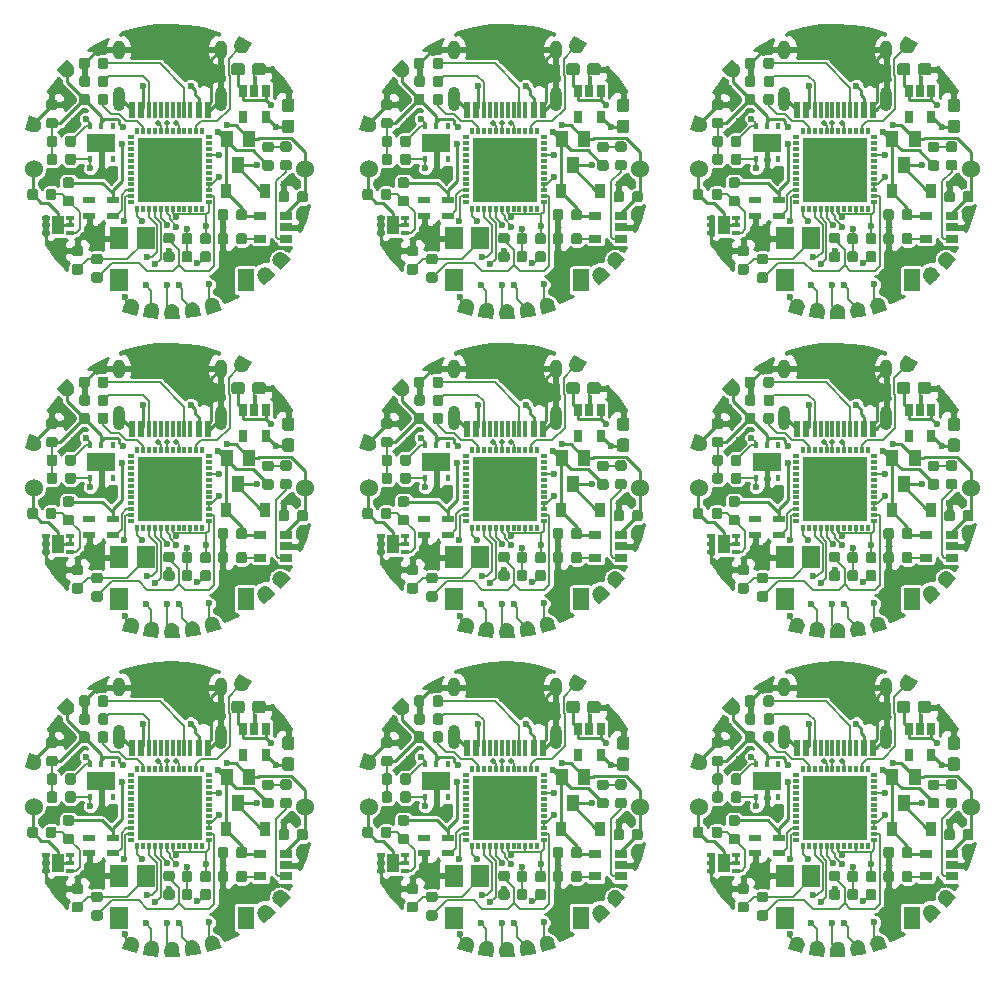
<source format=gtl>
%MOIN*%
%OFA0B0*%
%FSLAX46Y46*%
%IPPOS*%
%LPD*%
%ADD10C,0.05*%
%ADD11C,0.0039370078740157488*%
%ADD12R,0.01968503937007874X0.011811023622047244*%
%ADD13R,0.011811023622047244X0.01968503937007874*%
%ADD14R,0.21259842519685043X0.21259842519685043*%
%ADD15C,0.060000000000000005*%
%ADD16R,0.03937007874015748X0.055118110236220472*%
%ADD17C,0.034448818897637797*%
%ADD18O,0.03937007874015748X0.062992125984251982*%
%ADD19O,0.03937007874015748X0.082677165354330714*%
%ADD20R,0.011811023622047244X0.057086614173228349*%
%ADD21R,0.023622047244094488X0.057086614173228349*%
%ADD22R,0.059055118110236227X0.074803149606299218*%
%ADD23R,0.055118110236220472X0.074803149606299218*%
%ADD24R,0.025590551181102365X0.041732283464566935*%
%ADD25C,0.041338582677165357*%
%ADD26R,0.03937007874015748X0.023622047244094488*%
%ADD27R,0.035433070866141732X0.047244094488188976*%
%ADD28R,0.041732283464566935X0.025590551181102365*%
%ADD29R,0.025590551181102365X0.013779527559055118*%
%ADD30R,0.03937007874015748X0.062992125984251982*%
%ADD31R,0.094488188976377951X0.059055118110236227*%
%ADD32R,0.015748031496062995X0.023622047244094488*%
%ADD33C,0.023622047244094488*%
%ADD34C,0.01968503937007874*%
%ADD35C,0.005905511811023622*%
%ADD36C,0.00984251968503937*%
%ADD37C,0.01*%
%ADD48C,0.05*%
%ADD49C,0.0039370078740157488*%
%ADD50R,0.01968503937007874X0.011811023622047244*%
%ADD51R,0.011811023622047244X0.01968503937007874*%
%ADD52R,0.21259842519685043X0.21259842519685043*%
%ADD53C,0.060000000000000005*%
%ADD54R,0.03937007874015748X0.055118110236220472*%
%ADD55C,0.034448818897637797*%
%ADD56O,0.03937007874015748X0.062992125984251982*%
%ADD57O,0.03937007874015748X0.082677165354330714*%
%ADD58R,0.011811023622047244X0.057086614173228349*%
%ADD59R,0.023622047244094488X0.057086614173228349*%
%ADD60R,0.059055118110236227X0.074803149606299218*%
%ADD61R,0.055118110236220472X0.074803149606299218*%
%ADD62R,0.025590551181102365X0.041732283464566935*%
%ADD63C,0.041338582677165357*%
%ADD64R,0.03937007874015748X0.023622047244094488*%
%ADD65R,0.035433070866141732X0.047244094488188976*%
%ADD66R,0.041732283464566935X0.025590551181102365*%
%ADD67R,0.025590551181102365X0.013779527559055118*%
%ADD68R,0.03937007874015748X0.062992125984251982*%
%ADD69R,0.094488188976377951X0.059055118110236227*%
%ADD70R,0.015748031496062995X0.023622047244094488*%
%ADD71C,0.023622047244094488*%
%ADD72C,0.01968503937007874*%
%ADD73C,0.005905511811023622*%
%ADD74C,0.00984251968503937*%
%ADD75C,0.01*%
%ADD76C,0.05*%
%ADD77C,0.0039370078740157488*%
%ADD78R,0.01968503937007874X0.011811023622047244*%
%ADD79R,0.011811023622047244X0.01968503937007874*%
%ADD80R,0.21259842519685043X0.21259842519685043*%
%ADD81C,0.060000000000000005*%
%ADD82R,0.03937007874015748X0.055118110236220472*%
%ADD83C,0.034448818897637797*%
%ADD84O,0.03937007874015748X0.062992125984251982*%
%ADD85O,0.03937007874015748X0.082677165354330714*%
%ADD86R,0.011811023622047244X0.057086614173228349*%
%ADD87R,0.023622047244094488X0.057086614173228349*%
%ADD88R,0.059055118110236227X0.074803149606299218*%
%ADD89R,0.055118110236220472X0.074803149606299218*%
%ADD90R,0.025590551181102365X0.041732283464566935*%
%ADD91C,0.041338582677165357*%
%ADD92R,0.03937007874015748X0.023622047244094488*%
%ADD93R,0.035433070866141732X0.047244094488188976*%
%ADD94R,0.041732283464566935X0.025590551181102365*%
%ADD95R,0.025590551181102365X0.013779527559055118*%
%ADD96R,0.03937007874015748X0.062992125984251982*%
%ADD97R,0.094488188976377951X0.059055118110236227*%
%ADD98R,0.015748031496062995X0.023622047244094488*%
%ADD99C,0.023622047244094488*%
%ADD100C,0.01968503937007874*%
%ADD101C,0.005905511811023622*%
%ADD102C,0.00984251968503937*%
%ADD103C,0.01*%
%ADD104C,0.05*%
%ADD105C,0.0039370078740157488*%
%ADD106R,0.01968503937007874X0.011811023622047244*%
%ADD107R,0.011811023622047244X0.01968503937007874*%
%ADD108R,0.21259842519685043X0.21259842519685043*%
%ADD109C,0.060000000000000005*%
%ADD110R,0.03937007874015748X0.055118110236220472*%
%ADD111C,0.034448818897637797*%
%ADD112O,0.03937007874015748X0.062992125984251982*%
%ADD113O,0.03937007874015748X0.082677165354330714*%
%ADD114R,0.011811023622047244X0.057086614173228349*%
%ADD115R,0.023622047244094488X0.057086614173228349*%
%ADD116R,0.059055118110236227X0.074803149606299218*%
%ADD117R,0.055118110236220472X0.074803149606299218*%
%ADD118R,0.025590551181102365X0.041732283464566935*%
%ADD119C,0.041338582677165357*%
%ADD120R,0.03937007874015748X0.023622047244094488*%
%ADD121R,0.035433070866141732X0.047244094488188976*%
%ADD122R,0.041732283464566935X0.025590551181102365*%
%ADD123R,0.025590551181102365X0.013779527559055118*%
%ADD124R,0.03937007874015748X0.062992125984251982*%
%ADD125R,0.094488188976377951X0.059055118110236227*%
%ADD126R,0.015748031496062995X0.023622047244094488*%
%ADD127C,0.023622047244094488*%
%ADD128C,0.01968503937007874*%
%ADD129C,0.005905511811023622*%
%ADD130C,0.00984251968503937*%
%ADD131C,0.01*%
%ADD132C,0.05*%
%ADD133C,0.0039370078740157488*%
%ADD134R,0.01968503937007874X0.011811023622047244*%
%ADD135R,0.011811023622047244X0.01968503937007874*%
%ADD136R,0.21259842519685043X0.21259842519685043*%
%ADD137C,0.060000000000000005*%
%ADD138R,0.03937007874015748X0.055118110236220472*%
%ADD139C,0.034448818897637797*%
%ADD140O,0.03937007874015748X0.062992125984251982*%
%ADD141O,0.03937007874015748X0.082677165354330714*%
%ADD142R,0.011811023622047244X0.057086614173228349*%
%ADD143R,0.023622047244094488X0.057086614173228349*%
%ADD144R,0.059055118110236227X0.074803149606299218*%
%ADD145R,0.055118110236220472X0.074803149606299218*%
%ADD146R,0.025590551181102365X0.041732283464566935*%
%ADD147C,0.041338582677165357*%
%ADD148R,0.03937007874015748X0.023622047244094488*%
%ADD149R,0.035433070866141732X0.047244094488188976*%
%ADD150R,0.041732283464566935X0.025590551181102365*%
%ADD151R,0.025590551181102365X0.013779527559055118*%
%ADD152R,0.03937007874015748X0.062992125984251982*%
%ADD153R,0.094488188976377951X0.059055118110236227*%
%ADD154R,0.015748031496062995X0.023622047244094488*%
%ADD155C,0.023622047244094488*%
%ADD156C,0.01968503937007874*%
%ADD157C,0.005905511811023622*%
%ADD158C,0.00984251968503937*%
%ADD159C,0.01*%
%ADD160C,0.05*%
%ADD161C,0.0039370078740157488*%
%ADD162R,0.01968503937007874X0.011811023622047244*%
%ADD163R,0.011811023622047244X0.01968503937007874*%
%ADD164R,0.21259842519685043X0.21259842519685043*%
%ADD165C,0.060000000000000005*%
%ADD166R,0.03937007874015748X0.055118110236220472*%
%ADD167C,0.034448818897637797*%
%ADD168O,0.03937007874015748X0.062992125984251982*%
%ADD169O,0.03937007874015748X0.082677165354330714*%
%ADD170R,0.011811023622047244X0.057086614173228349*%
%ADD171R,0.023622047244094488X0.057086614173228349*%
%ADD172R,0.059055118110236227X0.074803149606299218*%
%ADD173R,0.055118110236220472X0.074803149606299218*%
%ADD174R,0.025590551181102365X0.041732283464566935*%
%ADD175C,0.041338582677165357*%
%ADD176R,0.03937007874015748X0.023622047244094488*%
%ADD177R,0.035433070866141732X0.047244094488188976*%
%ADD178R,0.041732283464566935X0.025590551181102365*%
%ADD179R,0.025590551181102365X0.013779527559055118*%
%ADD180R,0.03937007874015748X0.062992125984251982*%
%ADD181R,0.094488188976377951X0.059055118110236227*%
%ADD182R,0.015748031496062995X0.023622047244094488*%
%ADD183C,0.023622047244094488*%
%ADD184C,0.01968503937007874*%
%ADD185C,0.005905511811023622*%
%ADD186C,0.00984251968503937*%
%ADD187C,0.01*%
%ADD188C,0.05*%
%ADD189C,0.0039370078740157488*%
%ADD190R,0.01968503937007874X0.011811023622047244*%
%ADD191R,0.011811023622047244X0.01968503937007874*%
%ADD192R,0.21259842519685043X0.21259842519685043*%
%ADD193C,0.060000000000000005*%
%ADD194R,0.03937007874015748X0.055118110236220472*%
%ADD195C,0.034448818897637797*%
%ADD196O,0.03937007874015748X0.062992125984251982*%
%ADD197O,0.03937007874015748X0.082677165354330714*%
%ADD198R,0.011811023622047244X0.057086614173228349*%
%ADD199R,0.023622047244094488X0.057086614173228349*%
%ADD200R,0.059055118110236227X0.074803149606299218*%
%ADD201R,0.055118110236220472X0.074803149606299218*%
%ADD202R,0.025590551181102365X0.041732283464566935*%
%ADD203C,0.041338582677165357*%
%ADD204R,0.03937007874015748X0.023622047244094488*%
%ADD205R,0.035433070866141732X0.047244094488188976*%
%ADD206R,0.041732283464566935X0.025590551181102365*%
%ADD207R,0.025590551181102365X0.013779527559055118*%
%ADD208R,0.03937007874015748X0.062992125984251982*%
%ADD209R,0.094488188976377951X0.059055118110236227*%
%ADD210R,0.015748031496062995X0.023622047244094488*%
%ADD211C,0.023622047244094488*%
%ADD212C,0.01968503937007874*%
%ADD213C,0.005905511811023622*%
%ADD214C,0.00984251968503937*%
%ADD215C,0.01*%
%ADD216C,0.05*%
%ADD217C,0.0039370078740157488*%
%ADD218R,0.01968503937007874X0.011811023622047244*%
%ADD219R,0.011811023622047244X0.01968503937007874*%
%ADD220R,0.21259842519685043X0.21259842519685043*%
%ADD221C,0.060000000000000005*%
%ADD222R,0.03937007874015748X0.055118110236220472*%
%ADD223C,0.034448818897637797*%
%ADD224O,0.03937007874015748X0.062992125984251982*%
%ADD225O,0.03937007874015748X0.082677165354330714*%
%ADD226R,0.011811023622047244X0.057086614173228349*%
%ADD227R,0.023622047244094488X0.057086614173228349*%
%ADD228R,0.059055118110236227X0.074803149606299218*%
%ADD229R,0.055118110236220472X0.074803149606299218*%
%ADD230R,0.025590551181102365X0.041732283464566935*%
%ADD231C,0.041338582677165357*%
%ADD232R,0.03937007874015748X0.023622047244094488*%
%ADD233R,0.035433070866141732X0.047244094488188976*%
%ADD234R,0.041732283464566935X0.025590551181102365*%
%ADD235R,0.025590551181102365X0.013779527559055118*%
%ADD236R,0.03937007874015748X0.062992125984251982*%
%ADD237R,0.094488188976377951X0.059055118110236227*%
%ADD238R,0.015748031496062995X0.023622047244094488*%
%ADD239C,0.023622047244094488*%
%ADD240C,0.01968503937007874*%
%ADD241C,0.005905511811023622*%
%ADD242C,0.00984251968503937*%
%ADD243C,0.01*%
%ADD244C,0.05*%
%ADD245C,0.0039370078740157488*%
%ADD246R,0.01968503937007874X0.011811023622047244*%
%ADD247R,0.011811023622047244X0.01968503937007874*%
%ADD248R,0.21259842519685043X0.21259842519685043*%
%ADD249C,0.060000000000000005*%
%ADD250R,0.03937007874015748X0.055118110236220472*%
%ADD251C,0.034448818897637797*%
%ADD252O,0.03937007874015748X0.062992125984251982*%
%ADD253O,0.03937007874015748X0.082677165354330714*%
%ADD254R,0.011811023622047244X0.057086614173228349*%
%ADD255R,0.023622047244094488X0.057086614173228349*%
%ADD256R,0.059055118110236227X0.074803149606299218*%
%ADD257R,0.055118110236220472X0.074803149606299218*%
%ADD258R,0.025590551181102365X0.041732283464566935*%
%ADD259C,0.041338582677165357*%
%ADD260R,0.03937007874015748X0.023622047244094488*%
%ADD261R,0.035433070866141732X0.047244094488188976*%
%ADD262R,0.041732283464566935X0.025590551181102365*%
%ADD263R,0.025590551181102365X0.013779527559055118*%
%ADD264R,0.03937007874015748X0.062992125984251982*%
%ADD265R,0.094488188976377951X0.059055118110236227*%
%ADD266R,0.015748031496062995X0.023622047244094488*%
%ADD267C,0.023622047244094488*%
%ADD268C,0.01968503937007874*%
%ADD269C,0.005905511811023622*%
%ADD270C,0.00984251968503937*%
%ADD271C,0.01*%
G01*
D10*
X-0005525984Y0007244094D02*
X0000869015Y0003134094D03*
D11*
G36*
X0000872097Y0003098873D02*
X0000852946Y0003114943D01*
X0000852965Y0003114966D01*
X0000852025Y0003115754D01*
X0000850309Y0003117508D01*
X0000848774Y0003119421D01*
X0000847433Y0003121476D01*
X0000846300Y0003123652D01*
X0000845386Y0003125929D01*
X0000844700Y0003128284D01*
X0000844247Y0003130696D01*
X0000844033Y0003133140D01*
X0000844060Y0003135593D01*
X0000844327Y0003138032D01*
X0000844832Y0003140433D01*
X0000845570Y0003142772D01*
X0000846533Y0003145029D01*
X0000847713Y0003147180D01*
X0000849099Y0003149205D01*
X0000850676Y0003151084D01*
X0000852429Y0003152800D01*
X0000854343Y0003154335D01*
X0000856397Y0003155676D01*
X0000858573Y0003156809D01*
X0000860850Y0003157723D01*
X0000863206Y0003158410D01*
X0000865617Y0003158862D01*
X0000868061Y0003159076D01*
X0000870514Y0003159049D01*
X0000872953Y0003158782D01*
X0000875354Y0003158277D01*
X0000877694Y0003157539D01*
X0000879950Y0003156576D01*
X0000882101Y0003155396D01*
X0000884126Y0003154011D01*
X0000885066Y0003153222D01*
X0000885085Y0003153245D01*
X0000904236Y0003137175D01*
X0000872097Y0003098873D01*
X0000872097Y0003098873D01*
G37*
D10*
X0000159015Y0003766594D03*
D11*
G36*
X0000158398Y0003801944D02*
X0000176382Y0003784577D01*
X0000176361Y0003784556D01*
X0000177243Y0003783704D01*
X0000178832Y0003781835D01*
X0000180231Y0003779819D01*
X0000181425Y0003777676D01*
X0000182403Y0003775426D01*
X0000183156Y0003773091D01*
X0000183677Y0003770693D01*
X0000183960Y0003768256D01*
X0000184003Y0003765803D01*
X0000183805Y0003763358D01*
X0000183368Y0003760944D01*
X0000182697Y0003758584D01*
X0000181798Y0003756301D01*
X0000180679Y0003754118D01*
X0000179352Y0003752054D01*
X0000177829Y0003750131D01*
X0000176125Y0003748366D01*
X0000174256Y0003746777D01*
X0000172240Y0003745378D01*
X0000170097Y0003744184D01*
X0000167847Y0003743206D01*
X0000165512Y0003742453D01*
X0000163115Y0003741932D01*
X0000160677Y0003741649D01*
X0000158225Y0003741607D01*
X0000155779Y0003741804D01*
X0000153365Y0003742241D01*
X0000151005Y0003742912D01*
X0000148722Y0003743811D01*
X0000146539Y0003744930D01*
X0000144475Y0003746257D01*
X0000142552Y0003747780D01*
X0000141670Y0003748632D01*
X0000141649Y0003748610D01*
X0000123665Y0003765977D01*
X0000158398Y0003801944D01*
X0000158398Y0003801944D01*
G37*
D10*
X0000819015Y0003084094D03*
D11*
G36*
X0000817165Y0003048787D02*
X0000800437Y0003067366D01*
X0000800459Y0003067386D01*
X0000799638Y0003068297D01*
X0000798183Y0003070273D01*
X0000796929Y0003072381D01*
X0000795887Y0003074603D01*
X0000795068Y0003076915D01*
X0000794480Y0003079297D01*
X0000794128Y0003081725D01*
X0000794015Y0003084176D01*
X0000794144Y0003086626D01*
X0000794512Y0003089051D01*
X0000795116Y0003091429D01*
X0000795950Y0003093737D01*
X0000797006Y0003095951D01*
X0000798274Y0003098051D01*
X0000799742Y0003100017D01*
X0000801395Y0003101829D01*
X0000803219Y0003103471D01*
X0000805194Y0003104926D01*
X0000807302Y0003106180D01*
X0000809524Y0003107222D01*
X0000811836Y0003108041D01*
X0000814218Y0003108629D01*
X0000816646Y0003108982D01*
X0000819097Y0003109094D01*
X0000821547Y0003108965D01*
X0000823973Y0003108598D01*
X0000826351Y0003107994D01*
X0000828658Y0003107160D01*
X0000830872Y0003106103D01*
X0000832972Y0003104835D01*
X0000834938Y0003103367D01*
X0000836751Y0003101714D01*
X0000837571Y0003100802D01*
X0000837594Y0003100822D01*
X0000854322Y0003082244D01*
X0000817165Y0003048787D01*
X0000817165Y0003048787D01*
G37*
D10*
X0000049015Y0003584094D03*
D11*
G36*
X0000032964Y0003615596D02*
X0000056741Y0003607870D01*
X0000056731Y0003607842D01*
X0000057898Y0003607463D01*
X0000060146Y0003606480D01*
X0000062286Y0003605281D01*
X0000064299Y0003603878D01*
X0000066165Y0003602285D01*
X0000067865Y0003600516D01*
X0000069384Y0003598589D01*
X0000070707Y0003596523D01*
X0000071820Y0003594337D01*
X0000072715Y0003592052D01*
X0000073381Y0003589691D01*
X0000073812Y0003587276D01*
X0000074004Y0003584830D01*
X0000073956Y0003582377D01*
X0000073668Y0003579941D01*
X0000073142Y0003577545D01*
X0000072384Y0003575211D01*
X0000071401Y0003572963D01*
X0000070202Y0003570823D01*
X0000068799Y0003568810D01*
X0000067206Y0003566945D01*
X0000065437Y0003565244D01*
X0000063511Y0003563725D01*
X0000061444Y0003562403D01*
X0000059258Y0003561289D01*
X0000056974Y0003560395D01*
X0000054612Y0003559729D01*
X0000052197Y0003559297D01*
X0000049751Y0003559105D01*
X0000047298Y0003559153D01*
X0000044862Y0003559441D01*
X0000042466Y0003559967D01*
X0000041299Y0003560346D01*
X0000041290Y0003560318D01*
X0000017513Y0003568043D01*
X0000032964Y0003615596D01*
X0000032964Y0003615596D01*
G37*
D10*
X0000643015Y0002982594D03*
D11*
G36*
X0000626417Y0002951377D02*
X0000619108Y0002975285D01*
X0000619136Y0002975294D01*
X0000618778Y0002976467D01*
X0000618294Y0002978872D01*
X0000618048Y0002981313D01*
X0000618043Y0002983766D01*
X0000618278Y0002986208D01*
X0000618751Y0002988616D01*
X0000619458Y0002990965D01*
X0000620392Y0002993234D01*
X0000621544Y0002995400D01*
X0000622903Y0002997443D01*
X0000624455Y0002999343D01*
X0000626186Y0003001081D01*
X0000628079Y0003002642D01*
X0000630116Y0003004009D01*
X0000632277Y0003005170D01*
X0000634542Y0003006114D01*
X0000636888Y0003006831D01*
X0000639293Y0003007315D01*
X0000641734Y0003007561D01*
X0000644187Y0003007566D01*
X0000646630Y0003007331D01*
X0000649037Y0003006858D01*
X0000651386Y0003006151D01*
X0000653655Y0003005217D01*
X0000655821Y0003004065D01*
X0000657864Y0003002707D01*
X0000659764Y0003001154D01*
X0000661502Y0002999423D01*
X0000663063Y0002997530D01*
X0000664430Y0002995493D01*
X0000665592Y0002993332D01*
X0000666535Y0002991068D01*
X0000666894Y0002989894D01*
X0000666923Y0002989903D01*
X0000674232Y0002965996D01*
X0000626417Y0002951377D01*
X0000626417Y0002951377D01*
G37*
D10*
X0000374015Y0002978594D03*
D11*
G36*
X0000343397Y0002960916D02*
X0000349867Y0002985064D01*
X0000349896Y0002985057D01*
X0000350214Y0002986242D01*
X0000351078Y0002988538D01*
X0000352163Y0002990738D01*
X0000353459Y0002992821D01*
X0000354952Y0002994768D01*
X0000356629Y0002996559D01*
X0000358474Y0002998176D01*
X0000360468Y0002999605D01*
X0000362593Y0003000832D01*
X0000364827Y0003001844D01*
X0000367151Y0003002633D01*
X0000369540Y0003003190D01*
X0000371972Y0003003510D01*
X0000374424Y0003003591D01*
X0000376872Y0003003430D01*
X0000379293Y0003003031D01*
X0000381663Y0003002396D01*
X0000383959Y0003001531D01*
X0000386159Y0003000446D01*
X0000388243Y0002999151D01*
X0000390189Y0002997657D01*
X0000391980Y0002995980D01*
X0000393597Y0002994136D01*
X0000395026Y0002992141D01*
X0000396253Y0002990017D01*
X0000397266Y0002987782D01*
X0000398054Y0002985459D01*
X0000398611Y0002983069D01*
X0000398932Y0002980637D01*
X0000399012Y0002978185D01*
X0000398851Y0002975737D01*
X0000398452Y0002973316D01*
X0000398134Y0002972131D01*
X0000398163Y0002972124D01*
X0000391693Y0002947975D01*
X0000343397Y0002960916D01*
X0000343397Y0002960916D01*
G37*
D10*
X0000509015Y0002961094D03*
D11*
G36*
X0000484455Y0002935661D02*
X0000484019Y0002960658D01*
X0000484049Y0002960658D01*
X0000484028Y0002961885D01*
X0000484226Y0002964330D01*
X0000484662Y0002966744D01*
X0000485333Y0002969104D01*
X0000486232Y0002971387D01*
X0000487351Y0002973570D01*
X0000488678Y0002975634D01*
X0000490201Y0002977557D01*
X0000491906Y0002979322D01*
X0000493775Y0002980911D01*
X0000495790Y0002982310D01*
X0000497934Y0002983504D01*
X0000500183Y0002984482D01*
X0000502518Y0002985235D01*
X0000504916Y0002985756D01*
X0000507353Y0002986039D01*
X0000509806Y0002986081D01*
X0000512251Y0002985884D01*
X0000514666Y0002985447D01*
X0000517025Y0002984776D01*
X0000519308Y0002983877D01*
X0000521492Y0002982758D01*
X0000523555Y0002981431D01*
X0000525478Y0002979908D01*
X0000527243Y0002978204D01*
X0000528832Y0002976335D01*
X0000530231Y0002974319D01*
X0000531425Y0002972176D01*
X0000532403Y0002969926D01*
X0000533156Y0002967591D01*
X0000533677Y0002965193D01*
X0000533960Y0002962756D01*
X0000533981Y0002961530D01*
X0000534011Y0002961530D01*
X0000534448Y0002936534D01*
X0000484455Y0002935661D01*
X0000484455Y0002935661D01*
G37*
D10*
X0000576515Y0002967094D03*
D11*
G36*
X0000555734Y0002938491D02*
X0000551823Y0002963183D01*
X0000551853Y0002963188D01*
X0000551661Y0002964399D01*
X0000551516Y0002966849D01*
X0000551613Y0002969300D01*
X0000551949Y0002971730D01*
X0000552522Y0002974116D01*
X0000553325Y0002976434D01*
X0000554353Y0002978662D01*
X0000555593Y0002980779D01*
X0000557035Y0002982763D01*
X0000558665Y0002984597D01*
X0000560466Y0002986263D01*
X0000562423Y0002987743D01*
X0000564514Y0002989025D01*
X0000566722Y0002990096D01*
X0000569024Y0002990945D01*
X0000571397Y0002991565D01*
X0000573821Y0002991948D01*
X0000576270Y0002992093D01*
X0000578721Y0002991996D01*
X0000581152Y0002991660D01*
X0000583537Y0002991088D01*
X0000585855Y0002990284D01*
X0000588083Y0002989257D01*
X0000590200Y0002988016D01*
X0000592185Y0002986574D01*
X0000594018Y0002984944D01*
X0000595684Y0002983143D01*
X0000597165Y0002981187D01*
X0000598446Y0002979095D01*
X0000599517Y0002976887D01*
X0000600366Y0002974586D01*
X0000600986Y0002972212D01*
X0000601178Y0002971000D01*
X0000601207Y0002971005D01*
X0000605118Y0002946313D01*
X0000555734Y0002938491D01*
X0000555734Y0002938491D01*
G37*
D10*
X0000441015Y0002965094D03*
D11*
G36*
X0000412779Y0002943817D02*
X0000416259Y0002968573D01*
X0000416288Y0002968569D01*
X0000416459Y0002969784D01*
X0000417037Y0002972168D01*
X0000417846Y0002974484D01*
X0000418878Y0002976710D01*
X0000420123Y0002978824D01*
X0000421569Y0002980806D01*
X0000423203Y0002982636D01*
X0000425008Y0002984298D01*
X0000426968Y0002985774D01*
X0000429062Y0002987051D01*
X0000431272Y0002988117D01*
X0000433576Y0002988961D01*
X0000435951Y0002989576D01*
X0000438375Y0002989954D01*
X0000440824Y0002990093D01*
X0000443276Y0002989992D01*
X0000445705Y0002989650D01*
X0000448089Y0002989072D01*
X0000450406Y0002988263D01*
X0000452631Y0002987231D01*
X0000454745Y0002985986D01*
X0000456727Y0002984540D01*
X0000458557Y0002982906D01*
X0000460219Y0002981101D01*
X0000461695Y0002979142D01*
X0000462973Y0002977047D01*
X0000464038Y0002974837D01*
X0000464883Y0002972534D01*
X0000465497Y0002970158D01*
X0000465875Y0002967734D01*
X0000466014Y0002965285D01*
X0000465913Y0002962834D01*
X0000465742Y0002961619D01*
X0000465772Y0002961615D01*
X0000462293Y0002936858D01*
X0000412779Y0002943817D01*
X0000412779Y0002943817D01*
G37*
D10*
X0000741515Y0003846594D03*
D11*
G36*
X0000775666Y0003855745D02*
X0000763166Y0003834094D01*
X0000763140Y0003834109D01*
X0000762526Y0003833047D01*
X0000761097Y0003831052D01*
X0000759480Y0003829208D01*
X0000757689Y0003827531D01*
X0000755743Y0003826037D01*
X0000753659Y0003824742D01*
X0000751459Y0003823657D01*
X0000749163Y0003822792D01*
X0000746793Y0003822157D01*
X0000744372Y0003821758D01*
X0000741924Y0003821597D01*
X0000739472Y0003821678D01*
X0000737040Y0003821998D01*
X0000734650Y0003822555D01*
X0000732327Y0003823344D01*
X0000730093Y0003824356D01*
X0000727968Y0003825583D01*
X0000725974Y0003827012D01*
X0000724129Y0003828629D01*
X0000722452Y0003830420D01*
X0000720959Y0003832366D01*
X0000719663Y0003834450D01*
X0000718578Y0003836650D01*
X0000717714Y0003838946D01*
X0000717079Y0003841316D01*
X0000716679Y0003843737D01*
X0000716519Y0003846185D01*
X0000716599Y0003848637D01*
X0000716919Y0003851069D01*
X0000717476Y0003853459D01*
X0000718265Y0003855782D01*
X0000719277Y0003858017D01*
X0000719891Y0003859079D01*
X0000719865Y0003859094D01*
X0000732365Y0003880745D01*
X0000775666Y0003855745D01*
X0000775666Y0003855745D01*
G37*
D12*
X0000631436Y0003325826D03*
X0000631436Y0003345511D03*
X0000631436Y0003365196D03*
X0000631436Y0003384881D03*
X0000631436Y0003404566D03*
X0000631436Y0003424251D03*
X0000631436Y0003443937D03*
X0000631436Y0003463622D03*
X0000631436Y0003483307D03*
X0000631436Y0003502992D03*
X0000631436Y0003522677D03*
X0000631436Y0003542362D03*
D13*
X0000609783Y0003564015D03*
X0000590098Y0003564015D03*
X0000570413Y0003564015D03*
X0000550728Y0003564015D03*
X0000531043Y0003564015D03*
X0000511358Y0003564015D03*
X0000491673Y0003564015D03*
X0000471988Y0003564015D03*
X0000452303Y0003564015D03*
X0000432618Y0003564015D03*
X0000412933Y0003564015D03*
X0000393247Y0003564015D03*
D12*
X0000371594Y0003542362D03*
X0000371594Y0003522677D03*
X0000371594Y0003502992D03*
X0000371594Y0003483307D03*
X0000371594Y0003463622D03*
X0000371594Y0003443937D03*
X0000371594Y0003424251D03*
X0000371594Y0003404566D03*
X0000371594Y0003384881D03*
X0000371594Y0003365196D03*
X0000371594Y0003345511D03*
X0000371594Y0003325826D03*
D13*
X0000393247Y0003304173D03*
X0000412933Y0003304173D03*
X0000432618Y0003304173D03*
X0000452303Y0003304173D03*
X0000471988Y0003304173D03*
X0000491673Y0003304173D03*
X0000511358Y0003304173D03*
X0000531043Y0003304173D03*
X0000550728Y0003304173D03*
X0000570413Y0003304173D03*
X0000590098Y0003304173D03*
X0000609783Y0003304173D03*
D14*
X0000501515Y0003434094D03*
D15*
X0000953956Y0003436594D03*
X0000048444Y0003436594D03*
D16*
X0000729114Y0003449980D03*
X0000691712Y0003536594D03*
X0000766515Y0003536594D03*
D11*
G36*
X0000288472Y0003807753D02*
X0000289308Y0003807629D01*
X0000290127Y0003807424D01*
X0000290923Y0003807139D01*
X0000291687Y0003806778D01*
X0000292412Y0003806343D01*
X0000293091Y0003805840D01*
X0000293717Y0003805272D01*
X0000294285Y0003804646D01*
X0000294788Y0003803967D01*
X0000295223Y0003803242D01*
X0000295584Y0003802478D01*
X0000295869Y0003801683D01*
X0000296074Y0003800863D01*
X0000296198Y0003800027D01*
X0000296240Y0003799183D01*
X0000296240Y0003779005D01*
X0000296198Y0003778161D01*
X0000296074Y0003777325D01*
X0000295869Y0003776505D01*
X0000295584Y0003775710D01*
X0000295223Y0003774946D01*
X0000294788Y0003774221D01*
X0000294285Y0003773542D01*
X0000293717Y0003772916D01*
X0000293091Y0003772348D01*
X0000292412Y0003771845D01*
X0000291687Y0003771410D01*
X0000290923Y0003771049D01*
X0000290127Y0003770764D01*
X0000289308Y0003770559D01*
X0000288472Y0003770435D01*
X0000287627Y0003770393D01*
X0000270403Y0003770393D01*
X0000269559Y0003770435D01*
X0000268723Y0003770559D01*
X0000267903Y0003770764D01*
X0000267107Y0003771049D01*
X0000266343Y0003771410D01*
X0000265618Y0003771845D01*
X0000264939Y0003772348D01*
X0000264313Y0003772916D01*
X0000263746Y0003773542D01*
X0000263242Y0003774221D01*
X0000262808Y0003774946D01*
X0000262446Y0003775710D01*
X0000262162Y0003776505D01*
X0000261956Y0003777325D01*
X0000261832Y0003778161D01*
X0000261791Y0003779005D01*
X0000261791Y0003799183D01*
X0000261832Y0003800027D01*
X0000261956Y0003800863D01*
X0000262162Y0003801683D01*
X0000262446Y0003802478D01*
X0000262808Y0003803242D01*
X0000263242Y0003803967D01*
X0000263746Y0003804646D01*
X0000264313Y0003805272D01*
X0000264939Y0003805840D01*
X0000265618Y0003806343D01*
X0000266343Y0003806778D01*
X0000267107Y0003807139D01*
X0000267903Y0003807424D01*
X0000268723Y0003807629D01*
X0000269559Y0003807753D01*
X0000270403Y0003807795D01*
X0000287627Y0003807795D01*
X0000288472Y0003807753D01*
X0000288472Y0003807753D01*
G37*
D17*
X0000279015Y0003789094D03*
D11*
G36*
X0000226464Y0003807753D02*
X0000227300Y0003807629D01*
X0000228120Y0003807424D01*
X0000228915Y0003807139D01*
X0000229679Y0003806778D01*
X0000230404Y0003806343D01*
X0000231083Y0003805840D01*
X0000231709Y0003805272D01*
X0000232277Y0003804646D01*
X0000232780Y0003803967D01*
X0000233215Y0003803242D01*
X0000233576Y0003802478D01*
X0000233861Y0003801683D01*
X0000234066Y0003800863D01*
X0000234190Y0003800027D01*
X0000234232Y0003799183D01*
X0000234232Y0003779005D01*
X0000234190Y0003778161D01*
X0000234066Y0003777325D01*
X0000233861Y0003776505D01*
X0000233576Y0003775710D01*
X0000233215Y0003774946D01*
X0000232780Y0003774221D01*
X0000232277Y0003773542D01*
X0000231709Y0003772916D01*
X0000231083Y0003772348D01*
X0000230404Y0003771845D01*
X0000229679Y0003771410D01*
X0000228915Y0003771049D01*
X0000228120Y0003770764D01*
X0000227300Y0003770559D01*
X0000226464Y0003770435D01*
X0000225620Y0003770393D01*
X0000208395Y0003770393D01*
X0000207551Y0003770435D01*
X0000206715Y0003770559D01*
X0000205895Y0003770764D01*
X0000205099Y0003771049D01*
X0000204335Y0003771410D01*
X0000203610Y0003771845D01*
X0000202932Y0003772348D01*
X0000202305Y0003772916D01*
X0000201738Y0003773542D01*
X0000201234Y0003774221D01*
X0000200800Y0003774946D01*
X0000200438Y0003775710D01*
X0000200154Y0003776505D01*
X0000199948Y0003777325D01*
X0000199824Y0003778161D01*
X0000199783Y0003779005D01*
X0000199783Y0003799183D01*
X0000199824Y0003800027D01*
X0000199948Y0003800863D01*
X0000200154Y0003801683D01*
X0000200438Y0003802478D01*
X0000200800Y0003803242D01*
X0000201234Y0003803967D01*
X0000201738Y0003804646D01*
X0000202305Y0003805272D01*
X0000202932Y0003805840D01*
X0000203610Y0003806343D01*
X0000204335Y0003806778D01*
X0000205099Y0003807139D01*
X0000205895Y0003807424D01*
X0000206715Y0003807629D01*
X0000207551Y0003807753D01*
X0000208395Y0003807795D01*
X0000225620Y0003807795D01*
X0000226464Y0003807753D01*
X0000226464Y0003807753D01*
G37*
D17*
X0000217007Y0003789094D03*
D11*
G36*
X0000227468Y0003747753D02*
X0000228304Y0003747629D01*
X0000229123Y0003747424D01*
X0000229919Y0003747139D01*
X0000230683Y0003746778D01*
X0000231408Y0003746343D01*
X0000232087Y0003745840D01*
X0000232713Y0003745272D01*
X0000233281Y0003744646D01*
X0000233784Y0003743967D01*
X0000234219Y0003743242D01*
X0000234580Y0003742478D01*
X0000234865Y0003741683D01*
X0000235070Y0003740863D01*
X0000235194Y0003740027D01*
X0000235236Y0003739183D01*
X0000235236Y0003719005D01*
X0000235194Y0003718161D01*
X0000235070Y0003717325D01*
X0000234865Y0003716505D01*
X0000234580Y0003715710D01*
X0000234219Y0003714946D01*
X0000233784Y0003714221D01*
X0000233281Y0003713542D01*
X0000232713Y0003712916D01*
X0000232087Y0003712348D01*
X0000231408Y0003711845D01*
X0000230683Y0003711410D01*
X0000229919Y0003711049D01*
X0000229123Y0003710764D01*
X0000228304Y0003710559D01*
X0000227468Y0003710435D01*
X0000226623Y0003710393D01*
X0000209399Y0003710393D01*
X0000208555Y0003710435D01*
X0000207719Y0003710559D01*
X0000206899Y0003710764D01*
X0000206103Y0003711049D01*
X0000205339Y0003711410D01*
X0000204614Y0003711845D01*
X0000203936Y0003712348D01*
X0000203309Y0003712916D01*
X0000202742Y0003713542D01*
X0000202238Y0003714221D01*
X0000201804Y0003714946D01*
X0000201442Y0003715710D01*
X0000201158Y0003716505D01*
X0000200952Y0003717325D01*
X0000200828Y0003718161D01*
X0000200787Y0003719005D01*
X0000200787Y0003739183D01*
X0000200828Y0003740027D01*
X0000200952Y0003740863D01*
X0000201158Y0003741683D01*
X0000201442Y0003742478D01*
X0000201804Y0003743242D01*
X0000202238Y0003743967D01*
X0000202742Y0003744646D01*
X0000203309Y0003745272D01*
X0000203936Y0003745840D01*
X0000204614Y0003746343D01*
X0000205339Y0003746778D01*
X0000206103Y0003747139D01*
X0000206899Y0003747424D01*
X0000207719Y0003747629D01*
X0000208555Y0003747753D01*
X0000209399Y0003747795D01*
X0000226623Y0003747795D01*
X0000227468Y0003747753D01*
X0000227468Y0003747753D01*
G37*
D17*
X0000218011Y0003729094D03*
D11*
G36*
X0000289475Y0003747753D02*
X0000290312Y0003747629D01*
X0000291131Y0003747424D01*
X0000291927Y0003747139D01*
X0000292691Y0003746778D01*
X0000293416Y0003746343D01*
X0000294095Y0003745840D01*
X0000294721Y0003745272D01*
X0000295289Y0003744646D01*
X0000295792Y0003743967D01*
X0000296227Y0003743242D01*
X0000296588Y0003742478D01*
X0000296873Y0003741683D01*
X0000297078Y0003740863D01*
X0000297202Y0003740027D01*
X0000297244Y0003739183D01*
X0000297244Y0003719005D01*
X0000297202Y0003718161D01*
X0000297078Y0003717325D01*
X0000296873Y0003716505D01*
X0000296588Y0003715710D01*
X0000296227Y0003714946D01*
X0000295792Y0003714221D01*
X0000295289Y0003713542D01*
X0000294721Y0003712916D01*
X0000294095Y0003712348D01*
X0000293416Y0003711845D01*
X0000292691Y0003711410D01*
X0000291927Y0003711049D01*
X0000291131Y0003710764D01*
X0000290312Y0003710559D01*
X0000289475Y0003710435D01*
X0000288631Y0003710393D01*
X0000271407Y0003710393D01*
X0000270563Y0003710435D01*
X0000269727Y0003710559D01*
X0000268907Y0003710764D01*
X0000268111Y0003711049D01*
X0000267347Y0003711410D01*
X0000266622Y0003711845D01*
X0000265943Y0003712348D01*
X0000265317Y0003712916D01*
X0000264750Y0003713542D01*
X0000264246Y0003714221D01*
X0000263812Y0003714946D01*
X0000263450Y0003715710D01*
X0000263166Y0003716505D01*
X0000262960Y0003717325D01*
X0000262836Y0003718161D01*
X0000262795Y0003719005D01*
X0000262795Y0003739183D01*
X0000262836Y0003740027D01*
X0000262960Y0003740863D01*
X0000263166Y0003741683D01*
X0000263450Y0003742478D01*
X0000263812Y0003743242D01*
X0000264246Y0003743967D01*
X0000264750Y0003744646D01*
X0000265317Y0003745272D01*
X0000265943Y0003745840D01*
X0000266622Y0003746343D01*
X0000267347Y0003746778D01*
X0000268111Y0003747139D01*
X0000268907Y0003747424D01*
X0000269727Y0003747629D01*
X0000270563Y0003747753D01*
X0000271407Y0003747795D01*
X0000288631Y0003747795D01*
X0000289475Y0003747753D01*
X0000289475Y0003747753D01*
G37*
D17*
X0000280019Y0003729094D03*
D11*
G36*
X0000204948Y0003118777D02*
X0000205784Y0003118653D01*
X0000206604Y0003118448D01*
X0000207400Y0003118163D01*
X0000208164Y0003117801D01*
X0000208888Y0003117367D01*
X0000209567Y0003116864D01*
X0000210194Y0003116296D01*
X0000210761Y0003115670D01*
X0000211265Y0003114991D01*
X0000211699Y0003114266D01*
X0000212060Y0003113502D01*
X0000212345Y0003112706D01*
X0000212551Y0003111886D01*
X0000212675Y0003111050D01*
X0000212716Y0003110206D01*
X0000212716Y0003092982D01*
X0000212675Y0003092138D01*
X0000212551Y0003091302D01*
X0000212345Y0003090482D01*
X0000212060Y0003089686D01*
X0000211699Y0003088922D01*
X0000211265Y0003088197D01*
X0000210761Y0003087518D01*
X0000210194Y0003086892D01*
X0000209567Y0003086324D01*
X0000208888Y0003085821D01*
X0000208164Y0003085387D01*
X0000207400Y0003085025D01*
X0000206604Y0003084740D01*
X0000205784Y0003084535D01*
X0000204948Y0003084411D01*
X0000204104Y0003084370D01*
X0000183927Y0003084370D01*
X0000183082Y0003084411D01*
X0000182246Y0003084535D01*
X0000181427Y0003084740D01*
X0000180631Y0003085025D01*
X0000179867Y0003085387D01*
X0000179142Y0003085821D01*
X0000178463Y0003086324D01*
X0000177837Y0003086892D01*
X0000177269Y0003087518D01*
X0000176766Y0003088197D01*
X0000176331Y0003088922D01*
X0000175970Y0003089686D01*
X0000175685Y0003090482D01*
X0000175480Y0003091302D01*
X0000175356Y0003092138D01*
X0000175314Y0003092982D01*
X0000175314Y0003110206D01*
X0000175356Y0003111050D01*
X0000175480Y0003111886D01*
X0000175685Y0003112706D01*
X0000175970Y0003113502D01*
X0000176331Y0003114266D01*
X0000176766Y0003114991D01*
X0000177269Y0003115670D01*
X0000177837Y0003116296D01*
X0000178463Y0003116864D01*
X0000179142Y0003117367D01*
X0000179867Y0003117801D01*
X0000180631Y0003118163D01*
X0000181427Y0003118448D01*
X0000182246Y0003118653D01*
X0000183082Y0003118777D01*
X0000183927Y0003118818D01*
X0000204104Y0003118818D01*
X0000204948Y0003118777D01*
X0000204948Y0003118777D01*
G37*
D17*
X0000194015Y0003101594D03*
D11*
G36*
X0000204948Y0003180785D02*
X0000205784Y0003180661D01*
X0000206604Y0003180455D01*
X0000207400Y0003180171D01*
X0000208164Y0003179809D01*
X0000208888Y0003179375D01*
X0000209567Y0003178871D01*
X0000210194Y0003178304D01*
X0000210761Y0003177678D01*
X0000211265Y0003176999D01*
X0000211699Y0003176274D01*
X0000212060Y0003175510D01*
X0000212345Y0003174714D01*
X0000212551Y0003173894D01*
X0000212675Y0003173058D01*
X0000212716Y0003172214D01*
X0000212716Y0003154990D01*
X0000212675Y0003154146D01*
X0000212551Y0003153310D01*
X0000212345Y0003152490D01*
X0000212060Y0003151694D01*
X0000211699Y0003150930D01*
X0000211265Y0003150205D01*
X0000210761Y0003149526D01*
X0000210194Y0003148900D01*
X0000209567Y0003148332D01*
X0000208888Y0003147829D01*
X0000208164Y0003147394D01*
X0000207400Y0003147033D01*
X0000206604Y0003146748D01*
X0000205784Y0003146543D01*
X0000204948Y0003146419D01*
X0000204104Y0003146377D01*
X0000183927Y0003146377D01*
X0000183082Y0003146419D01*
X0000182246Y0003146543D01*
X0000181427Y0003146748D01*
X0000180631Y0003147033D01*
X0000179867Y0003147394D01*
X0000179142Y0003147829D01*
X0000178463Y0003148332D01*
X0000177837Y0003148900D01*
X0000177269Y0003149526D01*
X0000176766Y0003150205D01*
X0000176331Y0003150930D01*
X0000175970Y0003151694D01*
X0000175685Y0003152490D01*
X0000175480Y0003153310D01*
X0000175356Y0003154146D01*
X0000175314Y0003154990D01*
X0000175314Y0003172214D01*
X0000175356Y0003173058D01*
X0000175480Y0003173894D01*
X0000175685Y0003174714D01*
X0000175970Y0003175510D01*
X0000176331Y0003176274D01*
X0000176766Y0003176999D01*
X0000177269Y0003177678D01*
X0000177837Y0003178304D01*
X0000178463Y0003178871D01*
X0000179142Y0003179375D01*
X0000179867Y0003179809D01*
X0000180631Y0003180171D01*
X0000181427Y0003180455D01*
X0000182246Y0003180661D01*
X0000183082Y0003180785D01*
X0000183927Y0003180826D01*
X0000204104Y0003180826D01*
X0000204948Y0003180785D01*
X0000204948Y0003180785D01*
G37*
D17*
X0000194015Y0003163602D03*
D11*
G36*
X0000269948Y0003091769D02*
X0000270784Y0003091645D01*
X0000271604Y0003091440D01*
X0000272400Y0003091155D01*
X0000273164Y0003090794D01*
X0000273888Y0003090359D01*
X0000274567Y0003089856D01*
X0000275194Y0003089288D01*
X0000275761Y0003088662D01*
X0000276265Y0003087983D01*
X0000276699Y0003087258D01*
X0000277060Y0003086494D01*
X0000277345Y0003085698D01*
X0000277551Y0003084878D01*
X0000277675Y0003084042D01*
X0000277716Y0003083198D01*
X0000277716Y0003065974D01*
X0000277675Y0003065130D01*
X0000277551Y0003064294D01*
X0000277345Y0003063474D01*
X0000277060Y0003062678D01*
X0000276699Y0003061914D01*
X0000276265Y0003061189D01*
X0000275761Y0003060510D01*
X0000275194Y0003059884D01*
X0000274567Y0003059317D01*
X0000273888Y0003058813D01*
X0000273164Y0003058379D01*
X0000272400Y0003058017D01*
X0000271604Y0003057733D01*
X0000270784Y0003057527D01*
X0000269948Y0003057403D01*
X0000269104Y0003057362D01*
X0000248927Y0003057362D01*
X0000248082Y0003057403D01*
X0000247246Y0003057527D01*
X0000246427Y0003057733D01*
X0000245631Y0003058017D01*
X0000244867Y0003058379D01*
X0000244142Y0003058813D01*
X0000243463Y0003059317D01*
X0000242837Y0003059884D01*
X0000242269Y0003060510D01*
X0000241766Y0003061189D01*
X0000241331Y0003061914D01*
X0000240970Y0003062678D01*
X0000240685Y0003063474D01*
X0000240480Y0003064294D01*
X0000240356Y0003065130D01*
X0000240314Y0003065974D01*
X0000240314Y0003083198D01*
X0000240356Y0003084042D01*
X0000240480Y0003084878D01*
X0000240685Y0003085698D01*
X0000240970Y0003086494D01*
X0000241331Y0003087258D01*
X0000241766Y0003087983D01*
X0000242269Y0003088662D01*
X0000242837Y0003089288D01*
X0000243463Y0003089856D01*
X0000244142Y0003090359D01*
X0000244867Y0003090794D01*
X0000245631Y0003091155D01*
X0000246427Y0003091440D01*
X0000247246Y0003091645D01*
X0000248082Y0003091769D01*
X0000248927Y0003091811D01*
X0000269104Y0003091811D01*
X0000269948Y0003091769D01*
X0000269948Y0003091769D01*
G37*
D17*
X0000259015Y0003074586D03*
D11*
G36*
X0000269948Y0003153777D02*
X0000270784Y0003153653D01*
X0000271604Y0003153448D01*
X0000272400Y0003153163D01*
X0000273164Y0003152801D01*
X0000273888Y0003152367D01*
X0000274567Y0003151864D01*
X0000275194Y0003151296D01*
X0000275761Y0003150670D01*
X0000276265Y0003149991D01*
X0000276699Y0003149266D01*
X0000277060Y0003148502D01*
X0000277345Y0003147706D01*
X0000277551Y0003146886D01*
X0000277675Y0003146050D01*
X0000277716Y0003145206D01*
X0000277716Y0003127982D01*
X0000277675Y0003127138D01*
X0000277551Y0003126302D01*
X0000277345Y0003125482D01*
X0000277060Y0003124686D01*
X0000276699Y0003123922D01*
X0000276265Y0003123197D01*
X0000275761Y0003122518D01*
X0000275194Y0003121892D01*
X0000274567Y0003121324D01*
X0000273888Y0003120821D01*
X0000273164Y0003120387D01*
X0000272400Y0003120025D01*
X0000271604Y0003119740D01*
X0000270784Y0003119535D01*
X0000269948Y0003119411D01*
X0000269104Y0003119370D01*
X0000248927Y0003119370D01*
X0000248082Y0003119411D01*
X0000247246Y0003119535D01*
X0000246427Y0003119740D01*
X0000245631Y0003120025D01*
X0000244867Y0003120387D01*
X0000244142Y0003120821D01*
X0000243463Y0003121324D01*
X0000242837Y0003121892D01*
X0000242269Y0003122518D01*
X0000241766Y0003123197D01*
X0000241331Y0003123922D01*
X0000240970Y0003124686D01*
X0000240685Y0003125482D01*
X0000240480Y0003126302D01*
X0000240356Y0003127138D01*
X0000240314Y0003127982D01*
X0000240314Y0003145206D01*
X0000240356Y0003146050D01*
X0000240480Y0003146886D01*
X0000240685Y0003147706D01*
X0000240970Y0003148502D01*
X0000241331Y0003149266D01*
X0000241766Y0003149991D01*
X0000242269Y0003150670D01*
X0000242837Y0003151296D01*
X0000243463Y0003151864D01*
X0000244142Y0003152367D01*
X0000244867Y0003152801D01*
X0000245631Y0003153163D01*
X0000246427Y0003153448D01*
X0000247246Y0003153653D01*
X0000248082Y0003153777D01*
X0000248927Y0003153818D01*
X0000269104Y0003153818D01*
X0000269948Y0003153777D01*
X0000269948Y0003153777D01*
G37*
D17*
X0000259015Y0003136594D03*
D11*
G36*
X0000509948Y0003161277D02*
X0000510784Y0003161153D01*
X0000511604Y0003160948D01*
X0000512400Y0003160663D01*
X0000513164Y0003160301D01*
X0000513888Y0003159867D01*
X0000514567Y0003159364D01*
X0000515194Y0003158796D01*
X0000515761Y0003158170D01*
X0000516265Y0003157491D01*
X0000516699Y0003156766D01*
X0000517060Y0003156002D01*
X0000517345Y0003155206D01*
X0000517551Y0003154386D01*
X0000517675Y0003153550D01*
X0000517716Y0003152706D01*
X0000517716Y0003135482D01*
X0000517675Y0003134638D01*
X0000517551Y0003133802D01*
X0000517345Y0003132982D01*
X0000517060Y0003132186D01*
X0000516699Y0003131422D01*
X0000516265Y0003130697D01*
X0000515761Y0003130018D01*
X0000515194Y0003129392D01*
X0000514567Y0003128824D01*
X0000513888Y0003128321D01*
X0000513164Y0003127887D01*
X0000512400Y0003127525D01*
X0000511604Y0003127240D01*
X0000510784Y0003127035D01*
X0000509948Y0003126911D01*
X0000509104Y0003126870D01*
X0000488927Y0003126870D01*
X0000488082Y0003126911D01*
X0000487246Y0003127035D01*
X0000486427Y0003127240D01*
X0000485631Y0003127525D01*
X0000484867Y0003127887D01*
X0000484142Y0003128321D01*
X0000483463Y0003128824D01*
X0000482837Y0003129392D01*
X0000482269Y0003130018D01*
X0000481766Y0003130697D01*
X0000481331Y0003131422D01*
X0000480970Y0003132186D01*
X0000480685Y0003132982D01*
X0000480480Y0003133802D01*
X0000480356Y0003134638D01*
X0000480314Y0003135482D01*
X0000480314Y0003152706D01*
X0000480356Y0003153550D01*
X0000480480Y0003154386D01*
X0000480685Y0003155206D01*
X0000480970Y0003156002D01*
X0000481331Y0003156766D01*
X0000481766Y0003157491D01*
X0000482269Y0003158170D01*
X0000482837Y0003158796D01*
X0000483463Y0003159364D01*
X0000484142Y0003159867D01*
X0000484867Y0003160301D01*
X0000485631Y0003160663D01*
X0000486427Y0003160948D01*
X0000487246Y0003161153D01*
X0000488082Y0003161277D01*
X0000488927Y0003161318D01*
X0000509104Y0003161318D01*
X0000509948Y0003161277D01*
X0000509948Y0003161277D01*
G37*
D17*
X0000499015Y0003144094D03*
D11*
G36*
X0000509948Y0003223285D02*
X0000510784Y0003223161D01*
X0000511604Y0003222955D01*
X0000512400Y0003222671D01*
X0000513164Y0003222309D01*
X0000513888Y0003221875D01*
X0000514567Y0003221371D01*
X0000515194Y0003220804D01*
X0000515761Y0003220178D01*
X0000516265Y0003219499D01*
X0000516699Y0003218774D01*
X0000517060Y0003218010D01*
X0000517345Y0003217214D01*
X0000517551Y0003216394D01*
X0000517675Y0003215558D01*
X0000517716Y0003214714D01*
X0000517716Y0003197490D01*
X0000517675Y0003196646D01*
X0000517551Y0003195810D01*
X0000517345Y0003194990D01*
X0000517060Y0003194194D01*
X0000516699Y0003193430D01*
X0000516265Y0003192705D01*
X0000515761Y0003192026D01*
X0000515194Y0003191400D01*
X0000514567Y0003190832D01*
X0000513888Y0003190329D01*
X0000513164Y0003189894D01*
X0000512400Y0003189533D01*
X0000511604Y0003189248D01*
X0000510784Y0003189043D01*
X0000509948Y0003188919D01*
X0000509104Y0003188877D01*
X0000488927Y0003188877D01*
X0000488082Y0003188919D01*
X0000487246Y0003189043D01*
X0000486427Y0003189248D01*
X0000485631Y0003189533D01*
X0000484867Y0003189894D01*
X0000484142Y0003190329D01*
X0000483463Y0003190832D01*
X0000482837Y0003191400D01*
X0000482269Y0003192026D01*
X0000481766Y0003192705D01*
X0000481331Y0003193430D01*
X0000480970Y0003194194D01*
X0000480685Y0003194990D01*
X0000480480Y0003195810D01*
X0000480356Y0003196646D01*
X0000480314Y0003197490D01*
X0000480314Y0003214714D01*
X0000480356Y0003215558D01*
X0000480480Y0003216394D01*
X0000480685Y0003217214D01*
X0000480970Y0003218010D01*
X0000481331Y0003218774D01*
X0000481766Y0003219499D01*
X0000482269Y0003220178D01*
X0000482837Y0003220804D01*
X0000483463Y0003221371D01*
X0000484142Y0003221875D01*
X0000484867Y0003222309D01*
X0000485631Y0003222671D01*
X0000486427Y0003222955D01*
X0000487246Y0003223161D01*
X0000488082Y0003223285D01*
X0000488927Y0003223326D01*
X0000509104Y0003223326D01*
X0000509948Y0003223285D01*
X0000509948Y0003223285D01*
G37*
D17*
X0000499015Y0003206102D03*
D18*
X0000331436Y0003834232D03*
X0000671594Y0003834232D03*
D19*
X0000331436Y0003669665D03*
X0000671594Y0003669665D03*
D20*
X0000511358Y0003633641D03*
X0000491673Y0003633641D03*
X0000471988Y0003633641D03*
X0000531043Y0003633641D03*
X0000452303Y0003633641D03*
X0000550728Y0003633641D03*
X0000432618Y0003633641D03*
X0000570413Y0003633641D03*
D21*
X0000597972Y0003633641D03*
X0000405059Y0003633641D03*
X0000628484Y0003633641D03*
X0000374547Y0003633641D03*
D22*
X0000332283Y0003205960D03*
X0000420866Y0003205960D03*
X0000332283Y0003066196D03*
D23*
X0000755511Y0003066196D03*
D11*
G36*
X0000630479Y0003162753D02*
X0000631315Y0003162629D01*
X0000632135Y0003162424D01*
X0000632931Y0003162139D01*
X0000633695Y0003161778D01*
X0000634420Y0003161343D01*
X0000635099Y0003160840D01*
X0000635725Y0003160272D01*
X0000636293Y0003159646D01*
X0000636796Y0003158967D01*
X0000637231Y0003158242D01*
X0000637592Y0003157478D01*
X0000637877Y0003156683D01*
X0000638082Y0003155863D01*
X0000638206Y0003155027D01*
X0000638247Y0003154183D01*
X0000638247Y0003134005D01*
X0000638206Y0003133161D01*
X0000638082Y0003132325D01*
X0000637877Y0003131505D01*
X0000637592Y0003130710D01*
X0000637231Y0003129946D01*
X0000636796Y0003129221D01*
X0000636293Y0003128542D01*
X0000635725Y0003127916D01*
X0000635099Y0003127348D01*
X0000634420Y0003126845D01*
X0000633695Y0003126410D01*
X0000632931Y0003126049D01*
X0000632135Y0003125764D01*
X0000631315Y0003125559D01*
X0000630479Y0003125435D01*
X0000629635Y0003125393D01*
X0000612411Y0003125393D01*
X0000611567Y0003125435D01*
X0000610731Y0003125559D01*
X0000609911Y0003125764D01*
X0000609115Y0003126049D01*
X0000608351Y0003126410D01*
X0000607626Y0003126845D01*
X0000606947Y0003127348D01*
X0000606321Y0003127916D01*
X0000605754Y0003128542D01*
X0000605250Y0003129221D01*
X0000604816Y0003129946D01*
X0000604454Y0003130710D01*
X0000604170Y0003131505D01*
X0000603964Y0003132325D01*
X0000603840Y0003133161D01*
X0000603799Y0003134005D01*
X0000603799Y0003154183D01*
X0000603840Y0003155027D01*
X0000603964Y0003155863D01*
X0000604170Y0003156683D01*
X0000604454Y0003157478D01*
X0000604816Y0003158242D01*
X0000605250Y0003158967D01*
X0000605754Y0003159646D01*
X0000606321Y0003160272D01*
X0000606947Y0003160840D01*
X0000607626Y0003161343D01*
X0000608351Y0003161778D01*
X0000609115Y0003162139D01*
X0000609911Y0003162424D01*
X0000610731Y0003162629D01*
X0000611567Y0003162753D01*
X0000612411Y0003162795D01*
X0000629635Y0003162795D01*
X0000630479Y0003162753D01*
X0000630479Y0003162753D01*
G37*
D17*
X0000621023Y0003144094D03*
D11*
G36*
X0000568472Y0003162753D02*
X0000569308Y0003162629D01*
X0000570127Y0003162424D01*
X0000570923Y0003162139D01*
X0000571687Y0003161778D01*
X0000572412Y0003161343D01*
X0000573091Y0003160840D01*
X0000573717Y0003160272D01*
X0000574285Y0003159646D01*
X0000574788Y0003158967D01*
X0000575223Y0003158242D01*
X0000575584Y0003157478D01*
X0000575869Y0003156683D01*
X0000576074Y0003155863D01*
X0000576198Y0003155027D01*
X0000576240Y0003154183D01*
X0000576240Y0003134005D01*
X0000576198Y0003133161D01*
X0000576074Y0003132325D01*
X0000575869Y0003131505D01*
X0000575584Y0003130710D01*
X0000575223Y0003129946D01*
X0000574788Y0003129221D01*
X0000574285Y0003128542D01*
X0000573717Y0003127916D01*
X0000573091Y0003127348D01*
X0000572412Y0003126845D01*
X0000571687Y0003126410D01*
X0000570923Y0003126049D01*
X0000570127Y0003125764D01*
X0000569308Y0003125559D01*
X0000568472Y0003125435D01*
X0000567627Y0003125393D01*
X0000550403Y0003125393D01*
X0000549559Y0003125435D01*
X0000548723Y0003125559D01*
X0000547903Y0003125764D01*
X0000547107Y0003126049D01*
X0000546343Y0003126410D01*
X0000545618Y0003126845D01*
X0000544939Y0003127348D01*
X0000544313Y0003127916D01*
X0000543746Y0003128542D01*
X0000543242Y0003129221D01*
X0000542808Y0003129946D01*
X0000542446Y0003130710D01*
X0000542162Y0003131505D01*
X0000541956Y0003132325D01*
X0000541832Y0003133161D01*
X0000541791Y0003134005D01*
X0000541791Y0003154183D01*
X0000541832Y0003155027D01*
X0000541956Y0003155863D01*
X0000542162Y0003156683D01*
X0000542446Y0003157478D01*
X0000542808Y0003158242D01*
X0000543242Y0003158967D01*
X0000543746Y0003159646D01*
X0000544313Y0003160272D01*
X0000544939Y0003160840D01*
X0000545618Y0003161343D01*
X0000546343Y0003161778D01*
X0000547107Y0003162139D01*
X0000547903Y0003162424D01*
X0000548723Y0003162629D01*
X0000549559Y0003162753D01*
X0000550403Y0003162795D01*
X0000567627Y0003162795D01*
X0000568472Y0003162753D01*
X0000568472Y0003162753D01*
G37*
D17*
X0000559015Y0003144094D03*
D11*
G36*
X0000630479Y0003222753D02*
X0000631315Y0003222629D01*
X0000632135Y0003222424D01*
X0000632931Y0003222139D01*
X0000633695Y0003221778D01*
X0000634420Y0003221343D01*
X0000635099Y0003220840D01*
X0000635725Y0003220272D01*
X0000636293Y0003219646D01*
X0000636796Y0003218967D01*
X0000637231Y0003218242D01*
X0000637592Y0003217478D01*
X0000637877Y0003216683D01*
X0000638082Y0003215863D01*
X0000638206Y0003215027D01*
X0000638247Y0003214183D01*
X0000638247Y0003194005D01*
X0000638206Y0003193161D01*
X0000638082Y0003192325D01*
X0000637877Y0003191505D01*
X0000637592Y0003190710D01*
X0000637231Y0003189946D01*
X0000636796Y0003189221D01*
X0000636293Y0003188542D01*
X0000635725Y0003187916D01*
X0000635099Y0003187348D01*
X0000634420Y0003186845D01*
X0000633695Y0003186410D01*
X0000632931Y0003186049D01*
X0000632135Y0003185764D01*
X0000631315Y0003185559D01*
X0000630479Y0003185435D01*
X0000629635Y0003185393D01*
X0000612411Y0003185393D01*
X0000611567Y0003185435D01*
X0000610731Y0003185559D01*
X0000609911Y0003185764D01*
X0000609115Y0003186049D01*
X0000608351Y0003186410D01*
X0000607626Y0003186845D01*
X0000606947Y0003187348D01*
X0000606321Y0003187916D01*
X0000605754Y0003188542D01*
X0000605250Y0003189221D01*
X0000604816Y0003189946D01*
X0000604454Y0003190710D01*
X0000604170Y0003191505D01*
X0000603964Y0003192325D01*
X0000603840Y0003193161D01*
X0000603799Y0003194005D01*
X0000603799Y0003214183D01*
X0000603840Y0003215027D01*
X0000603964Y0003215863D01*
X0000604170Y0003216683D01*
X0000604454Y0003217478D01*
X0000604816Y0003218242D01*
X0000605250Y0003218967D01*
X0000605754Y0003219646D01*
X0000606321Y0003220272D01*
X0000606947Y0003220840D01*
X0000607626Y0003221343D01*
X0000608351Y0003221778D01*
X0000609115Y0003222139D01*
X0000609911Y0003222424D01*
X0000610731Y0003222629D01*
X0000611567Y0003222753D01*
X0000612411Y0003222795D01*
X0000629635Y0003222795D01*
X0000630479Y0003222753D01*
X0000630479Y0003222753D01*
G37*
D17*
X0000621023Y0003204094D03*
D11*
G36*
X0000568472Y0003222753D02*
X0000569308Y0003222629D01*
X0000570127Y0003222424D01*
X0000570923Y0003222139D01*
X0000571687Y0003221778D01*
X0000572412Y0003221343D01*
X0000573091Y0003220840D01*
X0000573717Y0003220272D01*
X0000574285Y0003219646D01*
X0000574788Y0003218967D01*
X0000575223Y0003218242D01*
X0000575584Y0003217478D01*
X0000575869Y0003216683D01*
X0000576074Y0003215863D01*
X0000576198Y0003215027D01*
X0000576240Y0003214183D01*
X0000576240Y0003194005D01*
X0000576198Y0003193161D01*
X0000576074Y0003192325D01*
X0000575869Y0003191505D01*
X0000575584Y0003190710D01*
X0000575223Y0003189946D01*
X0000574788Y0003189221D01*
X0000574285Y0003188542D01*
X0000573717Y0003187916D01*
X0000573091Y0003187348D01*
X0000572412Y0003186845D01*
X0000571687Y0003186410D01*
X0000570923Y0003186049D01*
X0000570127Y0003185764D01*
X0000569308Y0003185559D01*
X0000568472Y0003185435D01*
X0000567627Y0003185393D01*
X0000550403Y0003185393D01*
X0000549559Y0003185435D01*
X0000548723Y0003185559D01*
X0000547903Y0003185764D01*
X0000547107Y0003186049D01*
X0000546343Y0003186410D01*
X0000545618Y0003186845D01*
X0000544939Y0003187348D01*
X0000544313Y0003187916D01*
X0000543746Y0003188542D01*
X0000543242Y0003189221D01*
X0000542808Y0003189946D01*
X0000542446Y0003190710D01*
X0000542162Y0003191505D01*
X0000541956Y0003192325D01*
X0000541832Y0003193161D01*
X0000541791Y0003194005D01*
X0000541791Y0003214183D01*
X0000541832Y0003215027D01*
X0000541956Y0003215863D01*
X0000542162Y0003216683D01*
X0000542446Y0003217478D01*
X0000542808Y0003218242D01*
X0000543242Y0003218967D01*
X0000543746Y0003219646D01*
X0000544313Y0003220272D01*
X0000544939Y0003220840D01*
X0000545618Y0003221343D01*
X0000546343Y0003221778D01*
X0000547107Y0003222139D01*
X0000547903Y0003222424D01*
X0000548723Y0003222629D01*
X0000549559Y0003222753D01*
X0000550403Y0003222795D01*
X0000567627Y0003222795D01*
X0000568472Y0003222753D01*
X0000568472Y0003222753D01*
G37*
D17*
X0000559015Y0003204094D03*
D24*
X0000821417Y0003697401D03*
X0000784015Y0003697401D03*
X0000746614Y0003697401D03*
X0000746614Y0003610787D03*
X0000821417Y0003610787D03*
D11*
G36*
X0000742401Y0003789716D02*
X0000743357Y0003789574D01*
X0000744294Y0003789339D01*
X0000745203Y0003789014D01*
X0000746076Y0003788601D01*
X0000746905Y0003788105D01*
X0000747681Y0003787529D01*
X0000748396Y0003786880D01*
X0000749045Y0003786165D01*
X0000749620Y0003785389D01*
X0000750117Y0003784561D01*
X0000750530Y0003783687D01*
X0000750855Y0003782778D01*
X0000751090Y0003781841D01*
X0000751232Y0003780886D01*
X0000751279Y0003779921D01*
X0000751279Y0003758267D01*
X0000751232Y0003757302D01*
X0000751090Y0003756347D01*
X0000750855Y0003755410D01*
X0000750530Y0003754501D01*
X0000750117Y0003753627D01*
X0000749620Y0003752799D01*
X0000749045Y0003752023D01*
X0000748396Y0003751307D01*
X0000747681Y0003750659D01*
X0000746905Y0003750083D01*
X0000746076Y0003749587D01*
X0000745203Y0003749174D01*
X0000744294Y0003748849D01*
X0000743357Y0003748614D01*
X0000742401Y0003748472D01*
X0000741437Y0003748425D01*
X0000716830Y0003748425D01*
X0000715865Y0003748472D01*
X0000714910Y0003748614D01*
X0000713973Y0003748849D01*
X0000713064Y0003749174D01*
X0000712190Y0003749587D01*
X0000711362Y0003750083D01*
X0000710586Y0003750659D01*
X0000709870Y0003751307D01*
X0000709222Y0003752023D01*
X0000708646Y0003752799D01*
X0000708150Y0003753627D01*
X0000707737Y0003754501D01*
X0000707411Y0003755410D01*
X0000707177Y0003756347D01*
X0000707035Y0003757302D01*
X0000706988Y0003758267D01*
X0000706988Y0003779921D01*
X0000707035Y0003780886D01*
X0000707177Y0003781841D01*
X0000707411Y0003782778D01*
X0000707737Y0003783687D01*
X0000708150Y0003784561D01*
X0000708646Y0003785389D01*
X0000709222Y0003786165D01*
X0000709870Y0003786880D01*
X0000710586Y0003787529D01*
X0000711362Y0003788105D01*
X0000712190Y0003788601D01*
X0000713064Y0003789014D01*
X0000713973Y0003789339D01*
X0000714910Y0003789574D01*
X0000715865Y0003789716D01*
X0000716830Y0003789763D01*
X0000741437Y0003789763D01*
X0000742401Y0003789716D01*
X0000742401Y0003789716D01*
G37*
D25*
X0000729133Y0003769094D03*
D11*
G36*
X0000812283Y0003789716D02*
X0000813239Y0003789574D01*
X0000814176Y0003789339D01*
X0000815085Y0003789014D01*
X0000815958Y0003788601D01*
X0000816787Y0003788105D01*
X0000817562Y0003787529D01*
X0000818278Y0003786880D01*
X0000818927Y0003786165D01*
X0000819502Y0003785389D01*
X0000819999Y0003784561D01*
X0000820412Y0003783687D01*
X0000820737Y0003782778D01*
X0000820972Y0003781841D01*
X0000821113Y0003780886D01*
X0000821161Y0003779921D01*
X0000821161Y0003758267D01*
X0000821113Y0003757302D01*
X0000820972Y0003756347D01*
X0000820737Y0003755410D01*
X0000820412Y0003754501D01*
X0000819999Y0003753627D01*
X0000819502Y0003752799D01*
X0000818927Y0003752023D01*
X0000818278Y0003751307D01*
X0000817562Y0003750659D01*
X0000816787Y0003750083D01*
X0000815958Y0003749587D01*
X0000815085Y0003749174D01*
X0000814176Y0003748849D01*
X0000813239Y0003748614D01*
X0000812283Y0003748472D01*
X0000811318Y0003748425D01*
X0000786712Y0003748425D01*
X0000785747Y0003748472D01*
X0000784792Y0003748614D01*
X0000783855Y0003748849D01*
X0000782945Y0003749174D01*
X0000782072Y0003749587D01*
X0000781244Y0003750083D01*
X0000780468Y0003750659D01*
X0000779752Y0003751307D01*
X0000779104Y0003752023D01*
X0000778528Y0003752799D01*
X0000778032Y0003753627D01*
X0000777619Y0003754501D01*
X0000777293Y0003755410D01*
X0000777059Y0003756347D01*
X0000776917Y0003757302D01*
X0000776870Y0003758267D01*
X0000776870Y0003779921D01*
X0000776917Y0003780886D01*
X0000777059Y0003781841D01*
X0000777293Y0003782778D01*
X0000777619Y0003783687D01*
X0000778032Y0003784561D01*
X0000778528Y0003785389D01*
X0000779104Y0003786165D01*
X0000779752Y0003786880D01*
X0000780468Y0003787529D01*
X0000781244Y0003788105D01*
X0000782072Y0003788601D01*
X0000782945Y0003789014D01*
X0000783855Y0003789339D01*
X0000784792Y0003789574D01*
X0000785747Y0003789716D01*
X0000786712Y0003789763D01*
X0000811318Y0003789763D01*
X0000812283Y0003789716D01*
X0000812283Y0003789716D01*
G37*
D25*
X0000799015Y0003769094D03*
D11*
G36*
X0000908307Y0003671074D02*
X0000909262Y0003670932D01*
X0000910199Y0003670698D01*
X0000911109Y0003670372D01*
X0000911982Y0003669959D01*
X0000912810Y0003669463D01*
X0000913586Y0003668887D01*
X0000914302Y0003668239D01*
X0000914950Y0003667523D01*
X0000915526Y0003666747D01*
X0000916022Y0003665919D01*
X0000916435Y0003665046D01*
X0000916761Y0003664136D01*
X0000916995Y0003663199D01*
X0000917137Y0003662244D01*
X0000917185Y0003661279D01*
X0000917185Y0003636673D01*
X0000917137Y0003635708D01*
X0000916995Y0003634753D01*
X0000916761Y0003633816D01*
X0000916435Y0003632906D01*
X0000916022Y0003632033D01*
X0000915526Y0003631205D01*
X0000914950Y0003630429D01*
X0000914302Y0003629713D01*
X0000913586Y0003629064D01*
X0000912810Y0003628489D01*
X0000911982Y0003627992D01*
X0000911109Y0003627579D01*
X0000910199Y0003627254D01*
X0000909262Y0003627019D01*
X0000908307Y0003626878D01*
X0000907342Y0003626830D01*
X0000885688Y0003626830D01*
X0000884724Y0003626878D01*
X0000883768Y0003627019D01*
X0000882831Y0003627254D01*
X0000881922Y0003627579D01*
X0000881049Y0003627992D01*
X0000880220Y0003628489D01*
X0000879444Y0003629064D01*
X0000878729Y0003629713D01*
X0000878080Y0003630429D01*
X0000877505Y0003631205D01*
X0000877008Y0003632033D01*
X0000876595Y0003632906D01*
X0000876270Y0003633816D01*
X0000876035Y0003634753D01*
X0000875893Y0003635708D01*
X0000875846Y0003636673D01*
X0000875846Y0003661279D01*
X0000875893Y0003662244D01*
X0000876035Y0003663199D01*
X0000876270Y0003664136D01*
X0000876595Y0003665046D01*
X0000877008Y0003665919D01*
X0000877505Y0003666747D01*
X0000878080Y0003667523D01*
X0000878729Y0003668239D01*
X0000879444Y0003668887D01*
X0000880220Y0003669463D01*
X0000881049Y0003669959D01*
X0000881922Y0003670372D01*
X0000882831Y0003670698D01*
X0000883768Y0003670932D01*
X0000884724Y0003671074D01*
X0000885688Y0003671122D01*
X0000907342Y0003671122D01*
X0000908307Y0003671074D01*
X0000908307Y0003671074D01*
G37*
D25*
X0000896515Y0003648976D03*
D11*
G36*
X0000908307Y0003601192D02*
X0000909262Y0003601051D01*
X0000910199Y0003600816D01*
X0000911109Y0003600490D01*
X0000911982Y0003600077D01*
X0000912810Y0003599581D01*
X0000913586Y0003599006D01*
X0000914302Y0003598357D01*
X0000914950Y0003597641D01*
X0000915526Y0003596865D01*
X0000916022Y0003596037D01*
X0000916435Y0003595164D01*
X0000916761Y0003594254D01*
X0000916995Y0003593317D01*
X0000917137Y0003592362D01*
X0000917185Y0003591397D01*
X0000917185Y0003566791D01*
X0000917137Y0003565826D01*
X0000916995Y0003564871D01*
X0000916761Y0003563934D01*
X0000916435Y0003563024D01*
X0000916022Y0003562151D01*
X0000915526Y0003561323D01*
X0000914950Y0003560547D01*
X0000914302Y0003559831D01*
X0000913586Y0003559182D01*
X0000912810Y0003558607D01*
X0000911982Y0003558111D01*
X0000911109Y0003557698D01*
X0000910199Y0003557372D01*
X0000909262Y0003557137D01*
X0000908307Y0003556996D01*
X0000907342Y0003556948D01*
X0000885688Y0003556948D01*
X0000884724Y0003556996D01*
X0000883768Y0003557137D01*
X0000882831Y0003557372D01*
X0000881922Y0003557698D01*
X0000881049Y0003558111D01*
X0000880220Y0003558607D01*
X0000879444Y0003559182D01*
X0000878729Y0003559831D01*
X0000878080Y0003560547D01*
X0000877505Y0003561323D01*
X0000877008Y0003562151D01*
X0000876595Y0003563024D01*
X0000876270Y0003563934D01*
X0000876035Y0003564871D01*
X0000875893Y0003565826D01*
X0000875846Y0003566791D01*
X0000875846Y0003591397D01*
X0000875893Y0003592362D01*
X0000876035Y0003593317D01*
X0000876270Y0003594254D01*
X0000876595Y0003595164D01*
X0000877008Y0003596037D01*
X0000877505Y0003596865D01*
X0000878080Y0003597641D01*
X0000878729Y0003598357D01*
X0000879444Y0003599006D01*
X0000880220Y0003599581D01*
X0000881049Y0003600077D01*
X0000881922Y0003600490D01*
X0000882831Y0003600816D01*
X0000883768Y0003601051D01*
X0000884724Y0003601192D01*
X0000885688Y0003601240D01*
X0000907342Y0003601240D01*
X0000908307Y0003601192D01*
X0000908307Y0003601192D01*
G37*
D25*
X0000896515Y0003579094D03*
D11*
G36*
X0000891464Y0003362753D02*
X0000892300Y0003362629D01*
X0000893120Y0003362424D01*
X0000893915Y0003362139D01*
X0000894679Y0003361778D01*
X0000895404Y0003361343D01*
X0000896083Y0003360840D01*
X0000896709Y0003360272D01*
X0000897277Y0003359646D01*
X0000897780Y0003358967D01*
X0000898215Y0003358242D01*
X0000898576Y0003357478D01*
X0000898861Y0003356683D01*
X0000899066Y0003355863D01*
X0000899190Y0003355027D01*
X0000899232Y0003354183D01*
X0000899232Y0003334005D01*
X0000899190Y0003333161D01*
X0000899066Y0003332325D01*
X0000898861Y0003331505D01*
X0000898576Y0003330710D01*
X0000898215Y0003329946D01*
X0000897780Y0003329221D01*
X0000897277Y0003328542D01*
X0000896709Y0003327916D01*
X0000896083Y0003327348D01*
X0000895404Y0003326845D01*
X0000894679Y0003326410D01*
X0000893915Y0003326049D01*
X0000893120Y0003325764D01*
X0000892300Y0003325559D01*
X0000891464Y0003325435D01*
X0000890620Y0003325393D01*
X0000873395Y0003325393D01*
X0000872551Y0003325435D01*
X0000871715Y0003325559D01*
X0000870895Y0003325764D01*
X0000870099Y0003326049D01*
X0000869335Y0003326410D01*
X0000868610Y0003326845D01*
X0000867932Y0003327348D01*
X0000867305Y0003327916D01*
X0000866738Y0003328542D01*
X0000866234Y0003329221D01*
X0000865800Y0003329946D01*
X0000865438Y0003330710D01*
X0000865154Y0003331505D01*
X0000864948Y0003332325D01*
X0000864824Y0003333161D01*
X0000864783Y0003334005D01*
X0000864783Y0003354183D01*
X0000864824Y0003355027D01*
X0000864948Y0003355863D01*
X0000865154Y0003356683D01*
X0000865438Y0003357478D01*
X0000865800Y0003358242D01*
X0000866234Y0003358967D01*
X0000866738Y0003359646D01*
X0000867305Y0003360272D01*
X0000867932Y0003360840D01*
X0000868610Y0003361343D01*
X0000869335Y0003361778D01*
X0000870099Y0003362139D01*
X0000870895Y0003362424D01*
X0000871715Y0003362629D01*
X0000872551Y0003362753D01*
X0000873395Y0003362795D01*
X0000890620Y0003362795D01*
X0000891464Y0003362753D01*
X0000891464Y0003362753D01*
G37*
D17*
X0000882007Y0003344094D03*
D11*
G36*
X0000953472Y0003362753D02*
X0000954308Y0003362629D01*
X0000955127Y0003362424D01*
X0000955923Y0003362139D01*
X0000956687Y0003361778D01*
X0000957412Y0003361343D01*
X0000958091Y0003360840D01*
X0000958717Y0003360272D01*
X0000959285Y0003359646D01*
X0000959788Y0003358967D01*
X0000960223Y0003358242D01*
X0000960584Y0003357478D01*
X0000960869Y0003356683D01*
X0000961074Y0003355863D01*
X0000961198Y0003355027D01*
X0000961240Y0003354183D01*
X0000961240Y0003334005D01*
X0000961198Y0003333161D01*
X0000961074Y0003332325D01*
X0000960869Y0003331505D01*
X0000960584Y0003330710D01*
X0000960223Y0003329946D01*
X0000959788Y0003329221D01*
X0000959285Y0003328542D01*
X0000958717Y0003327916D01*
X0000958091Y0003327348D01*
X0000957412Y0003326845D01*
X0000956687Y0003326410D01*
X0000955923Y0003326049D01*
X0000955127Y0003325764D01*
X0000954308Y0003325559D01*
X0000953472Y0003325435D01*
X0000952627Y0003325393D01*
X0000935403Y0003325393D01*
X0000934559Y0003325435D01*
X0000933723Y0003325559D01*
X0000932903Y0003325764D01*
X0000932107Y0003326049D01*
X0000931343Y0003326410D01*
X0000930618Y0003326845D01*
X0000929939Y0003327348D01*
X0000929313Y0003327916D01*
X0000928746Y0003328542D01*
X0000928242Y0003329221D01*
X0000927808Y0003329946D01*
X0000927446Y0003330710D01*
X0000927162Y0003331505D01*
X0000926956Y0003332325D01*
X0000926832Y0003333161D01*
X0000926791Y0003334005D01*
X0000926791Y0003354183D01*
X0000926832Y0003355027D01*
X0000926956Y0003355863D01*
X0000927162Y0003356683D01*
X0000927446Y0003357478D01*
X0000927808Y0003358242D01*
X0000928242Y0003358967D01*
X0000928746Y0003359646D01*
X0000929313Y0003360272D01*
X0000929939Y0003360840D01*
X0000930618Y0003361343D01*
X0000931343Y0003361778D01*
X0000932107Y0003362139D01*
X0000932903Y0003362424D01*
X0000933723Y0003362629D01*
X0000934559Y0003362753D01*
X0000935403Y0003362795D01*
X0000952627Y0003362795D01*
X0000953472Y0003362753D01*
X0000953472Y0003362753D01*
G37*
D17*
X0000944015Y0003344094D03*
D11*
G36*
X0000115972Y0003370253D02*
X0000116808Y0003370129D01*
X0000117627Y0003369924D01*
X0000118423Y0003369639D01*
X0000119187Y0003369278D01*
X0000119912Y0003368843D01*
X0000120591Y0003368340D01*
X0000121217Y0003367772D01*
X0000121785Y0003367146D01*
X0000122288Y0003366467D01*
X0000122723Y0003365742D01*
X0000123084Y0003364978D01*
X0000123369Y0003364183D01*
X0000123574Y0003363363D01*
X0000123698Y0003362527D01*
X0000123740Y0003361683D01*
X0000123740Y0003341505D01*
X0000123698Y0003340661D01*
X0000123574Y0003339825D01*
X0000123369Y0003339005D01*
X0000123084Y0003338210D01*
X0000122723Y0003337446D01*
X0000122288Y0003336721D01*
X0000121785Y0003336042D01*
X0000121217Y0003335416D01*
X0000120591Y0003334848D01*
X0000119912Y0003334345D01*
X0000119187Y0003333910D01*
X0000118423Y0003333549D01*
X0000117627Y0003333264D01*
X0000116808Y0003333059D01*
X0000115972Y0003332935D01*
X0000115127Y0003332893D01*
X0000097903Y0003332893D01*
X0000097059Y0003332935D01*
X0000096223Y0003333059D01*
X0000095403Y0003333264D01*
X0000094607Y0003333549D01*
X0000093843Y0003333910D01*
X0000093118Y0003334345D01*
X0000092439Y0003334848D01*
X0000091813Y0003335416D01*
X0000091246Y0003336042D01*
X0000090742Y0003336721D01*
X0000090308Y0003337446D01*
X0000089946Y0003338210D01*
X0000089662Y0003339005D01*
X0000089456Y0003339825D01*
X0000089332Y0003340661D01*
X0000089291Y0003341505D01*
X0000089291Y0003361683D01*
X0000089332Y0003362527D01*
X0000089456Y0003363363D01*
X0000089662Y0003364183D01*
X0000089946Y0003364978D01*
X0000090308Y0003365742D01*
X0000090742Y0003366467D01*
X0000091246Y0003367146D01*
X0000091813Y0003367772D01*
X0000092439Y0003368340D01*
X0000093118Y0003368843D01*
X0000093843Y0003369278D01*
X0000094607Y0003369639D01*
X0000095403Y0003369924D01*
X0000096223Y0003370129D01*
X0000097059Y0003370253D01*
X0000097903Y0003370295D01*
X0000115127Y0003370295D01*
X0000115972Y0003370253D01*
X0000115972Y0003370253D01*
G37*
D17*
X0000106515Y0003351594D03*
D11*
G36*
X0000053964Y0003370253D02*
X0000054800Y0003370129D01*
X0000055620Y0003369924D01*
X0000056415Y0003369639D01*
X0000057179Y0003369278D01*
X0000057904Y0003368843D01*
X0000058583Y0003368340D01*
X0000059209Y0003367772D01*
X0000059777Y0003367146D01*
X0000060280Y0003366467D01*
X0000060715Y0003365742D01*
X0000061076Y0003364978D01*
X0000061361Y0003364183D01*
X0000061566Y0003363363D01*
X0000061690Y0003362527D01*
X0000061732Y0003361683D01*
X0000061732Y0003341505D01*
X0000061690Y0003340661D01*
X0000061566Y0003339825D01*
X0000061361Y0003339005D01*
X0000061076Y0003338210D01*
X0000060715Y0003337446D01*
X0000060280Y0003336721D01*
X0000059777Y0003336042D01*
X0000059209Y0003335416D01*
X0000058583Y0003334848D01*
X0000057904Y0003334345D01*
X0000057179Y0003333910D01*
X0000056415Y0003333549D01*
X0000055620Y0003333264D01*
X0000054800Y0003333059D01*
X0000053964Y0003332935D01*
X0000053120Y0003332893D01*
X0000035895Y0003332893D01*
X0000035051Y0003332935D01*
X0000034215Y0003333059D01*
X0000033395Y0003333264D01*
X0000032599Y0003333549D01*
X0000031835Y0003333910D01*
X0000031110Y0003334345D01*
X0000030432Y0003334848D01*
X0000029805Y0003335416D01*
X0000029238Y0003336042D01*
X0000028734Y0003336721D01*
X0000028300Y0003337446D01*
X0000027938Y0003338210D01*
X0000027654Y0003339005D01*
X0000027448Y0003339825D01*
X0000027324Y0003340661D01*
X0000027283Y0003341505D01*
X0000027283Y0003361683D01*
X0000027324Y0003362527D01*
X0000027448Y0003363363D01*
X0000027654Y0003364183D01*
X0000027938Y0003364978D01*
X0000028300Y0003365742D01*
X0000028734Y0003366467D01*
X0000029238Y0003367146D01*
X0000029805Y0003367772D01*
X0000030432Y0003368340D01*
X0000031110Y0003368843D01*
X0000031835Y0003369278D01*
X0000032599Y0003369639D01*
X0000033395Y0003369924D01*
X0000034215Y0003370129D01*
X0000035051Y0003370253D01*
X0000035895Y0003370295D01*
X0000053120Y0003370295D01*
X0000053964Y0003370253D01*
X0000053964Y0003370253D01*
G37*
D17*
X0000044507Y0003351594D03*
D11*
G36*
X0000839948Y0003527281D02*
X0000840784Y0003527157D01*
X0000841604Y0003526952D01*
X0000842400Y0003526667D01*
X0000843164Y0003526305D01*
X0000843888Y0003525871D01*
X0000844567Y0003525367D01*
X0000845194Y0003524800D01*
X0000845761Y0003524174D01*
X0000846265Y0003523495D01*
X0000846699Y0003522770D01*
X0000847060Y0003522006D01*
X0000847345Y0003521210D01*
X0000847551Y0003520390D01*
X0000847675Y0003519554D01*
X0000847716Y0003518710D01*
X0000847716Y0003501486D01*
X0000847675Y0003500642D01*
X0000847551Y0003499806D01*
X0000847345Y0003498986D01*
X0000847060Y0003498190D01*
X0000846699Y0003497426D01*
X0000846265Y0003496701D01*
X0000845761Y0003496022D01*
X0000845194Y0003495396D01*
X0000844567Y0003494828D01*
X0000843888Y0003494325D01*
X0000843164Y0003493890D01*
X0000842400Y0003493529D01*
X0000841604Y0003493244D01*
X0000840784Y0003493039D01*
X0000839948Y0003492915D01*
X0000839104Y0003492874D01*
X0000818927Y0003492874D01*
X0000818082Y0003492915D01*
X0000817246Y0003493039D01*
X0000816427Y0003493244D01*
X0000815631Y0003493529D01*
X0000814867Y0003493890D01*
X0000814142Y0003494325D01*
X0000813463Y0003494828D01*
X0000812837Y0003495396D01*
X0000812269Y0003496022D01*
X0000811766Y0003496701D01*
X0000811331Y0003497426D01*
X0000810970Y0003498190D01*
X0000810685Y0003498986D01*
X0000810480Y0003499806D01*
X0000810356Y0003500642D01*
X0000810314Y0003501486D01*
X0000810314Y0003518710D01*
X0000810356Y0003519554D01*
X0000810480Y0003520390D01*
X0000810685Y0003521210D01*
X0000810970Y0003522006D01*
X0000811331Y0003522770D01*
X0000811766Y0003523495D01*
X0000812269Y0003524174D01*
X0000812837Y0003524800D01*
X0000813463Y0003525367D01*
X0000814142Y0003525871D01*
X0000814867Y0003526305D01*
X0000815631Y0003526667D01*
X0000816427Y0003526952D01*
X0000817246Y0003527157D01*
X0000818082Y0003527281D01*
X0000818927Y0003527322D01*
X0000839104Y0003527322D01*
X0000839948Y0003527281D01*
X0000839948Y0003527281D01*
G37*
D17*
X0000829015Y0003510098D03*
D11*
G36*
X0000839948Y0003465273D02*
X0000840784Y0003465149D01*
X0000841604Y0003464944D01*
X0000842400Y0003464659D01*
X0000843164Y0003464298D01*
X0000843888Y0003463863D01*
X0000844567Y0003463360D01*
X0000845194Y0003462792D01*
X0000845761Y0003462166D01*
X0000846265Y0003461487D01*
X0000846699Y0003460762D01*
X0000847060Y0003459998D01*
X0000847345Y0003459202D01*
X0000847551Y0003458382D01*
X0000847675Y0003457546D01*
X0000847716Y0003456702D01*
X0000847716Y0003439478D01*
X0000847675Y0003438634D01*
X0000847551Y0003437798D01*
X0000847345Y0003436978D01*
X0000847060Y0003436182D01*
X0000846699Y0003435418D01*
X0000846265Y0003434693D01*
X0000845761Y0003434014D01*
X0000845194Y0003433388D01*
X0000844567Y0003432821D01*
X0000843888Y0003432317D01*
X0000843164Y0003431883D01*
X0000842400Y0003431521D01*
X0000841604Y0003431236D01*
X0000840784Y0003431031D01*
X0000839948Y0003430907D01*
X0000839104Y0003430866D01*
X0000818927Y0003430866D01*
X0000818082Y0003430907D01*
X0000817246Y0003431031D01*
X0000816427Y0003431236D01*
X0000815631Y0003431521D01*
X0000814867Y0003431883D01*
X0000814142Y0003432317D01*
X0000813463Y0003432821D01*
X0000812837Y0003433388D01*
X0000812269Y0003434014D01*
X0000811766Y0003434693D01*
X0000811331Y0003435418D01*
X0000810970Y0003436182D01*
X0000810685Y0003436978D01*
X0000810480Y0003437798D01*
X0000810356Y0003438634D01*
X0000810314Y0003439478D01*
X0000810314Y0003456702D01*
X0000810356Y0003457546D01*
X0000810480Y0003458382D01*
X0000810685Y0003459202D01*
X0000810970Y0003459998D01*
X0000811331Y0003460762D01*
X0000811766Y0003461487D01*
X0000812269Y0003462166D01*
X0000812837Y0003462792D01*
X0000813463Y0003463360D01*
X0000814142Y0003463863D01*
X0000814867Y0003464298D01*
X0000815631Y0003464659D01*
X0000816427Y0003464944D01*
X0000817246Y0003465149D01*
X0000818082Y0003465273D01*
X0000818927Y0003465314D01*
X0000839104Y0003465314D01*
X0000839948Y0003465273D01*
X0000839948Y0003465273D01*
G37*
D17*
X0000829015Y0003448090D03*
D26*
X0000312385Y0003281003D03*
X0000312385Y0003332185D03*
X0000233645Y0003281003D03*
X0000233645Y0003332185D03*
D27*
X0000818976Y0003364094D03*
X0000689055Y0003364094D03*
D11*
G36*
X0000899948Y0003466277D02*
X0000900784Y0003466153D01*
X0000901604Y0003465948D01*
X0000902400Y0003465663D01*
X0000903164Y0003465301D01*
X0000903888Y0003464867D01*
X0000904567Y0003464364D01*
X0000905194Y0003463796D01*
X0000905761Y0003463170D01*
X0000906265Y0003462491D01*
X0000906699Y0003461766D01*
X0000907060Y0003461002D01*
X0000907345Y0003460206D01*
X0000907551Y0003459386D01*
X0000907675Y0003458550D01*
X0000907716Y0003457706D01*
X0000907716Y0003440482D01*
X0000907675Y0003439638D01*
X0000907551Y0003438802D01*
X0000907345Y0003437982D01*
X0000907060Y0003437186D01*
X0000906699Y0003436422D01*
X0000906265Y0003435697D01*
X0000905761Y0003435018D01*
X0000905194Y0003434392D01*
X0000904567Y0003433824D01*
X0000903888Y0003433321D01*
X0000903164Y0003432887D01*
X0000902400Y0003432525D01*
X0000901604Y0003432240D01*
X0000900784Y0003432035D01*
X0000899948Y0003431911D01*
X0000899104Y0003431870D01*
X0000878927Y0003431870D01*
X0000878082Y0003431911D01*
X0000877246Y0003432035D01*
X0000876427Y0003432240D01*
X0000875631Y0003432525D01*
X0000874867Y0003432887D01*
X0000874142Y0003433321D01*
X0000873463Y0003433824D01*
X0000872837Y0003434392D01*
X0000872269Y0003435018D01*
X0000871766Y0003435697D01*
X0000871331Y0003436422D01*
X0000870970Y0003437186D01*
X0000870685Y0003437982D01*
X0000870480Y0003438802D01*
X0000870356Y0003439638D01*
X0000870314Y0003440482D01*
X0000870314Y0003457706D01*
X0000870356Y0003458550D01*
X0000870480Y0003459386D01*
X0000870685Y0003460206D01*
X0000870970Y0003461002D01*
X0000871331Y0003461766D01*
X0000871766Y0003462491D01*
X0000872269Y0003463170D01*
X0000872837Y0003463796D01*
X0000873463Y0003464364D01*
X0000874142Y0003464867D01*
X0000874867Y0003465301D01*
X0000875631Y0003465663D01*
X0000876427Y0003465948D01*
X0000877246Y0003466153D01*
X0000878082Y0003466277D01*
X0000878927Y0003466318D01*
X0000899104Y0003466318D01*
X0000899948Y0003466277D01*
X0000899948Y0003466277D01*
G37*
D17*
X0000889015Y0003449094D03*
D11*
G36*
X0000899948Y0003528285D02*
X0000900784Y0003528161D01*
X0000901604Y0003527955D01*
X0000902400Y0003527671D01*
X0000903164Y0003527309D01*
X0000903888Y0003526875D01*
X0000904567Y0003526371D01*
X0000905194Y0003525804D01*
X0000905761Y0003525178D01*
X0000906265Y0003524499D01*
X0000906699Y0003523774D01*
X0000907060Y0003523010D01*
X0000907345Y0003522214D01*
X0000907551Y0003521394D01*
X0000907675Y0003520558D01*
X0000907716Y0003519714D01*
X0000907716Y0003502490D01*
X0000907675Y0003501646D01*
X0000907551Y0003500810D01*
X0000907345Y0003499990D01*
X0000907060Y0003499194D01*
X0000906699Y0003498430D01*
X0000906265Y0003497705D01*
X0000905761Y0003497026D01*
X0000905194Y0003496400D01*
X0000904567Y0003495832D01*
X0000903888Y0003495329D01*
X0000903164Y0003494894D01*
X0000902400Y0003494533D01*
X0000901604Y0003494248D01*
X0000900784Y0003494043D01*
X0000899948Y0003493919D01*
X0000899104Y0003493877D01*
X0000878927Y0003493877D01*
X0000878082Y0003493919D01*
X0000877246Y0003494043D01*
X0000876427Y0003494248D01*
X0000875631Y0003494533D01*
X0000874867Y0003494894D01*
X0000874142Y0003495329D01*
X0000873463Y0003495832D01*
X0000872837Y0003496400D01*
X0000872269Y0003497026D01*
X0000871766Y0003497705D01*
X0000871331Y0003498430D01*
X0000870970Y0003499194D01*
X0000870685Y0003499990D01*
X0000870480Y0003500810D01*
X0000870356Y0003501646D01*
X0000870314Y0003502490D01*
X0000870314Y0003519714D01*
X0000870356Y0003520558D01*
X0000870480Y0003521394D01*
X0000870685Y0003522214D01*
X0000870970Y0003523010D01*
X0000871331Y0003523774D01*
X0000871766Y0003524499D01*
X0000872269Y0003525178D01*
X0000872837Y0003525804D01*
X0000873463Y0003526371D01*
X0000874142Y0003526875D01*
X0000874867Y0003527309D01*
X0000875631Y0003527671D01*
X0000876427Y0003527955D01*
X0000877246Y0003528161D01*
X0000878082Y0003528285D01*
X0000878927Y0003528326D01*
X0000899104Y0003528326D01*
X0000899948Y0003528285D01*
X0000899948Y0003528285D01*
G37*
D17*
X0000889015Y0003511102D03*
D11*
G36*
X0000688472Y0003222753D02*
X0000689308Y0003222629D01*
X0000690127Y0003222424D01*
X0000690923Y0003222139D01*
X0000691687Y0003221778D01*
X0000692412Y0003221343D01*
X0000693091Y0003220840D01*
X0000693717Y0003220272D01*
X0000694285Y0003219646D01*
X0000694788Y0003218967D01*
X0000695223Y0003218242D01*
X0000695584Y0003217478D01*
X0000695869Y0003216683D01*
X0000696074Y0003215863D01*
X0000696198Y0003215027D01*
X0000696240Y0003214183D01*
X0000696240Y0003194005D01*
X0000696198Y0003193161D01*
X0000696074Y0003192325D01*
X0000695869Y0003191505D01*
X0000695584Y0003190710D01*
X0000695223Y0003189946D01*
X0000694788Y0003189221D01*
X0000694285Y0003188542D01*
X0000693717Y0003187916D01*
X0000693091Y0003187348D01*
X0000692412Y0003186845D01*
X0000691687Y0003186410D01*
X0000690923Y0003186049D01*
X0000690127Y0003185764D01*
X0000689308Y0003185559D01*
X0000688472Y0003185435D01*
X0000687627Y0003185393D01*
X0000670403Y0003185393D01*
X0000669559Y0003185435D01*
X0000668723Y0003185559D01*
X0000667903Y0003185764D01*
X0000667107Y0003186049D01*
X0000666343Y0003186410D01*
X0000665618Y0003186845D01*
X0000664939Y0003187348D01*
X0000664313Y0003187916D01*
X0000663746Y0003188542D01*
X0000663242Y0003189221D01*
X0000662808Y0003189946D01*
X0000662446Y0003190710D01*
X0000662162Y0003191505D01*
X0000661956Y0003192325D01*
X0000661832Y0003193161D01*
X0000661791Y0003194005D01*
X0000661791Y0003214183D01*
X0000661832Y0003215027D01*
X0000661956Y0003215863D01*
X0000662162Y0003216683D01*
X0000662446Y0003217478D01*
X0000662808Y0003218242D01*
X0000663242Y0003218967D01*
X0000663746Y0003219646D01*
X0000664313Y0003220272D01*
X0000664939Y0003220840D01*
X0000665618Y0003221343D01*
X0000666343Y0003221778D01*
X0000667107Y0003222139D01*
X0000667903Y0003222424D01*
X0000668723Y0003222629D01*
X0000669559Y0003222753D01*
X0000670403Y0003222795D01*
X0000687627Y0003222795D01*
X0000688472Y0003222753D01*
X0000688472Y0003222753D01*
G37*
D17*
X0000679015Y0003204094D03*
D11*
G36*
X0000750479Y0003222753D02*
X0000751315Y0003222629D01*
X0000752135Y0003222424D01*
X0000752931Y0003222139D01*
X0000753695Y0003221778D01*
X0000754420Y0003221343D01*
X0000755099Y0003220840D01*
X0000755725Y0003220272D01*
X0000756293Y0003219646D01*
X0000756796Y0003218967D01*
X0000757231Y0003218242D01*
X0000757592Y0003217478D01*
X0000757877Y0003216683D01*
X0000758082Y0003215863D01*
X0000758206Y0003215027D01*
X0000758247Y0003214183D01*
X0000758247Y0003194005D01*
X0000758206Y0003193161D01*
X0000758082Y0003192325D01*
X0000757877Y0003191505D01*
X0000757592Y0003190710D01*
X0000757231Y0003189946D01*
X0000756796Y0003189221D01*
X0000756293Y0003188542D01*
X0000755725Y0003187916D01*
X0000755099Y0003187348D01*
X0000754420Y0003186845D01*
X0000753695Y0003186410D01*
X0000752931Y0003186049D01*
X0000752135Y0003185764D01*
X0000751315Y0003185559D01*
X0000750479Y0003185435D01*
X0000749635Y0003185393D01*
X0000732411Y0003185393D01*
X0000731567Y0003185435D01*
X0000730731Y0003185559D01*
X0000729911Y0003185764D01*
X0000729115Y0003186049D01*
X0000728351Y0003186410D01*
X0000727626Y0003186845D01*
X0000726947Y0003187348D01*
X0000726321Y0003187916D01*
X0000725754Y0003188542D01*
X0000725250Y0003189221D01*
X0000724816Y0003189946D01*
X0000724454Y0003190710D01*
X0000724170Y0003191505D01*
X0000723964Y0003192325D01*
X0000723840Y0003193161D01*
X0000723799Y0003194005D01*
X0000723799Y0003214183D01*
X0000723840Y0003215027D01*
X0000723964Y0003215863D01*
X0000724170Y0003216683D01*
X0000724454Y0003217478D01*
X0000724816Y0003218242D01*
X0000725250Y0003218967D01*
X0000725754Y0003219646D01*
X0000726321Y0003220272D01*
X0000726947Y0003220840D01*
X0000727626Y0003221343D01*
X0000728351Y0003221778D01*
X0000729115Y0003222139D01*
X0000729911Y0003222424D01*
X0000730731Y0003222629D01*
X0000731567Y0003222753D01*
X0000732411Y0003222795D01*
X0000749635Y0003222795D01*
X0000750479Y0003222753D01*
X0000750479Y0003222753D01*
G37*
D17*
X0000741023Y0003204094D03*
D11*
G36*
X0000174948Y0003346277D02*
X0000175784Y0003346153D01*
X0000176604Y0003345948D01*
X0000177400Y0003345663D01*
X0000178164Y0003345301D01*
X0000178888Y0003344867D01*
X0000179567Y0003344364D01*
X0000180194Y0003343796D01*
X0000180761Y0003343170D01*
X0000181265Y0003342491D01*
X0000181699Y0003341766D01*
X0000182060Y0003341002D01*
X0000182345Y0003340206D01*
X0000182551Y0003339386D01*
X0000182675Y0003338550D01*
X0000182716Y0003337706D01*
X0000182716Y0003320482D01*
X0000182675Y0003319638D01*
X0000182551Y0003318802D01*
X0000182345Y0003317982D01*
X0000182060Y0003317186D01*
X0000181699Y0003316422D01*
X0000181265Y0003315697D01*
X0000180761Y0003315018D01*
X0000180194Y0003314392D01*
X0000179567Y0003313824D01*
X0000178888Y0003313321D01*
X0000178164Y0003312887D01*
X0000177400Y0003312525D01*
X0000176604Y0003312240D01*
X0000175784Y0003312035D01*
X0000174948Y0003311911D01*
X0000174104Y0003311870D01*
X0000153927Y0003311870D01*
X0000153082Y0003311911D01*
X0000152246Y0003312035D01*
X0000151427Y0003312240D01*
X0000150631Y0003312525D01*
X0000149867Y0003312887D01*
X0000149142Y0003313321D01*
X0000148463Y0003313824D01*
X0000147837Y0003314392D01*
X0000147269Y0003315018D01*
X0000146766Y0003315697D01*
X0000146331Y0003316422D01*
X0000145970Y0003317186D01*
X0000145685Y0003317982D01*
X0000145480Y0003318802D01*
X0000145356Y0003319638D01*
X0000145314Y0003320482D01*
X0000145314Y0003337706D01*
X0000145356Y0003338550D01*
X0000145480Y0003339386D01*
X0000145685Y0003340206D01*
X0000145970Y0003341002D01*
X0000146331Y0003341766D01*
X0000146766Y0003342491D01*
X0000147269Y0003343170D01*
X0000147837Y0003343796D01*
X0000148463Y0003344364D01*
X0000149142Y0003344867D01*
X0000149867Y0003345301D01*
X0000150631Y0003345663D01*
X0000151427Y0003345948D01*
X0000152246Y0003346153D01*
X0000153082Y0003346277D01*
X0000153927Y0003346318D01*
X0000174104Y0003346318D01*
X0000174948Y0003346277D01*
X0000174948Y0003346277D01*
G37*
D17*
X0000164015Y0003329094D03*
D11*
G36*
X0000174948Y0003408285D02*
X0000175784Y0003408161D01*
X0000176604Y0003407955D01*
X0000177400Y0003407671D01*
X0000178164Y0003407309D01*
X0000178888Y0003406875D01*
X0000179567Y0003406371D01*
X0000180194Y0003405804D01*
X0000180761Y0003405178D01*
X0000181265Y0003404499D01*
X0000181699Y0003403774D01*
X0000182060Y0003403010D01*
X0000182345Y0003402214D01*
X0000182551Y0003401394D01*
X0000182675Y0003400558D01*
X0000182716Y0003399714D01*
X0000182716Y0003382490D01*
X0000182675Y0003381646D01*
X0000182551Y0003380810D01*
X0000182345Y0003379990D01*
X0000182060Y0003379194D01*
X0000181699Y0003378430D01*
X0000181265Y0003377705D01*
X0000180761Y0003377026D01*
X0000180194Y0003376400D01*
X0000179567Y0003375832D01*
X0000178888Y0003375329D01*
X0000178164Y0003374894D01*
X0000177400Y0003374533D01*
X0000176604Y0003374248D01*
X0000175784Y0003374043D01*
X0000174948Y0003373919D01*
X0000174104Y0003373877D01*
X0000153927Y0003373877D01*
X0000153082Y0003373919D01*
X0000152246Y0003374043D01*
X0000151427Y0003374248D01*
X0000150631Y0003374533D01*
X0000149867Y0003374894D01*
X0000149142Y0003375329D01*
X0000148463Y0003375832D01*
X0000147837Y0003376400D01*
X0000147269Y0003377026D01*
X0000146766Y0003377705D01*
X0000146331Y0003378430D01*
X0000145970Y0003379194D01*
X0000145685Y0003379990D01*
X0000145480Y0003380810D01*
X0000145356Y0003381646D01*
X0000145314Y0003382490D01*
X0000145314Y0003399714D01*
X0000145356Y0003400558D01*
X0000145480Y0003401394D01*
X0000145685Y0003402214D01*
X0000145970Y0003403010D01*
X0000146331Y0003403774D01*
X0000146766Y0003404499D01*
X0000147269Y0003405178D01*
X0000147837Y0003405804D01*
X0000148463Y0003406371D01*
X0000149142Y0003406875D01*
X0000149867Y0003407309D01*
X0000150631Y0003407671D01*
X0000151427Y0003407955D01*
X0000152246Y0003408161D01*
X0000153082Y0003408285D01*
X0000153927Y0003408326D01*
X0000174104Y0003408326D01*
X0000174948Y0003408285D01*
X0000174948Y0003408285D01*
G37*
D17*
X0000164015Y0003391102D03*
D11*
G36*
X0000688472Y0003302753D02*
X0000689308Y0003302629D01*
X0000690127Y0003302424D01*
X0000690923Y0003302139D01*
X0000691687Y0003301778D01*
X0000692412Y0003301343D01*
X0000693091Y0003300840D01*
X0000693717Y0003300272D01*
X0000694285Y0003299646D01*
X0000694788Y0003298967D01*
X0000695223Y0003298242D01*
X0000695584Y0003297478D01*
X0000695869Y0003296683D01*
X0000696074Y0003295863D01*
X0000696198Y0003295027D01*
X0000696240Y0003294183D01*
X0000696240Y0003274005D01*
X0000696198Y0003273161D01*
X0000696074Y0003272325D01*
X0000695869Y0003271505D01*
X0000695584Y0003270710D01*
X0000695223Y0003269946D01*
X0000694788Y0003269221D01*
X0000694285Y0003268542D01*
X0000693717Y0003267916D01*
X0000693091Y0003267348D01*
X0000692412Y0003266845D01*
X0000691687Y0003266410D01*
X0000690923Y0003266049D01*
X0000690127Y0003265764D01*
X0000689308Y0003265559D01*
X0000688472Y0003265435D01*
X0000687627Y0003265393D01*
X0000670403Y0003265393D01*
X0000669559Y0003265435D01*
X0000668723Y0003265559D01*
X0000667903Y0003265764D01*
X0000667107Y0003266049D01*
X0000666343Y0003266410D01*
X0000665618Y0003266845D01*
X0000664939Y0003267348D01*
X0000664313Y0003267916D01*
X0000663746Y0003268542D01*
X0000663242Y0003269221D01*
X0000662808Y0003269946D01*
X0000662446Y0003270710D01*
X0000662162Y0003271505D01*
X0000661956Y0003272325D01*
X0000661832Y0003273161D01*
X0000661791Y0003274005D01*
X0000661791Y0003294183D01*
X0000661832Y0003295027D01*
X0000661956Y0003295863D01*
X0000662162Y0003296683D01*
X0000662446Y0003297478D01*
X0000662808Y0003298242D01*
X0000663242Y0003298967D01*
X0000663746Y0003299646D01*
X0000664313Y0003300272D01*
X0000664939Y0003300840D01*
X0000665618Y0003301343D01*
X0000666343Y0003301778D01*
X0000667107Y0003302139D01*
X0000667903Y0003302424D01*
X0000668723Y0003302629D01*
X0000669559Y0003302753D01*
X0000670403Y0003302795D01*
X0000687627Y0003302795D01*
X0000688472Y0003302753D01*
X0000688472Y0003302753D01*
G37*
D17*
X0000679015Y0003284094D03*
D11*
G36*
X0000750479Y0003302753D02*
X0000751315Y0003302629D01*
X0000752135Y0003302424D01*
X0000752931Y0003302139D01*
X0000753695Y0003301778D01*
X0000754420Y0003301343D01*
X0000755099Y0003300840D01*
X0000755725Y0003300272D01*
X0000756293Y0003299646D01*
X0000756796Y0003298967D01*
X0000757231Y0003298242D01*
X0000757592Y0003297478D01*
X0000757877Y0003296683D01*
X0000758082Y0003295863D01*
X0000758206Y0003295027D01*
X0000758247Y0003294183D01*
X0000758247Y0003274005D01*
X0000758206Y0003273161D01*
X0000758082Y0003272325D01*
X0000757877Y0003271505D01*
X0000757592Y0003270710D01*
X0000757231Y0003269946D01*
X0000756796Y0003269221D01*
X0000756293Y0003268542D01*
X0000755725Y0003267916D01*
X0000755099Y0003267348D01*
X0000754420Y0003266845D01*
X0000753695Y0003266410D01*
X0000752931Y0003266049D01*
X0000752135Y0003265764D01*
X0000751315Y0003265559D01*
X0000750479Y0003265435D01*
X0000749635Y0003265393D01*
X0000732411Y0003265393D01*
X0000731567Y0003265435D01*
X0000730731Y0003265559D01*
X0000729911Y0003265764D01*
X0000729115Y0003266049D01*
X0000728351Y0003266410D01*
X0000727626Y0003266845D01*
X0000726947Y0003267348D01*
X0000726321Y0003267916D01*
X0000725754Y0003268542D01*
X0000725250Y0003269221D01*
X0000724816Y0003269946D01*
X0000724454Y0003270710D01*
X0000724170Y0003271505D01*
X0000723964Y0003272325D01*
X0000723840Y0003273161D01*
X0000723799Y0003274005D01*
X0000723799Y0003294183D01*
X0000723840Y0003295027D01*
X0000723964Y0003295863D01*
X0000724170Y0003296683D01*
X0000724454Y0003297478D01*
X0000724816Y0003298242D01*
X0000725250Y0003298967D01*
X0000725754Y0003299646D01*
X0000726321Y0003300272D01*
X0000726947Y0003300840D01*
X0000727626Y0003301343D01*
X0000728351Y0003301778D01*
X0000729115Y0003302139D01*
X0000729911Y0003302424D01*
X0000730731Y0003302629D01*
X0000731567Y0003302753D01*
X0000732411Y0003302795D01*
X0000749635Y0003302795D01*
X0000750479Y0003302753D01*
X0000750479Y0003302753D01*
G37*
D17*
X0000741023Y0003284094D03*
D28*
X0000889822Y0003204192D03*
X0000889822Y0003241594D03*
X0000889822Y0003278996D03*
X0000803208Y0003278996D03*
X0000803208Y0003204192D03*
D29*
X0000170354Y0003223503D03*
X0000170354Y0003249094D03*
X0000170354Y0003274685D03*
X0000087677Y0003274685D03*
X0000087677Y0003249094D03*
X0000087677Y0003223503D03*
D30*
X0000129015Y0003249094D03*
D11*
G36*
X0000119948Y0003668285D02*
X0000120784Y0003668161D01*
X0000121604Y0003667955D01*
X0000122400Y0003667671D01*
X0000123164Y0003667309D01*
X0000123888Y0003666875D01*
X0000124567Y0003666371D01*
X0000125194Y0003665804D01*
X0000125761Y0003665178D01*
X0000126265Y0003664499D01*
X0000126699Y0003663774D01*
X0000127060Y0003663010D01*
X0000127345Y0003662214D01*
X0000127551Y0003661394D01*
X0000127675Y0003660558D01*
X0000127716Y0003659714D01*
X0000127716Y0003642490D01*
X0000127675Y0003641646D01*
X0000127551Y0003640810D01*
X0000127345Y0003639990D01*
X0000127060Y0003639194D01*
X0000126699Y0003638430D01*
X0000126265Y0003637705D01*
X0000125761Y0003637026D01*
X0000125194Y0003636400D01*
X0000124567Y0003635832D01*
X0000123888Y0003635329D01*
X0000123164Y0003634894D01*
X0000122400Y0003634533D01*
X0000121604Y0003634248D01*
X0000120784Y0003634043D01*
X0000119948Y0003633919D01*
X0000119104Y0003633877D01*
X0000098927Y0003633877D01*
X0000098082Y0003633919D01*
X0000097246Y0003634043D01*
X0000096427Y0003634248D01*
X0000095631Y0003634533D01*
X0000094867Y0003634894D01*
X0000094142Y0003635329D01*
X0000093463Y0003635832D01*
X0000092837Y0003636400D01*
X0000092269Y0003637026D01*
X0000091766Y0003637705D01*
X0000091331Y0003638430D01*
X0000090970Y0003639194D01*
X0000090685Y0003639990D01*
X0000090480Y0003640810D01*
X0000090356Y0003641646D01*
X0000090314Y0003642490D01*
X0000090314Y0003659714D01*
X0000090356Y0003660558D01*
X0000090480Y0003661394D01*
X0000090685Y0003662214D01*
X0000090970Y0003663010D01*
X0000091331Y0003663774D01*
X0000091766Y0003664499D01*
X0000092269Y0003665178D01*
X0000092837Y0003665804D01*
X0000093463Y0003666371D01*
X0000094142Y0003666875D01*
X0000094867Y0003667309D01*
X0000095631Y0003667671D01*
X0000096427Y0003667955D01*
X0000097246Y0003668161D01*
X0000098082Y0003668285D01*
X0000098927Y0003668326D01*
X0000119104Y0003668326D01*
X0000119948Y0003668285D01*
X0000119948Y0003668285D01*
G37*
D17*
X0000109015Y0003651102D03*
D11*
G36*
X0000119948Y0003606277D02*
X0000120784Y0003606153D01*
X0000121604Y0003605948D01*
X0000122400Y0003605663D01*
X0000123164Y0003605301D01*
X0000123888Y0003604867D01*
X0000124567Y0003604364D01*
X0000125194Y0003603796D01*
X0000125761Y0003603170D01*
X0000126265Y0003602491D01*
X0000126699Y0003601766D01*
X0000127060Y0003601002D01*
X0000127345Y0003600206D01*
X0000127551Y0003599386D01*
X0000127675Y0003598550D01*
X0000127716Y0003597706D01*
X0000127716Y0003580482D01*
X0000127675Y0003579638D01*
X0000127551Y0003578802D01*
X0000127345Y0003577982D01*
X0000127060Y0003577186D01*
X0000126699Y0003576422D01*
X0000126265Y0003575697D01*
X0000125761Y0003575018D01*
X0000125194Y0003574392D01*
X0000124567Y0003573824D01*
X0000123888Y0003573321D01*
X0000123164Y0003572887D01*
X0000122400Y0003572525D01*
X0000121604Y0003572240D01*
X0000120784Y0003572035D01*
X0000119948Y0003571911D01*
X0000119104Y0003571870D01*
X0000098927Y0003571870D01*
X0000098082Y0003571911D01*
X0000097246Y0003572035D01*
X0000096427Y0003572240D01*
X0000095631Y0003572525D01*
X0000094867Y0003572887D01*
X0000094142Y0003573321D01*
X0000093463Y0003573824D01*
X0000092837Y0003574392D01*
X0000092269Y0003575018D01*
X0000091766Y0003575697D01*
X0000091331Y0003576422D01*
X0000090970Y0003577186D01*
X0000090685Y0003577982D01*
X0000090480Y0003578802D01*
X0000090356Y0003579638D01*
X0000090314Y0003580482D01*
X0000090314Y0003597706D01*
X0000090356Y0003598550D01*
X0000090480Y0003599386D01*
X0000090685Y0003600206D01*
X0000090970Y0003601002D01*
X0000091331Y0003601766D01*
X0000091766Y0003602491D01*
X0000092269Y0003603170D01*
X0000092837Y0003603796D01*
X0000093463Y0003604364D01*
X0000094142Y0003604867D01*
X0000094867Y0003605301D01*
X0000095631Y0003605663D01*
X0000096427Y0003605948D01*
X0000097246Y0003606153D01*
X0000098082Y0003606277D01*
X0000098927Y0003606318D01*
X0000119104Y0003606318D01*
X0000119948Y0003606277D01*
X0000119948Y0003606277D01*
G37*
D17*
X0000109015Y0003589094D03*
D11*
G36*
X0000226464Y0003687753D02*
X0000227300Y0003687629D01*
X0000228120Y0003687424D01*
X0000228915Y0003687139D01*
X0000229679Y0003686778D01*
X0000230404Y0003686343D01*
X0000231083Y0003685840D01*
X0000231709Y0003685272D01*
X0000232277Y0003684646D01*
X0000232780Y0003683967D01*
X0000233215Y0003683242D01*
X0000233576Y0003682478D01*
X0000233861Y0003681683D01*
X0000234066Y0003680863D01*
X0000234190Y0003680027D01*
X0000234232Y0003679183D01*
X0000234232Y0003659005D01*
X0000234190Y0003658161D01*
X0000234066Y0003657325D01*
X0000233861Y0003656505D01*
X0000233576Y0003655710D01*
X0000233215Y0003654946D01*
X0000232780Y0003654221D01*
X0000232277Y0003653542D01*
X0000231709Y0003652916D01*
X0000231083Y0003652348D01*
X0000230404Y0003651845D01*
X0000229679Y0003651410D01*
X0000228915Y0003651049D01*
X0000228120Y0003650764D01*
X0000227300Y0003650559D01*
X0000226464Y0003650435D01*
X0000225620Y0003650393D01*
X0000208395Y0003650393D01*
X0000207551Y0003650435D01*
X0000206715Y0003650559D01*
X0000205895Y0003650764D01*
X0000205099Y0003651049D01*
X0000204335Y0003651410D01*
X0000203610Y0003651845D01*
X0000202932Y0003652348D01*
X0000202305Y0003652916D01*
X0000201738Y0003653542D01*
X0000201234Y0003654221D01*
X0000200800Y0003654946D01*
X0000200438Y0003655710D01*
X0000200154Y0003656505D01*
X0000199948Y0003657325D01*
X0000199824Y0003658161D01*
X0000199783Y0003659005D01*
X0000199783Y0003679183D01*
X0000199824Y0003680027D01*
X0000199948Y0003680863D01*
X0000200154Y0003681683D01*
X0000200438Y0003682478D01*
X0000200800Y0003683242D01*
X0000201234Y0003683967D01*
X0000201738Y0003684646D01*
X0000202305Y0003685272D01*
X0000202932Y0003685840D01*
X0000203610Y0003686343D01*
X0000204335Y0003686778D01*
X0000205099Y0003687139D01*
X0000205895Y0003687424D01*
X0000206715Y0003687629D01*
X0000207551Y0003687753D01*
X0000208395Y0003687795D01*
X0000225620Y0003687795D01*
X0000226464Y0003687753D01*
X0000226464Y0003687753D01*
G37*
D17*
X0000217007Y0003669094D03*
D11*
G36*
X0000288472Y0003687753D02*
X0000289308Y0003687629D01*
X0000290127Y0003687424D01*
X0000290923Y0003687139D01*
X0000291687Y0003686778D01*
X0000292412Y0003686343D01*
X0000293091Y0003685840D01*
X0000293717Y0003685272D01*
X0000294285Y0003684646D01*
X0000294788Y0003683967D01*
X0000295223Y0003683242D01*
X0000295584Y0003682478D01*
X0000295869Y0003681683D01*
X0000296074Y0003680863D01*
X0000296198Y0003680027D01*
X0000296240Y0003679183D01*
X0000296240Y0003659005D01*
X0000296198Y0003658161D01*
X0000296074Y0003657325D01*
X0000295869Y0003656505D01*
X0000295584Y0003655710D01*
X0000295223Y0003654946D01*
X0000294788Y0003654221D01*
X0000294285Y0003653542D01*
X0000293717Y0003652916D01*
X0000293091Y0003652348D01*
X0000292412Y0003651845D01*
X0000291687Y0003651410D01*
X0000290923Y0003651049D01*
X0000290127Y0003650764D01*
X0000289308Y0003650559D01*
X0000288472Y0003650435D01*
X0000287627Y0003650393D01*
X0000270403Y0003650393D01*
X0000269559Y0003650435D01*
X0000268723Y0003650559D01*
X0000267903Y0003650764D01*
X0000267107Y0003651049D01*
X0000266343Y0003651410D01*
X0000265618Y0003651845D01*
X0000264939Y0003652348D01*
X0000264313Y0003652916D01*
X0000263746Y0003653542D01*
X0000263242Y0003654221D01*
X0000262808Y0003654946D01*
X0000262446Y0003655710D01*
X0000262162Y0003656505D01*
X0000261956Y0003657325D01*
X0000261832Y0003658161D01*
X0000261791Y0003659005D01*
X0000261791Y0003679183D01*
X0000261832Y0003680027D01*
X0000261956Y0003680863D01*
X0000262162Y0003681683D01*
X0000262446Y0003682478D01*
X0000262808Y0003683242D01*
X0000263242Y0003683967D01*
X0000263746Y0003684646D01*
X0000264313Y0003685272D01*
X0000264939Y0003685840D01*
X0000265618Y0003686343D01*
X0000266343Y0003686778D01*
X0000267107Y0003687139D01*
X0000267903Y0003687424D01*
X0000268723Y0003687629D01*
X0000269559Y0003687753D01*
X0000270403Y0003687795D01*
X0000287627Y0003687795D01*
X0000288472Y0003687753D01*
X0000288472Y0003687753D01*
G37*
D17*
X0000279015Y0003669094D03*
D11*
G36*
X0000180479Y0003547753D02*
X0000181315Y0003547629D01*
X0000182135Y0003547424D01*
X0000182931Y0003547139D01*
X0000183695Y0003546778D01*
X0000184420Y0003546343D01*
X0000185099Y0003545840D01*
X0000185725Y0003545272D01*
X0000186293Y0003544646D01*
X0000186796Y0003543967D01*
X0000187231Y0003543242D01*
X0000187592Y0003542478D01*
X0000187877Y0003541683D01*
X0000188082Y0003540863D01*
X0000188206Y0003540027D01*
X0000188247Y0003539183D01*
X0000188247Y0003519005D01*
X0000188206Y0003518161D01*
X0000188082Y0003517325D01*
X0000187877Y0003516505D01*
X0000187592Y0003515710D01*
X0000187231Y0003514946D01*
X0000186796Y0003514221D01*
X0000186293Y0003513542D01*
X0000185725Y0003512916D01*
X0000185099Y0003512348D01*
X0000184420Y0003511845D01*
X0000183695Y0003511410D01*
X0000182931Y0003511049D01*
X0000182135Y0003510764D01*
X0000181315Y0003510559D01*
X0000180479Y0003510435D01*
X0000179635Y0003510393D01*
X0000162411Y0003510393D01*
X0000161567Y0003510435D01*
X0000160731Y0003510559D01*
X0000159911Y0003510764D01*
X0000159115Y0003511049D01*
X0000158351Y0003511410D01*
X0000157626Y0003511845D01*
X0000156947Y0003512348D01*
X0000156321Y0003512916D01*
X0000155754Y0003513542D01*
X0000155250Y0003514221D01*
X0000154816Y0003514946D01*
X0000154454Y0003515710D01*
X0000154170Y0003516505D01*
X0000153964Y0003517325D01*
X0000153840Y0003518161D01*
X0000153799Y0003519005D01*
X0000153799Y0003539183D01*
X0000153840Y0003540027D01*
X0000153964Y0003540863D01*
X0000154170Y0003541683D01*
X0000154454Y0003542478D01*
X0000154816Y0003543242D01*
X0000155250Y0003543967D01*
X0000155754Y0003544646D01*
X0000156321Y0003545272D01*
X0000156947Y0003545840D01*
X0000157626Y0003546343D01*
X0000158351Y0003546778D01*
X0000159115Y0003547139D01*
X0000159911Y0003547424D01*
X0000160731Y0003547629D01*
X0000161567Y0003547753D01*
X0000162411Y0003547795D01*
X0000179635Y0003547795D01*
X0000180479Y0003547753D01*
X0000180479Y0003547753D01*
G37*
D17*
X0000171023Y0003529094D03*
D11*
G36*
X0000118472Y0003547753D02*
X0000119308Y0003547629D01*
X0000120127Y0003547424D01*
X0000120923Y0003547139D01*
X0000121687Y0003546778D01*
X0000122412Y0003546343D01*
X0000123091Y0003545840D01*
X0000123717Y0003545272D01*
X0000124285Y0003544646D01*
X0000124788Y0003543967D01*
X0000125223Y0003543242D01*
X0000125584Y0003542478D01*
X0000125869Y0003541683D01*
X0000126074Y0003540863D01*
X0000126198Y0003540027D01*
X0000126240Y0003539183D01*
X0000126240Y0003519005D01*
X0000126198Y0003518161D01*
X0000126074Y0003517325D01*
X0000125869Y0003516505D01*
X0000125584Y0003515710D01*
X0000125223Y0003514946D01*
X0000124788Y0003514221D01*
X0000124285Y0003513542D01*
X0000123717Y0003512916D01*
X0000123091Y0003512348D01*
X0000122412Y0003511845D01*
X0000121687Y0003511410D01*
X0000120923Y0003511049D01*
X0000120127Y0003510764D01*
X0000119308Y0003510559D01*
X0000118472Y0003510435D01*
X0000117627Y0003510393D01*
X0000100403Y0003510393D01*
X0000099559Y0003510435D01*
X0000098723Y0003510559D01*
X0000097903Y0003510764D01*
X0000097107Y0003511049D01*
X0000096343Y0003511410D01*
X0000095618Y0003511845D01*
X0000094939Y0003512348D01*
X0000094313Y0003512916D01*
X0000093746Y0003513542D01*
X0000093242Y0003514221D01*
X0000092808Y0003514946D01*
X0000092446Y0003515710D01*
X0000092162Y0003516505D01*
X0000091956Y0003517325D01*
X0000091832Y0003518161D01*
X0000091791Y0003519005D01*
X0000091791Y0003539183D01*
X0000091832Y0003540027D01*
X0000091956Y0003540863D01*
X0000092162Y0003541683D01*
X0000092446Y0003542478D01*
X0000092808Y0003543242D01*
X0000093242Y0003543967D01*
X0000093746Y0003544646D01*
X0000094313Y0003545272D01*
X0000094939Y0003545840D01*
X0000095618Y0003546343D01*
X0000096343Y0003546778D01*
X0000097107Y0003547139D01*
X0000097903Y0003547424D01*
X0000098723Y0003547629D01*
X0000099559Y0003547753D01*
X0000100403Y0003547795D01*
X0000117627Y0003547795D01*
X0000118472Y0003547753D01*
X0000118472Y0003547753D01*
G37*
D17*
X0000109015Y0003529094D03*
D11*
G36*
X0000118472Y0003487753D02*
X0000119308Y0003487629D01*
X0000120127Y0003487424D01*
X0000120923Y0003487139D01*
X0000121687Y0003486778D01*
X0000122412Y0003486343D01*
X0000123091Y0003485840D01*
X0000123717Y0003485272D01*
X0000124285Y0003484646D01*
X0000124788Y0003483967D01*
X0000125223Y0003483242D01*
X0000125584Y0003482478D01*
X0000125869Y0003481683D01*
X0000126074Y0003480863D01*
X0000126198Y0003480027D01*
X0000126240Y0003479183D01*
X0000126240Y0003459005D01*
X0000126198Y0003458161D01*
X0000126074Y0003457325D01*
X0000125869Y0003456505D01*
X0000125584Y0003455710D01*
X0000125223Y0003454946D01*
X0000124788Y0003454221D01*
X0000124285Y0003453542D01*
X0000123717Y0003452916D01*
X0000123091Y0003452348D01*
X0000122412Y0003451845D01*
X0000121687Y0003451410D01*
X0000120923Y0003451049D01*
X0000120127Y0003450764D01*
X0000119308Y0003450559D01*
X0000118472Y0003450435D01*
X0000117627Y0003450393D01*
X0000100403Y0003450393D01*
X0000099559Y0003450435D01*
X0000098723Y0003450559D01*
X0000097903Y0003450764D01*
X0000097107Y0003451049D01*
X0000096343Y0003451410D01*
X0000095618Y0003451845D01*
X0000094939Y0003452348D01*
X0000094313Y0003452916D01*
X0000093746Y0003453542D01*
X0000093242Y0003454221D01*
X0000092808Y0003454946D01*
X0000092446Y0003455710D01*
X0000092162Y0003456505D01*
X0000091956Y0003457325D01*
X0000091832Y0003458161D01*
X0000091791Y0003459005D01*
X0000091791Y0003479183D01*
X0000091832Y0003480027D01*
X0000091956Y0003480863D01*
X0000092162Y0003481683D01*
X0000092446Y0003482478D01*
X0000092808Y0003483242D01*
X0000093242Y0003483967D01*
X0000093746Y0003484646D01*
X0000094313Y0003485272D01*
X0000094939Y0003485840D01*
X0000095618Y0003486343D01*
X0000096343Y0003486778D01*
X0000097107Y0003487139D01*
X0000097903Y0003487424D01*
X0000098723Y0003487629D01*
X0000099559Y0003487753D01*
X0000100403Y0003487795D01*
X0000117627Y0003487795D01*
X0000118472Y0003487753D01*
X0000118472Y0003487753D01*
G37*
D17*
X0000109015Y0003469094D03*
D11*
G36*
X0000180479Y0003487753D02*
X0000181315Y0003487629D01*
X0000182135Y0003487424D01*
X0000182931Y0003487139D01*
X0000183695Y0003486778D01*
X0000184420Y0003486343D01*
X0000185099Y0003485840D01*
X0000185725Y0003485272D01*
X0000186293Y0003484646D01*
X0000186796Y0003483967D01*
X0000187231Y0003483242D01*
X0000187592Y0003482478D01*
X0000187877Y0003481683D01*
X0000188082Y0003480863D01*
X0000188206Y0003480027D01*
X0000188247Y0003479183D01*
X0000188247Y0003459005D01*
X0000188206Y0003458161D01*
X0000188082Y0003457325D01*
X0000187877Y0003456505D01*
X0000187592Y0003455710D01*
X0000187231Y0003454946D01*
X0000186796Y0003454221D01*
X0000186293Y0003453542D01*
X0000185725Y0003452916D01*
X0000185099Y0003452348D01*
X0000184420Y0003451845D01*
X0000183695Y0003451410D01*
X0000182931Y0003451049D01*
X0000182135Y0003450764D01*
X0000181315Y0003450559D01*
X0000180479Y0003450435D01*
X0000179635Y0003450393D01*
X0000162411Y0003450393D01*
X0000161567Y0003450435D01*
X0000160731Y0003450559D01*
X0000159911Y0003450764D01*
X0000159115Y0003451049D01*
X0000158351Y0003451410D01*
X0000157626Y0003451845D01*
X0000156947Y0003452348D01*
X0000156321Y0003452916D01*
X0000155754Y0003453542D01*
X0000155250Y0003454221D01*
X0000154816Y0003454946D01*
X0000154454Y0003455710D01*
X0000154170Y0003456505D01*
X0000153964Y0003457325D01*
X0000153840Y0003458161D01*
X0000153799Y0003459005D01*
X0000153799Y0003479183D01*
X0000153840Y0003480027D01*
X0000153964Y0003480863D01*
X0000154170Y0003481683D01*
X0000154454Y0003482478D01*
X0000154816Y0003483242D01*
X0000155250Y0003483967D01*
X0000155754Y0003484646D01*
X0000156321Y0003485272D01*
X0000156947Y0003485840D01*
X0000157626Y0003486343D01*
X0000158351Y0003486778D01*
X0000159115Y0003487139D01*
X0000159911Y0003487424D01*
X0000160731Y0003487629D01*
X0000161567Y0003487753D01*
X0000162411Y0003487795D01*
X0000179635Y0003487795D01*
X0000180479Y0003487753D01*
X0000180479Y0003487753D01*
G37*
D17*
X0000171023Y0003469094D03*
D31*
X0000274015Y0003524094D03*
D32*
X0000236614Y0003468976D03*
X0000274015Y0003468976D03*
X0000311417Y0003468976D03*
X0000311417Y0003579212D03*
X0000274015Y0003579212D03*
X0000236614Y0003579212D03*
D33*
X0000504015Y0003341594D03*
X0000501515Y0003526594D03*
X0000239015Y0003509094D03*
X0000239015Y0003539094D03*
X0000409015Y0003341594D03*
X0000594015Y0003341594D03*
X0000501515Y0003434094D03*
X0000594015Y0003526594D03*
X0000409015Y0003526594D03*
X0000594015Y0003121594D03*
X0000679015Y0003129094D03*
X0000709015Y0003129094D03*
X0000739015Y0003129094D03*
X0000234015Y0003241594D03*
X0000271515Y0003241594D03*
X0000221515Y0003216594D03*
X0000151515Y0003691594D03*
X0000499015Y0003164094D03*
X0000501515Y0003899094D03*
X0000534015Y0003899094D03*
X0000469015Y0003899094D03*
X0000864015Y0003731594D03*
X0000891515Y0003706594D03*
X0000881515Y0003386594D03*
X0000936515Y0003279094D03*
X0000946515Y0003301594D03*
X0000301515Y0003414094D03*
X0000109015Y0003404094D03*
X0000154015Y0003651594D03*
X0000181515Y0003596594D03*
X0000116515Y0003159094D03*
X0000666417Y0003484094D03*
X0000559015Y0003236594D03*
X0000666417Y0003409094D03*
X0000856515Y0003576594D03*
X0000621023Y0003246102D03*
X0000345023Y0003575587D03*
X0000409015Y0003264094D03*
D34*
X0000491515Y0003589096D03*
D33*
X0000524016Y0003276594D03*
X0000531515Y0003049094D03*
X0000426515Y0003141594D03*
X0000454015Y0003119094D03*
X0000491515Y0003049094D03*
X0000492738Y0003248641D03*
X0000523538Y0003244570D03*
X0000411948Y0003714094D03*
X0000571515Y0003714094D03*
X0000661515Y0003559094D03*
X0000694015Y0003581870D03*
X0000344015Y0003519094D03*
X0000839015Y0003649094D03*
X0000791515Y0003449094D03*
X0000349015Y0003261594D03*
X0000351515Y0003011078D03*
X0000421515Y0003049094D03*
X0000631515Y0003051596D03*
X0000221515Y0003604094D03*
D34*
X0000524015Y0003589094D03*
D33*
X0000236515Y0003439094D03*
D34*
X0000462658Y0003589094D03*
D35*
X0000784015Y0003759094D02*
X0000799015Y0003774094D01*
X0000671594Y0003659035D02*
X0000671594Y0003669665D01*
X0000331436Y0003659035D02*
X0000331436Y0003669665D01*
X0000598523Y0003121594D02*
X0000621023Y0003144094D01*
X0000594015Y0003121594D02*
X0000598523Y0003121594D01*
X0000087677Y0003223503D02*
X0000087677Y0003249094D01*
X0000087677Y0003249094D02*
X0000087677Y0003274685D01*
X0000274015Y0003524094D02*
X0000274015Y0003468976D01*
X0000784015Y0003754094D02*
X0000799015Y0003769094D01*
X0000784015Y0003697401D02*
X0000784015Y0003754094D01*
X0000784015Y0003697401D02*
X0000784015Y0003714094D01*
X0000789015Y0003744094D02*
X0000789015Y0003719094D01*
X0000784015Y0003714094D02*
X0000789015Y0003719094D01*
X0000789015Y0003744094D02*
X0000789015Y0003746594D01*
X0000087677Y0003223503D02*
X0000087677Y0003222933D01*
X0000087677Y0003222933D02*
X0000091515Y0003219094D01*
D36*
X0000635570Y0003633641D02*
X0000671594Y0003669665D01*
X0000628484Y0003633641D02*
X0000635570Y0003633641D01*
X0000499015Y0003164094D02*
X0000499015Y0003144094D01*
X0000331436Y0003669665D02*
X0000338523Y0003669665D01*
X0000338523Y0003669665D02*
X0000374547Y0003633641D01*
X0000671594Y0003834173D02*
X0000671594Y0003834232D01*
X0000639015Y0003801594D02*
X0000671594Y0003834173D01*
X0000639015Y0003660905D02*
X0000639015Y0003801594D01*
X0000628484Y0003633641D02*
X0000628484Y0003650374D01*
X0000628484Y0003650374D02*
X0000639015Y0003660905D01*
X0000743427Y0003133506D02*
X0000739015Y0003129094D01*
X0000262145Y0003834232D02*
X0000331436Y0003834232D01*
X0000217007Y0003789094D02*
X0000262145Y0003834232D01*
X0000087677Y0003223503D02*
X0000087677Y0003187933D01*
X0000104704Y0003170905D02*
X0000116515Y0003159094D01*
X0000087677Y0003187933D02*
X0000104704Y0003170905D01*
X0000049015Y0003591102D02*
X0000109015Y0003651102D01*
X0000049015Y0003584094D02*
X0000049015Y0003591102D01*
D35*
X0000550728Y0003707381D02*
X0000550728Y0003633641D01*
X0000279015Y0003789094D02*
X0000469015Y0003789094D01*
X0000469015Y0003789094D02*
X0000550728Y0003707381D01*
X0000432618Y0003668090D02*
X0000432618Y0003633641D01*
X0000432618Y0003725492D02*
X0000432618Y0003668090D01*
X0000410842Y0003747268D02*
X0000432618Y0003725492D01*
X0000280019Y0003729094D02*
X0000298193Y0003747268D01*
X0000298193Y0003747268D02*
X0000410842Y0003747268D01*
X0000229015Y0003136594D02*
X0000259015Y0003136594D01*
X0000194015Y0003101594D02*
X0000229015Y0003136594D01*
X0000420866Y0003198086D02*
X0000420866Y0003205960D01*
X0000359373Y0003136594D02*
X0000420866Y0003198086D01*
X0000259015Y0003136594D02*
X0000359373Y0003136594D01*
X0000559015Y0003166732D02*
X0000559015Y0003204094D01*
X0000559015Y0003144094D02*
X0000559015Y0003166732D01*
X0000631436Y0003483307D02*
X0000665629Y0003483307D01*
X0000665629Y0003483307D02*
X0000666417Y0003484094D01*
X0000559015Y0003236594D02*
X0000559015Y0003204094D01*
X0000650137Y0003342559D02*
X0000647185Y0003345511D01*
X0000532932Y0003167185D02*
X0000532932Y0003115177D01*
X0000494015Y0003206102D02*
X0000532932Y0003167185D01*
X0000532932Y0003115177D02*
X0000551515Y0003096594D01*
X0000647185Y0003345511D02*
X0000631436Y0003345511D01*
X0000551515Y0003096594D02*
X0000634015Y0003096594D01*
X0000634015Y0003096594D02*
X0000650137Y0003112716D01*
X0000650137Y0003112716D02*
X0000650137Y0003342559D01*
X0000259015Y0003074586D02*
X0000309212Y0003124783D01*
X0000397736Y0003124783D02*
X0000426594Y0003095925D01*
X0000513680Y0003095925D02*
X0000532932Y0003115177D01*
X0000426594Y0003095925D02*
X0000513680Y0003095925D01*
X0000309212Y0003124783D02*
X0000397736Y0003124783D01*
X0000631436Y0003384881D02*
X0000631436Y0003365196D01*
X0000573366Y0003285472D02*
X0000570413Y0003288425D01*
X0000622775Y0003285472D02*
X0000573366Y0003285472D01*
X0000631436Y0003294133D02*
X0000622775Y0003285472D01*
X0000631436Y0003325826D02*
X0000631436Y0003294133D01*
X0000621023Y0003283720D02*
X0000622775Y0003285472D01*
X0000621023Y0003204094D02*
X0000621023Y0003246102D01*
X0000570413Y0003288425D02*
X0000570413Y0003304173D01*
X0000567460Y0003285472D02*
X0000570413Y0003288425D01*
X0000631436Y0003384881D02*
X0000642204Y0003384881D01*
X0000642204Y0003384881D02*
X0000666417Y0003409094D01*
X0000621023Y0003246102D02*
X0000621023Y0003283720D01*
X0000109015Y0003491732D02*
X0000109015Y0003529094D01*
X0000109015Y0003469094D02*
X0000109015Y0003491732D01*
X0000109015Y0003529094D02*
X0000109015Y0003569860D01*
X0000109015Y0003551732D02*
X0000109015Y0003589094D01*
X0000109015Y0003529094D02*
X0000109015Y0003551732D01*
X0000393247Y0003304173D02*
X0000393247Y0003279862D01*
X0000393247Y0003279862D02*
X0000409015Y0003264094D01*
X0000514311Y0003285472D02*
X0000511358Y0003288425D01*
X0000567460Y0003285472D02*
X0000514311Y0003285472D01*
X0000491673Y0003588938D02*
X0000491515Y0003589096D01*
X0000491673Y0003564015D02*
X0000491673Y0003588938D01*
X0000512185Y0003288425D02*
X0000512205Y0003288405D01*
X0000512205Y0003288405D02*
X0000524016Y0003276594D01*
X0000511358Y0003288425D02*
X0000512185Y0003288425D01*
X0000511358Y0003304173D02*
X0000511358Y0003288425D01*
D36*
X0000822322Y0003610787D02*
X0000856515Y0003576594D01*
X0000821417Y0003610787D02*
X0000822322Y0003610787D01*
X0000894015Y0003576594D02*
X0000896515Y0003579094D01*
X0000856515Y0003576594D02*
X0000894015Y0003576594D01*
X0000274015Y0003612086D02*
X0000217007Y0003669094D01*
X0000274015Y0003579212D02*
X0000274015Y0003612086D01*
X0000137007Y0003589094D02*
X0000109015Y0003589094D01*
X0000217007Y0003669094D02*
X0000137007Y0003589094D01*
X0000159015Y0003727086D02*
X0000159015Y0003766594D01*
X0000217007Y0003669094D02*
X0000159015Y0003727086D01*
X0000333212Y0003587398D02*
X0000345023Y0003575587D01*
X0000333212Y0003596591D02*
X0000333212Y0003587398D01*
X0000327952Y0003601850D02*
X0000333212Y0003596591D01*
X0000281771Y0003601850D02*
X0000327952Y0003601850D01*
X0000274015Y0003579212D02*
X0000274015Y0003594094D01*
X0000274015Y0003594094D02*
X0000281771Y0003601850D01*
D35*
X0000698129Y0003750521D02*
X0000698129Y0003803208D01*
X0000590098Y0003579763D02*
X0000606574Y0003596240D01*
X0000590098Y0003564015D02*
X0000590098Y0003579763D01*
X0000698129Y0003803208D02*
X0000730676Y0003835755D01*
X0000606574Y0003596240D02*
X0000660189Y0003596240D01*
X0000660189Y0003596240D02*
X0000701515Y0003637566D01*
X0000701515Y0003637566D02*
X0000701515Y0003747135D01*
X0000701515Y0003747135D02*
X0000698129Y0003750521D01*
X0000412933Y0003576023D02*
X0000412933Y0003564015D01*
X0000279015Y0003646456D02*
X0000306377Y0003619094D01*
X0000279015Y0003669094D02*
X0000279015Y0003646456D01*
X0000306377Y0003619094D02*
X0000332795Y0003619094D01*
X0000332795Y0003619094D02*
X0000355649Y0003596240D01*
X0000355649Y0003596240D02*
X0000392716Y0003596240D01*
X0000392716Y0003596240D02*
X0000412933Y0003576023D01*
X0000543326Y0003037283D02*
X0000543326Y0003002283D01*
X0000531515Y0003049094D02*
X0000543326Y0003037283D01*
X0000543326Y0003002283D02*
X0000576515Y0002969094D01*
X0000441515Y0003141594D02*
X0000426515Y0003141594D01*
X0000459251Y0003159330D02*
X0000441515Y0003141594D01*
X0000459251Y0003250448D02*
X0000459251Y0003159330D01*
X0000432618Y0003304173D02*
X0000432618Y0003277082D01*
X0000432618Y0003277082D02*
X0000459251Y0003250448D01*
X0000491515Y0002978594D02*
X0000509015Y0002961094D01*
X0000491515Y0003049094D02*
X0000491515Y0002978594D01*
X0000471063Y0003136142D02*
X0000454015Y0003119094D01*
X0000471063Y0003257046D02*
X0000471063Y0003136142D01*
X0000452303Y0003304173D02*
X0000452303Y0003275807D01*
X0000452303Y0003275807D02*
X0000471063Y0003257046D01*
X0000491515Y0003253298D02*
X0000491515Y0003251594D01*
X0000471988Y0003304173D02*
X0000471988Y0003272825D01*
X0000471988Y0003272825D02*
X0000491515Y0003253298D01*
X0000523538Y0003247071D02*
X0000523538Y0003244570D01*
X0000501515Y0003269094D02*
X0000523538Y0003247071D01*
X0000501515Y0003278582D02*
X0000501515Y0003269094D01*
X0000491673Y0003304173D02*
X0000491673Y0003288425D01*
X0000491673Y0003288425D02*
X0000501515Y0003278582D01*
D36*
X0000689055Y0003533937D02*
X0000691712Y0003536594D01*
X0000689055Y0003364094D02*
X0000689055Y0003533937D01*
X0000691712Y0003528720D02*
X0000691712Y0003536594D01*
X0000722224Y0003498208D02*
X0000691712Y0003528720D01*
X0000778897Y0003498208D02*
X0000722224Y0003498208D01*
X0000829015Y0003448090D02*
X0000778897Y0003498208D01*
X0000746122Y0003278996D02*
X0000741023Y0003284094D01*
X0000803208Y0003278996D02*
X0000746122Y0003278996D01*
X0000741023Y0003306220D02*
X0000741023Y0003284094D01*
X0000689055Y0003358188D02*
X0000741023Y0003306220D01*
X0000689055Y0003364094D02*
X0000689055Y0003358188D01*
X0000691712Y0003544468D02*
X0000691712Y0003536594D01*
X0000405059Y0003633641D02*
X0000411948Y0003640531D01*
X0000411948Y0003640531D02*
X0000411948Y0003714094D01*
X0000597972Y0003672027D02*
X0000597972Y0003633641D01*
X0000587145Y0003682854D02*
X0000597972Y0003672027D01*
X0000587145Y0003698464D02*
X0000587145Y0003682854D01*
X0000571515Y0003714094D02*
X0000587145Y0003698464D01*
X0000691712Y0003536594D02*
X0000684015Y0003536594D01*
X0000684015Y0003536594D02*
X0000661515Y0003559094D01*
X0000953956Y0003354035D02*
X0000944015Y0003344094D01*
X0000953956Y0003436594D02*
X0000953956Y0003354035D01*
X0000889822Y0003289901D02*
X0000944015Y0003344094D01*
X0000889822Y0003278996D02*
X0000889822Y0003289901D01*
X0000953956Y0003479020D02*
X0000953956Y0003436594D01*
X0000953956Y0003492353D02*
X0000953956Y0003479020D01*
X0000907156Y0003539153D02*
X0000953956Y0003492353D01*
X0000798602Y0003539153D02*
X0000907156Y0003539153D01*
X0000796043Y0003536594D02*
X0000798602Y0003539153D01*
X0000766515Y0003536594D02*
X0000796043Y0003536594D01*
X0000313385Y0003353838D02*
X0000313385Y0003332185D01*
X0000164015Y0003391102D02*
X0000276122Y0003391102D01*
X0000766515Y0003536594D02*
X0000721240Y0003581870D01*
X0000721240Y0003581870D02*
X0000694015Y0003581870D01*
X0000304822Y0003362401D02*
X0000313385Y0003353838D01*
X0000276122Y0003391102D02*
X0000304822Y0003362401D01*
X0000313385Y0003365964D02*
X0000313385Y0003332185D01*
X0000344015Y0003519094D02*
X0000344015Y0003396594D01*
X0000344015Y0003396594D02*
X0000313385Y0003365964D01*
X0000170354Y0003249094D02*
X0000170354Y0003274685D01*
X0000170354Y0003249094D02*
X0000129015Y0003249094D01*
X0000129015Y0003290433D02*
X0000129015Y0003249094D01*
X0000097382Y0003322066D02*
X0000129015Y0003290433D01*
X0000074035Y0003322066D02*
X0000097382Y0003322066D01*
X0000044507Y0003351594D02*
X0000074035Y0003322066D01*
X0000044507Y0003432657D02*
X0000048444Y0003436594D01*
X0000044507Y0003351594D02*
X0000044507Y0003432657D01*
X0000807125Y0003364094D02*
X0000818976Y0003364094D01*
X0000729114Y0003442106D02*
X0000807125Y0003364094D01*
X0000729114Y0003449980D02*
X0000729114Y0003442106D01*
X0000729133Y0003714881D02*
X0000746614Y0003697401D01*
X0000821417Y0003666692D02*
X0000821417Y0003697401D01*
X0000820432Y0003665708D02*
X0000821417Y0003666692D01*
X0000747598Y0003665708D02*
X0000820432Y0003665708D01*
X0000746614Y0003666692D02*
X0000747598Y0003665708D01*
X0000746614Y0003697401D02*
X0000746614Y0003666692D01*
X0000821417Y0003666692D02*
X0000839015Y0003649094D01*
X0000729999Y0003449094D02*
X0000729114Y0003449980D01*
X0000791515Y0003449094D02*
X0000729999Y0003449094D01*
X0000729133Y0003714881D02*
X0000729133Y0003769094D01*
D35*
X0000141515Y0003351594D02*
X0000106515Y0003351594D01*
X0000164015Y0003329094D02*
X0000141515Y0003351594D01*
X0000189055Y0003223503D02*
X0000170354Y0003223503D01*
X0000201515Y0003235964D02*
X0000189055Y0003223503D01*
X0000164015Y0003329094D02*
X0000201515Y0003291594D01*
X0000201515Y0003291594D02*
X0000201515Y0003235964D01*
X0000888011Y0003510098D02*
X0000889015Y0003511102D01*
X0000829015Y0003510098D02*
X0000888011Y0003510098D01*
X0000355846Y0003365196D02*
X0000371594Y0003365196D01*
X0000340929Y0003350279D02*
X0000355846Y0003365196D01*
X0000340929Y0003300673D02*
X0000340929Y0003350279D01*
X0000313385Y0003281003D02*
X0000321259Y0003281003D01*
X0000321259Y0003281003D02*
X0000340929Y0003300673D01*
X0000355846Y0003345511D02*
X0000352740Y0003342405D01*
X0000371594Y0003345511D02*
X0000355846Y0003345511D01*
X0000352740Y0003342405D02*
X0000352740Y0003265319D01*
X0000352740Y0003265319D02*
X0000349015Y0003261594D01*
X0000351515Y0003004094D02*
X0000374015Y0002981594D01*
X0000351515Y0003011078D02*
X0000351515Y0003004094D01*
X0000440796Y0003029813D02*
X0000440796Y0002966765D01*
X0000421515Y0003049094D02*
X0000440796Y0003029813D01*
X0000631515Y0003034892D02*
X0000631515Y0003051596D01*
X0000631515Y0002997806D02*
X0000631515Y0003034892D01*
X0000643204Y0002986118D02*
X0000631515Y0002997806D01*
X0000863051Y0003204192D02*
X0000889822Y0003204192D01*
X0000855924Y0003211319D02*
X0000863051Y0003204192D01*
X0000855924Y0003394842D02*
X0000855924Y0003211319D01*
X0000889015Y0003427933D02*
X0000855924Y0003394842D01*
X0000889015Y0003449094D02*
X0000889015Y0003427933D01*
X0000236614Y0003579212D02*
X0000236614Y0003588996D01*
X0000236614Y0003588996D02*
X0000221515Y0003604094D01*
X0000221141Y0003579212D02*
X0000171023Y0003529094D01*
X0000236614Y0003579212D02*
X0000221141Y0003579212D01*
X0000531043Y0003582066D02*
X0000524015Y0003589094D01*
X0000531043Y0003564015D02*
X0000531043Y0003582066D01*
X0000236614Y0003468976D02*
X0000236614Y0003439192D01*
X0000236614Y0003439192D02*
X0000236515Y0003439094D01*
X0000236496Y0003469094D02*
X0000236614Y0003468976D01*
X0000171023Y0003469094D02*
X0000236496Y0003469094D01*
X0000471988Y0003564015D02*
X0000471988Y0003579764D01*
X0000471988Y0003579764D02*
X0000462658Y0003589094D01*
X0000803110Y0003204094D02*
X0000803208Y0003204192D01*
X0000741023Y0003204094D02*
X0000803110Y0003204094D01*
D37*
G36*
X0000684015Y0003289094D02*
X0000684803Y0003289094D01*
X0000684803Y0003279094D01*
X0000684015Y0003279094D01*
X0000684015Y0003246643D01*
X0000686564Y0003244094D01*
X0000684015Y0003241545D01*
X0000684015Y0003209094D01*
X0000684803Y0003209094D01*
X0000684803Y0003199094D01*
X0000684015Y0003199094D01*
X0000684015Y0003166643D01*
X0000690265Y0003160393D01*
X0000701212Y0003160393D01*
X0000710401Y0003164199D01*
X0000717434Y0003171232D01*
X0000718920Y0003174821D01*
X0000723262Y0003171919D01*
X0000732411Y0003170099D01*
X0000749635Y0003170099D01*
X0000758784Y0003171919D01*
X0000766539Y0003177101D01*
X0000770197Y0003182575D01*
X0000771528Y0003180583D01*
X0000776489Y0003177267D01*
X0000782342Y0003176103D01*
X0000824074Y0003176103D01*
X0000829927Y0003177267D01*
X0000834889Y0003180583D01*
X0000838204Y0003185544D01*
X0000839368Y0003191397D01*
X0000839368Y0003203783D01*
X0000841980Y0003199875D01*
X0000841980Y0003199874D01*
X0000842981Y0003198376D01*
X0000844480Y0003197374D01*
X0000849106Y0003192748D01*
X0000850107Y0003191249D01*
X0000851606Y0003190248D01*
X0000854241Y0003188487D01*
X0000854826Y0003185544D01*
X0000858142Y0003180583D01*
X0000863103Y0003177267D01*
X0000868956Y0003176103D01*
X0000905562Y0003176103D01*
X0000902203Y0003170378D01*
X0000896903Y0003163293D01*
X0000894916Y0003164961D01*
X0000894374Y0003165258D01*
X0000892961Y0003166444D01*
X0000890487Y0003168136D01*
X0000886190Y0003170494D01*
X0000883433Y0003171671D01*
X0000878759Y0003173145D01*
X0000875825Y0003173762D01*
X0000870953Y0003174295D01*
X0000867955Y0003174328D01*
X0000863073Y0003173901D01*
X0000860126Y0003173348D01*
X0000855421Y0003171977D01*
X0000852639Y0003170860D01*
X0000848292Y0003168597D01*
X0000845781Y0003166958D01*
X0000841959Y0003163891D01*
X0000839816Y0003161794D01*
X0000836665Y0003158040D01*
X0000834973Y0003155565D01*
X0000832615Y0003151269D01*
X0000831438Y0003148511D01*
X0000829964Y0003143837D01*
X0000829347Y0003140904D01*
X0000828814Y0003136032D01*
X0000828781Y0003133034D01*
X0000829203Y0003128215D01*
X0000827784Y0003128576D01*
X0000823832Y0003129175D01*
X0000818937Y0003129432D01*
X0000814944Y0003129249D01*
X0000810094Y0003128545D01*
X0000806213Y0003127587D01*
X0000801593Y0003125951D01*
X0000797974Y0003124253D01*
X0000793762Y0003121748D01*
X0000790544Y0003119377D01*
X0000788750Y0003117762D01*
X0000783070Y0003118892D01*
X0000727952Y0003118892D01*
X0000722100Y0003117728D01*
X0000717138Y0003114412D01*
X0000713823Y0003109451D01*
X0000712658Y0003103598D01*
X0000712658Y0003028795D01*
X0000713823Y0003022942D01*
X0000717138Y0003017980D01*
X0000722100Y0003014665D01*
X0000727952Y0003013501D01*
X0000728943Y0003013501D01*
X0000700244Y0002998498D01*
X0000682404Y0002991578D01*
X0000681548Y0002994375D01*
X0000681256Y0002994919D01*
X0000680717Y0002996683D01*
X0000679563Y0002999450D01*
X0000677244Y0003003767D01*
X0000675573Y0003006257D01*
X0000672455Y0003010038D01*
X0000670331Y0003012154D01*
X0000666536Y0003015254D01*
X0000664039Y0003016915D01*
X0000659712Y0003019215D01*
X0000656939Y0003020357D01*
X0000652246Y0003021769D01*
X0000649468Y0003022316D01*
X0000649468Y0003031632D01*
X0000654245Y0003036408D01*
X0000658326Y0003046263D01*
X0000658326Y0003056929D01*
X0000654245Y0003066783D01*
X0000646702Y0003074325D01*
X0000636848Y0003078407D01*
X0000634604Y0003078407D01*
X0000635783Y0003078641D01*
X0000635783Y0003078641D01*
X0000641020Y0003079683D01*
X0000646958Y0003083651D01*
X0000647960Y0003085150D01*
X0000661582Y0003098771D01*
X0000663080Y0003099773D01*
X0000664082Y0003101272D01*
X0000664082Y0003101272D01*
X0000667048Y0003105711D01*
X0000667312Y0003107037D01*
X0000668090Y0003110948D01*
X0000668090Y0003110948D01*
X0000668442Y0003112716D01*
X0000668090Y0003114484D01*
X0000668090Y0003160718D01*
X0000674015Y0003166643D01*
X0000674015Y0003199094D01*
X0000673228Y0003199094D01*
X0000673228Y0003209094D01*
X0000674015Y0003209094D01*
X0000674015Y0003241545D01*
X0000671466Y0003244094D01*
X0000674015Y0003246643D01*
X0000674015Y0003279094D01*
X0000673228Y0003279094D01*
X0000673228Y0003289094D01*
X0000674015Y0003289094D01*
X0000674015Y0003289881D01*
X0000684015Y0003289881D01*
X0000684015Y0003289094D01*
X0000684015Y0003289094D01*
G37*
X0000684015Y0003289094D02*
X0000684803Y0003289094D01*
X0000684803Y0003279094D01*
X0000684015Y0003279094D01*
X0000684015Y0003246643D01*
X0000686564Y0003244094D01*
X0000684015Y0003241545D01*
X0000684015Y0003209094D01*
X0000684803Y0003209094D01*
X0000684803Y0003199094D01*
X0000684015Y0003199094D01*
X0000684015Y0003166643D01*
X0000690265Y0003160393D01*
X0000701212Y0003160393D01*
X0000710401Y0003164199D01*
X0000717434Y0003171232D01*
X0000718920Y0003174821D01*
X0000723262Y0003171919D01*
X0000732411Y0003170099D01*
X0000749635Y0003170099D01*
X0000758784Y0003171919D01*
X0000766539Y0003177101D01*
X0000770197Y0003182575D01*
X0000771528Y0003180583D01*
X0000776489Y0003177267D01*
X0000782342Y0003176103D01*
X0000824074Y0003176103D01*
X0000829927Y0003177267D01*
X0000834889Y0003180583D01*
X0000838204Y0003185544D01*
X0000839368Y0003191397D01*
X0000839368Y0003203783D01*
X0000841980Y0003199875D01*
X0000841980Y0003199874D01*
X0000842981Y0003198376D01*
X0000844480Y0003197374D01*
X0000849106Y0003192748D01*
X0000850107Y0003191249D01*
X0000851606Y0003190248D01*
X0000854241Y0003188487D01*
X0000854826Y0003185544D01*
X0000858142Y0003180583D01*
X0000863103Y0003177267D01*
X0000868956Y0003176103D01*
X0000905562Y0003176103D01*
X0000902203Y0003170378D01*
X0000896903Y0003163293D01*
X0000894916Y0003164961D01*
X0000894374Y0003165258D01*
X0000892961Y0003166444D01*
X0000890487Y0003168136D01*
X0000886190Y0003170494D01*
X0000883433Y0003171671D01*
X0000878759Y0003173145D01*
X0000875825Y0003173762D01*
X0000870953Y0003174295D01*
X0000867955Y0003174328D01*
X0000863073Y0003173901D01*
X0000860126Y0003173348D01*
X0000855421Y0003171977D01*
X0000852639Y0003170860D01*
X0000848292Y0003168597D01*
X0000845781Y0003166958D01*
X0000841959Y0003163891D01*
X0000839816Y0003161794D01*
X0000836665Y0003158040D01*
X0000834973Y0003155565D01*
X0000832615Y0003151269D01*
X0000831438Y0003148511D01*
X0000829964Y0003143837D01*
X0000829347Y0003140904D01*
X0000828814Y0003136032D01*
X0000828781Y0003133034D01*
X0000829203Y0003128215D01*
X0000827784Y0003128576D01*
X0000823832Y0003129175D01*
X0000818937Y0003129432D01*
X0000814944Y0003129249D01*
X0000810094Y0003128545D01*
X0000806213Y0003127587D01*
X0000801593Y0003125951D01*
X0000797974Y0003124253D01*
X0000793762Y0003121748D01*
X0000790544Y0003119377D01*
X0000788750Y0003117762D01*
X0000783070Y0003118892D01*
X0000727952Y0003118892D01*
X0000722100Y0003117728D01*
X0000717138Y0003114412D01*
X0000713823Y0003109451D01*
X0000712658Y0003103598D01*
X0000712658Y0003028795D01*
X0000713823Y0003022942D01*
X0000717138Y0003017980D01*
X0000722100Y0003014665D01*
X0000727952Y0003013501D01*
X0000728943Y0003013501D01*
X0000700244Y0002998498D01*
X0000682404Y0002991578D01*
X0000681548Y0002994375D01*
X0000681256Y0002994919D01*
X0000680717Y0002996683D01*
X0000679563Y0002999450D01*
X0000677244Y0003003767D01*
X0000675573Y0003006257D01*
X0000672455Y0003010038D01*
X0000670331Y0003012154D01*
X0000666536Y0003015254D01*
X0000664039Y0003016915D01*
X0000659712Y0003019215D01*
X0000656939Y0003020357D01*
X0000652246Y0003021769D01*
X0000649468Y0003022316D01*
X0000649468Y0003031632D01*
X0000654245Y0003036408D01*
X0000658326Y0003046263D01*
X0000658326Y0003056929D01*
X0000654245Y0003066783D01*
X0000646702Y0003074325D01*
X0000636848Y0003078407D01*
X0000634604Y0003078407D01*
X0000635783Y0003078641D01*
X0000635783Y0003078641D01*
X0000641020Y0003079683D01*
X0000646958Y0003083651D01*
X0000647960Y0003085150D01*
X0000661582Y0003098771D01*
X0000663080Y0003099773D01*
X0000664082Y0003101272D01*
X0000664082Y0003101272D01*
X0000667048Y0003105711D01*
X0000667312Y0003107037D01*
X0000668090Y0003110948D01*
X0000668090Y0003110948D01*
X0000668442Y0003112716D01*
X0000668090Y0003114484D01*
X0000668090Y0003160718D01*
X0000674015Y0003166643D01*
X0000674015Y0003199094D01*
X0000673228Y0003199094D01*
X0000673228Y0003209094D01*
X0000674015Y0003209094D01*
X0000674015Y0003241545D01*
X0000671466Y0003244094D01*
X0000674015Y0003246643D01*
X0000674015Y0003279094D01*
X0000673228Y0003279094D01*
X0000673228Y0003289094D01*
X0000674015Y0003289094D01*
X0000674015Y0003289881D01*
X0000684015Y0003289881D01*
X0000684015Y0003289094D01*
G36*
X0000238645Y0003286003D02*
X0000239433Y0003286003D01*
X0000239433Y0003276003D01*
X0000238645Y0003276003D01*
X0000238645Y0003250442D01*
X0000244895Y0003244192D01*
X0000258303Y0003244192D01*
X0000267492Y0003247998D01*
X0000274524Y0003255031D01*
X0000278330Y0003264220D01*
X0000278330Y0003264548D01*
X0000278571Y0003263340D01*
X0000281886Y0003258378D01*
X0000282204Y0003258166D01*
X0000281561Y0003257523D01*
X0000277755Y0003248335D01*
X0000277755Y0003217210D01*
X0000284005Y0003210960D01*
X0000327283Y0003210960D01*
X0000327283Y0003211748D01*
X0000337283Y0003211748D01*
X0000337283Y0003210960D01*
X0000338070Y0003210960D01*
X0000338070Y0003200960D01*
X0000337283Y0003200960D01*
X0000337283Y0003200173D01*
X0000327283Y0003200173D01*
X0000327283Y0003200960D01*
X0000284005Y0003200960D01*
X0000277755Y0003194710D01*
X0000277755Y0003167391D01*
X0000269104Y0003169112D01*
X0000248927Y0003169112D01*
X0000239778Y0003167293D01*
X0000237716Y0003165915D01*
X0000237716Y0003168602D01*
X0000231466Y0003168602D01*
X0000237716Y0003174852D01*
X0000237716Y0003185799D01*
X0000233910Y0003194988D01*
X0000226877Y0003202020D01*
X0000217689Y0003205826D01*
X0000205265Y0003205826D01*
X0000199015Y0003199576D01*
X0000199015Y0003168602D01*
X0000199803Y0003168602D01*
X0000199803Y0003158602D01*
X0000199015Y0003158602D01*
X0000199015Y0003157814D01*
X0000189015Y0003157814D01*
X0000189015Y0003158602D01*
X0000156564Y0003158602D01*
X0000150314Y0003152352D01*
X0000150314Y0003141405D01*
X0000154120Y0003132216D01*
X0000161153Y0003125183D01*
X0000164742Y0003123697D01*
X0000161840Y0003119355D01*
X0000160021Y0003110206D01*
X0000160021Y0003098203D01*
X0000155467Y0003102420D01*
X0000120374Y0003143076D01*
X0000090031Y0003187390D01*
X0000087786Y0003191614D01*
X0000092677Y0003191614D01*
X0000092677Y0003197864D01*
X0000098927Y0003191614D01*
X0000105445Y0003191614D01*
X0000114633Y0003195420D01*
X0000121518Y0003202304D01*
X0000148700Y0003202304D01*
X0000151224Y0003202806D01*
X0000151706Y0003202484D01*
X0000157559Y0003201320D01*
X0000160453Y0003201320D01*
X0000154120Y0003194988D01*
X0000150314Y0003185799D01*
X0000150314Y0003174852D01*
X0000156564Y0003168602D01*
X0000189015Y0003168602D01*
X0000189015Y0003199576D01*
X0000186588Y0003202004D01*
X0000189002Y0003202484D01*
X0000193963Y0003205799D01*
X0000194253Y0003206233D01*
X0000196059Y0003206592D01*
X0000201998Y0003210560D01*
X0000202999Y0003212059D01*
X0000212960Y0003222019D01*
X0000214458Y0003223021D01*
X0000218426Y0003228959D01*
X0000219468Y0003234196D01*
X0000219468Y0003234196D01*
X0000219820Y0003235964D01*
X0000219468Y0003237732D01*
X0000219468Y0003244192D01*
X0000222395Y0003244192D01*
X0000228645Y0003250442D01*
X0000228645Y0003276003D01*
X0000227858Y0003276003D01*
X0000227858Y0003286003D01*
X0000228645Y0003286003D01*
X0000228645Y0003286791D01*
X0000238645Y0003286791D01*
X0000238645Y0003286003D01*
X0000238645Y0003286003D01*
G37*
X0000238645Y0003286003D02*
X0000239433Y0003286003D01*
X0000239433Y0003276003D01*
X0000238645Y0003276003D01*
X0000238645Y0003250442D01*
X0000244895Y0003244192D01*
X0000258303Y0003244192D01*
X0000267492Y0003247998D01*
X0000274524Y0003255031D01*
X0000278330Y0003264220D01*
X0000278330Y0003264548D01*
X0000278571Y0003263340D01*
X0000281886Y0003258378D01*
X0000282204Y0003258166D01*
X0000281561Y0003257523D01*
X0000277755Y0003248335D01*
X0000277755Y0003217210D01*
X0000284005Y0003210960D01*
X0000327283Y0003210960D01*
X0000327283Y0003211748D01*
X0000337283Y0003211748D01*
X0000337283Y0003210960D01*
X0000338070Y0003210960D01*
X0000338070Y0003200960D01*
X0000337283Y0003200960D01*
X0000337283Y0003200173D01*
X0000327283Y0003200173D01*
X0000327283Y0003200960D01*
X0000284005Y0003200960D01*
X0000277755Y0003194710D01*
X0000277755Y0003167391D01*
X0000269104Y0003169112D01*
X0000248927Y0003169112D01*
X0000239778Y0003167293D01*
X0000237716Y0003165915D01*
X0000237716Y0003168602D01*
X0000231466Y0003168602D01*
X0000237716Y0003174852D01*
X0000237716Y0003185799D01*
X0000233910Y0003194988D01*
X0000226877Y0003202020D01*
X0000217689Y0003205826D01*
X0000205265Y0003205826D01*
X0000199015Y0003199576D01*
X0000199015Y0003168602D01*
X0000199803Y0003168602D01*
X0000199803Y0003158602D01*
X0000199015Y0003158602D01*
X0000199015Y0003157814D01*
X0000189015Y0003157814D01*
X0000189015Y0003158602D01*
X0000156564Y0003158602D01*
X0000150314Y0003152352D01*
X0000150314Y0003141405D01*
X0000154120Y0003132216D01*
X0000161153Y0003125183D01*
X0000164742Y0003123697D01*
X0000161840Y0003119355D01*
X0000160021Y0003110206D01*
X0000160021Y0003098203D01*
X0000155467Y0003102420D01*
X0000120374Y0003143076D01*
X0000090031Y0003187390D01*
X0000087786Y0003191614D01*
X0000092677Y0003191614D01*
X0000092677Y0003197864D01*
X0000098927Y0003191614D01*
X0000105445Y0003191614D01*
X0000114633Y0003195420D01*
X0000121518Y0003202304D01*
X0000148700Y0003202304D01*
X0000151224Y0003202806D01*
X0000151706Y0003202484D01*
X0000157559Y0003201320D01*
X0000160453Y0003201320D01*
X0000154120Y0003194988D01*
X0000150314Y0003185799D01*
X0000150314Y0003174852D01*
X0000156564Y0003168602D01*
X0000189015Y0003168602D01*
X0000189015Y0003199576D01*
X0000186588Y0003202004D01*
X0000189002Y0003202484D01*
X0000193963Y0003205799D01*
X0000194253Y0003206233D01*
X0000196059Y0003206592D01*
X0000201998Y0003210560D01*
X0000202999Y0003212059D01*
X0000212960Y0003222019D01*
X0000214458Y0003223021D01*
X0000218426Y0003228959D01*
X0000219468Y0003234196D01*
X0000219468Y0003234196D01*
X0000219820Y0003235964D01*
X0000219468Y0003237732D01*
X0000219468Y0003244192D01*
X0000222395Y0003244192D01*
X0000228645Y0003250442D01*
X0000228645Y0003276003D01*
X0000227858Y0003276003D01*
X0000227858Y0003286003D01*
X0000228645Y0003286003D01*
X0000228645Y0003286791D01*
X0000238645Y0003286791D01*
X0000238645Y0003286003D01*
G36*
X0000626023Y0003149094D02*
X0000626810Y0003149094D01*
X0000626810Y0003139094D01*
X0000626023Y0003139094D01*
X0000626023Y0003138307D01*
X0000616023Y0003138307D01*
X0000616023Y0003139094D01*
X0000615236Y0003139094D01*
X0000615236Y0003149094D01*
X0000616023Y0003149094D01*
X0000616023Y0003149881D01*
X0000626023Y0003149881D01*
X0000626023Y0003149094D01*
X0000626023Y0003149094D01*
G37*
X0000626023Y0003149094D02*
X0000626810Y0003149094D01*
X0000626810Y0003139094D01*
X0000626023Y0003139094D01*
X0000626023Y0003138307D01*
X0000616023Y0003138307D01*
X0000616023Y0003139094D01*
X0000615236Y0003139094D01*
X0000615236Y0003149094D01*
X0000616023Y0003149094D01*
X0000616023Y0003149881D01*
X0000626023Y0003149881D01*
X0000626023Y0003149094D01*
G36*
X0000504015Y0003149094D02*
X0000504803Y0003149094D01*
X0000504803Y0003139094D01*
X0000504015Y0003139094D01*
X0000504015Y0003138307D01*
X0000494015Y0003138307D01*
X0000494015Y0003139094D01*
X0000493228Y0003139094D01*
X0000493228Y0003149094D01*
X0000494015Y0003149094D01*
X0000494015Y0003149881D01*
X0000504015Y0003149881D01*
X0000504015Y0003149094D01*
X0000504015Y0003149094D01*
G37*
X0000504015Y0003149094D02*
X0000504803Y0003149094D01*
X0000504803Y0003139094D01*
X0000504015Y0003139094D01*
X0000504015Y0003138307D01*
X0000494015Y0003138307D01*
X0000494015Y0003139094D01*
X0000493228Y0003139094D01*
X0000493228Y0003149094D01*
X0000494015Y0003149094D01*
X0000494015Y0003149881D01*
X0000504015Y0003149881D01*
X0000504015Y0003149094D01*
G36*
X0000092677Y0003278129D02*
X0000093464Y0003278129D01*
X0000093464Y0003275521D01*
X0000092677Y0003274734D01*
X0000092677Y0003223454D01*
X0000093464Y0003222667D01*
X0000093464Y0003220059D01*
X0000092677Y0003220059D01*
X0000092677Y0003217716D01*
X0000082677Y0003217716D01*
X0000082677Y0003220059D01*
X0000081889Y0003220059D01*
X0000081889Y0003222667D01*
X0000082677Y0003223454D01*
X0000082677Y0003274734D01*
X0000079281Y0003278129D01*
X0000082677Y0003278129D01*
X0000082677Y0003280472D01*
X0000092677Y0003280472D01*
X0000092677Y0003278129D01*
X0000092677Y0003278129D01*
G37*
X0000092677Y0003278129D02*
X0000093464Y0003278129D01*
X0000093464Y0003275521D01*
X0000092677Y0003274734D01*
X0000092677Y0003223454D01*
X0000093464Y0003222667D01*
X0000093464Y0003220059D01*
X0000092677Y0003220059D01*
X0000092677Y0003217716D01*
X0000082677Y0003217716D01*
X0000082677Y0003220059D01*
X0000081889Y0003220059D01*
X0000081889Y0003222667D01*
X0000082677Y0003223454D01*
X0000082677Y0003274734D01*
X0000079281Y0003278129D01*
X0000082677Y0003278129D01*
X0000082677Y0003280472D01*
X0000092677Y0003280472D01*
X0000092677Y0003278129D01*
G36*
X0000951225Y0003265765D02*
X0000935527Y0003230506D01*
X0000929438Y0003236594D01*
X0000894822Y0003236594D01*
X0000894822Y0003235807D01*
X0000884822Y0003235807D01*
X0000884822Y0003236594D01*
X0000884035Y0003236594D01*
X0000884035Y0003246594D01*
X0000884822Y0003246594D01*
X0000884822Y0003247381D01*
X0000894822Y0003247381D01*
X0000894822Y0003246594D01*
X0000929438Y0003246594D01*
X0000935688Y0003252844D01*
X0000935688Y0003259362D01*
X0000931882Y0003268551D01*
X0000925982Y0003274451D01*
X0000925982Y0003291791D01*
X0000924971Y0003296877D01*
X0000938193Y0003310099D01*
X0000952627Y0003310099D01*
X0000961776Y0003311919D01*
X0000966966Y0003315387D01*
X0000951225Y0003265765D01*
X0000951225Y0003265765D01*
G37*
X0000951225Y0003265765D02*
X0000935527Y0003230506D01*
X0000929438Y0003236594D01*
X0000894822Y0003236594D01*
X0000894822Y0003235807D01*
X0000884822Y0003235807D01*
X0000884822Y0003236594D01*
X0000884035Y0003236594D01*
X0000884035Y0003246594D01*
X0000884822Y0003246594D01*
X0000884822Y0003247381D01*
X0000894822Y0003247381D01*
X0000894822Y0003246594D01*
X0000929438Y0003246594D01*
X0000935688Y0003252844D01*
X0000935688Y0003259362D01*
X0000931882Y0003268551D01*
X0000925982Y0003274451D01*
X0000925982Y0003291791D01*
X0000924971Y0003296877D01*
X0000938193Y0003310099D01*
X0000952627Y0003310099D01*
X0000961776Y0003311919D01*
X0000966966Y0003315387D01*
X0000951225Y0003265765D01*
G36*
X0000915807Y0003411104D02*
X0000928466Y0003398445D01*
X0000934035Y0003396138D01*
X0000934035Y0003377817D01*
X0000926255Y0003376269D01*
X0000921912Y0003373367D01*
X0000920426Y0003376956D01*
X0000913393Y0003383989D01*
X0000904205Y0003387795D01*
X0000893257Y0003387795D01*
X0000887007Y0003381545D01*
X0000887007Y0003349094D01*
X0000887795Y0003349094D01*
X0000887795Y0003339094D01*
X0000887007Y0003339094D01*
X0000887007Y0003338307D01*
X0000877007Y0003338307D01*
X0000877007Y0003339094D01*
X0000876220Y0003339094D01*
X0000876220Y0003349094D01*
X0000877007Y0003349094D01*
X0000877007Y0003381545D01*
X0000873877Y0003384675D01*
X0000873877Y0003387405D01*
X0000900460Y0003413988D01*
X0000901958Y0003414989D01*
X0000903618Y0003417474D01*
X0000908252Y0003418395D01*
X0000911804Y0003420768D01*
X0000915807Y0003411104D01*
X0000915807Y0003411104D01*
G37*
X0000915807Y0003411104D02*
X0000928466Y0003398445D01*
X0000934035Y0003396138D01*
X0000934035Y0003377817D01*
X0000926255Y0003376269D01*
X0000921912Y0003373367D01*
X0000920426Y0003376956D01*
X0000913393Y0003383989D01*
X0000904205Y0003387795D01*
X0000893257Y0003387795D01*
X0000887007Y0003381545D01*
X0000887007Y0003349094D01*
X0000887795Y0003349094D01*
X0000887795Y0003339094D01*
X0000887007Y0003339094D01*
X0000887007Y0003338307D01*
X0000877007Y0003338307D01*
X0000877007Y0003339094D01*
X0000876220Y0003339094D01*
X0000876220Y0003349094D01*
X0000877007Y0003349094D01*
X0000877007Y0003381545D01*
X0000873877Y0003384675D01*
X0000873877Y0003387405D01*
X0000900460Y0003413988D01*
X0000901958Y0003414989D01*
X0000903618Y0003417474D01*
X0000908252Y0003418395D01*
X0000911804Y0003420768D01*
X0000915807Y0003411104D01*
G36*
X0000279015Y0003529094D02*
X0000279803Y0003529094D01*
X0000279803Y0003519094D01*
X0000279015Y0003519094D01*
X0000279015Y0003500600D01*
X0000277952Y0003499537D01*
X0000277952Y0003473976D01*
X0000279803Y0003473976D01*
X0000279803Y0003463976D01*
X0000277952Y0003463976D01*
X0000277952Y0003438415D01*
X0000284202Y0003432165D01*
X0000286862Y0003432165D01*
X0000296051Y0003435971D01*
X0000302215Y0003442135D01*
X0000303543Y0003441871D01*
X0000319291Y0003441871D01*
X0000324094Y0003442826D01*
X0000324094Y0003404846D01*
X0000307322Y0003388074D01*
X0000291595Y0003403801D01*
X0000290484Y0003405464D01*
X0000283894Y0003409867D01*
X0000278084Y0003411023D01*
X0000278083Y0003411023D01*
X0000276122Y0003411413D01*
X0000274160Y0003411023D01*
X0000194746Y0003411023D01*
X0000191008Y0003416618D01*
X0000183252Y0003421800D01*
X0000174104Y0003423620D01*
X0000153927Y0003423620D01*
X0000144778Y0003421800D01*
X0000137022Y0003416618D01*
X0000131840Y0003408863D01*
X0000130021Y0003399714D01*
X0000130021Y0003382490D01*
X0000130608Y0003379538D01*
X0000124276Y0003383769D01*
X0000115127Y0003385589D01*
X0000097903Y0003385589D01*
X0000088755Y0003383769D01*
X0000080999Y0003378587D01*
X0000075817Y0003370831D01*
X0000075511Y0003369296D01*
X0000075206Y0003370831D01*
X0000070024Y0003378587D01*
X0000064429Y0003382325D01*
X0000064429Y0003394507D01*
X0000073935Y0003398445D01*
X0000086594Y0003411104D01*
X0000093444Y0003427643D01*
X0000093444Y0003436483D01*
X0000100403Y0003435099D01*
X0000117627Y0003435099D01*
X0000126776Y0003436919D01*
X0000134532Y0003442101D01*
X0000139714Y0003449857D01*
X0000140019Y0003451392D01*
X0000140325Y0003449857D01*
X0000145507Y0003442101D01*
X0000153262Y0003436919D01*
X0000162411Y0003435099D01*
X0000179635Y0003435099D01*
X0000188784Y0003436919D01*
X0000196539Y0003442101D01*
X0000201722Y0003449857D01*
X0000201977Y0003451141D01*
X0000212485Y0003451141D01*
X0000209704Y0003444427D01*
X0000209704Y0003433761D01*
X0000213786Y0003423907D01*
X0000221328Y0003416365D01*
X0000231182Y0003412283D01*
X0000241848Y0003412283D01*
X0000251702Y0003416365D01*
X0000259245Y0003423907D01*
X0000262665Y0003432165D01*
X0000263828Y0003432165D01*
X0000270078Y0003438415D01*
X0000270078Y0003463976D01*
X0000268228Y0003463976D01*
X0000268228Y0003473976D01*
X0000270078Y0003473976D01*
X0000270078Y0003499537D01*
X0000269015Y0003500600D01*
X0000269015Y0003519094D01*
X0000268228Y0003519094D01*
X0000268228Y0003529094D01*
X0000269015Y0003529094D01*
X0000269015Y0003529881D01*
X0000279015Y0003529881D01*
X0000279015Y0003529094D01*
X0000279015Y0003529094D01*
G37*
X0000279015Y0003529094D02*
X0000279803Y0003529094D01*
X0000279803Y0003519094D01*
X0000279015Y0003519094D01*
X0000279015Y0003500600D01*
X0000277952Y0003499537D01*
X0000277952Y0003473976D01*
X0000279803Y0003473976D01*
X0000279803Y0003463976D01*
X0000277952Y0003463976D01*
X0000277952Y0003438415D01*
X0000284202Y0003432165D01*
X0000286862Y0003432165D01*
X0000296051Y0003435971D01*
X0000302215Y0003442135D01*
X0000303543Y0003441871D01*
X0000319291Y0003441871D01*
X0000324094Y0003442826D01*
X0000324094Y0003404846D01*
X0000307322Y0003388074D01*
X0000291595Y0003403801D01*
X0000290484Y0003405464D01*
X0000283894Y0003409867D01*
X0000278084Y0003411023D01*
X0000278083Y0003411023D01*
X0000276122Y0003411413D01*
X0000274160Y0003411023D01*
X0000194746Y0003411023D01*
X0000191008Y0003416618D01*
X0000183252Y0003421800D01*
X0000174104Y0003423620D01*
X0000153927Y0003423620D01*
X0000144778Y0003421800D01*
X0000137022Y0003416618D01*
X0000131840Y0003408863D01*
X0000130021Y0003399714D01*
X0000130021Y0003382490D01*
X0000130608Y0003379538D01*
X0000124276Y0003383769D01*
X0000115127Y0003385589D01*
X0000097903Y0003385589D01*
X0000088755Y0003383769D01*
X0000080999Y0003378587D01*
X0000075817Y0003370831D01*
X0000075511Y0003369296D01*
X0000075206Y0003370831D01*
X0000070024Y0003378587D01*
X0000064429Y0003382325D01*
X0000064429Y0003394507D01*
X0000073935Y0003398445D01*
X0000086594Y0003411104D01*
X0000093444Y0003427643D01*
X0000093444Y0003436483D01*
X0000100403Y0003435099D01*
X0000117627Y0003435099D01*
X0000126776Y0003436919D01*
X0000134532Y0003442101D01*
X0000139714Y0003449857D01*
X0000140019Y0003451392D01*
X0000140325Y0003449857D01*
X0000145507Y0003442101D01*
X0000153262Y0003436919D01*
X0000162411Y0003435099D01*
X0000179635Y0003435099D01*
X0000188784Y0003436919D01*
X0000196539Y0003442101D01*
X0000201722Y0003449857D01*
X0000201977Y0003451141D01*
X0000212485Y0003451141D01*
X0000209704Y0003444427D01*
X0000209704Y0003433761D01*
X0000213786Y0003423907D01*
X0000221328Y0003416365D01*
X0000231182Y0003412283D01*
X0000241848Y0003412283D01*
X0000251702Y0003416365D01*
X0000259245Y0003423907D01*
X0000262665Y0003432165D01*
X0000263828Y0003432165D01*
X0000270078Y0003438415D01*
X0000270078Y0003463976D01*
X0000268228Y0003463976D01*
X0000268228Y0003473976D01*
X0000270078Y0003473976D01*
X0000270078Y0003499537D01*
X0000269015Y0003500600D01*
X0000269015Y0003519094D01*
X0000268228Y0003519094D01*
X0000268228Y0003529094D01*
X0000269015Y0003529094D01*
X0000269015Y0003529881D01*
X0000279015Y0003529881D01*
X0000279015Y0003529094D01*
G36*
X0000506515Y0003439094D02*
X0000507303Y0003439094D01*
X0000507303Y0003429094D01*
X0000506515Y0003429094D01*
X0000506515Y0003428307D01*
X0000496515Y0003428307D01*
X0000496515Y0003429094D01*
X0000495728Y0003429094D01*
X0000495728Y0003439094D01*
X0000496515Y0003439094D01*
X0000496515Y0003439881D01*
X0000506515Y0003439881D01*
X0000506515Y0003439094D01*
X0000506515Y0003439094D01*
G37*
X0000506515Y0003439094D02*
X0000507303Y0003439094D01*
X0000507303Y0003429094D01*
X0000506515Y0003429094D01*
X0000506515Y0003428307D01*
X0000496515Y0003428307D01*
X0000496515Y0003429094D01*
X0000495728Y0003429094D01*
X0000495728Y0003439094D01*
X0000496515Y0003439094D01*
X0000496515Y0003439881D01*
X0000506515Y0003439881D01*
X0000506515Y0003439094D01*
G36*
X0000227147Y0003630781D02*
X0000226848Y0003630905D01*
X0000216182Y0003630905D01*
X0000206328Y0003626823D01*
X0000198786Y0003619281D01*
X0000194704Y0003609427D01*
X0000194704Y0003598761D01*
X0000198786Y0003588907D01*
X0000202116Y0003585576D01*
X0000179629Y0003563089D01*
X0000162411Y0003563089D01*
X0000153262Y0003561269D01*
X0000145507Y0003556087D01*
X0000140325Y0003548331D01*
X0000140019Y0003546796D01*
X0000139714Y0003548331D01*
X0000134532Y0003556087D01*
X0000129664Y0003559339D01*
X0000136008Y0003563578D01*
X0000139866Y0003569351D01*
X0000144780Y0003570329D01*
X0000151370Y0003574732D01*
X0000152481Y0003576395D01*
X0000211186Y0003635099D01*
X0000222829Y0003635099D01*
X0000227147Y0003630781D01*
X0000227147Y0003630781D01*
G37*
X0000227147Y0003630781D02*
X0000226848Y0003630905D01*
X0000216182Y0003630905D01*
X0000206328Y0003626823D01*
X0000198786Y0003619281D01*
X0000194704Y0003609427D01*
X0000194704Y0003598761D01*
X0000198786Y0003588907D01*
X0000202116Y0003585576D01*
X0000179629Y0003563089D01*
X0000162411Y0003563089D01*
X0000153262Y0003561269D01*
X0000145507Y0003556087D01*
X0000140325Y0003548331D01*
X0000140019Y0003546796D01*
X0000139714Y0003548331D01*
X0000134532Y0003556087D01*
X0000129664Y0003559339D01*
X0000136008Y0003563578D01*
X0000139866Y0003569351D01*
X0000144780Y0003570329D01*
X0000151370Y0003574732D01*
X0000152481Y0003576395D01*
X0000211186Y0003635099D01*
X0000222829Y0003635099D01*
X0000227147Y0003630781D01*
G36*
X0000631727Y0003627854D02*
X0000625077Y0003627854D01*
X0000625077Y0003639429D01*
X0000628048Y0003639429D01*
X0000631727Y0003627854D01*
X0000631727Y0003627854D01*
G37*
X0000631727Y0003627854D02*
X0000625077Y0003627854D01*
X0000625077Y0003639429D01*
X0000628048Y0003639429D01*
X0000631727Y0003627854D01*
G36*
X0000377954Y0003627854D02*
X0000371303Y0003627854D01*
X0000374983Y0003639429D01*
X0000377954Y0003639429D01*
X0000377954Y0003627854D01*
X0000377954Y0003627854D01*
G37*
X0000377954Y0003627854D02*
X0000371303Y0003627854D01*
X0000374983Y0003639429D01*
X0000377954Y0003639429D01*
X0000377954Y0003627854D01*
G36*
X0000131025Y0003737609D02*
X0000131544Y0003737275D01*
X0000132871Y0003735993D01*
X0000135221Y0003734132D01*
X0000139094Y0003731641D01*
X0000139094Y0003729048D01*
X0000138704Y0003727086D01*
X0000139094Y0003725124D01*
X0000140250Y0003719313D01*
X0000144653Y0003712724D01*
X0000146316Y0003711612D01*
X0000184489Y0003673439D01*
X0000184489Y0003664749D01*
X0000152716Y0003632976D01*
X0000152716Y0003639852D01*
X0000146466Y0003646102D01*
X0000114015Y0003646102D01*
X0000114015Y0003645314D01*
X0000104015Y0003645314D01*
X0000104015Y0003646102D01*
X0000103228Y0003646102D01*
X0000103228Y0003656102D01*
X0000104015Y0003656102D01*
X0000104015Y0003687076D01*
X0000114015Y0003687076D01*
X0000114015Y0003656102D01*
X0000146466Y0003656102D01*
X0000152716Y0003662352D01*
X0000152716Y0003673299D01*
X0000148910Y0003682488D01*
X0000141877Y0003689520D01*
X0000132689Y0003693326D01*
X0000120265Y0003693326D01*
X0000114015Y0003687076D01*
X0000104015Y0003687076D01*
X0000097765Y0003693326D01*
X0000094955Y0003693326D01*
X0000097150Y0003697190D01*
X0000128375Y0003740168D01*
X0000131025Y0003737609D01*
X0000131025Y0003737609D01*
G37*
X0000131025Y0003737609D02*
X0000131544Y0003737275D01*
X0000132871Y0003735993D01*
X0000135221Y0003734132D01*
X0000139094Y0003731641D01*
X0000139094Y0003729048D01*
X0000138704Y0003727086D01*
X0000139094Y0003725124D01*
X0000140250Y0003719313D01*
X0000144653Y0003712724D01*
X0000146316Y0003711612D01*
X0000184489Y0003673439D01*
X0000184489Y0003664749D01*
X0000152716Y0003632976D01*
X0000152716Y0003639852D01*
X0000146466Y0003646102D01*
X0000114015Y0003646102D01*
X0000114015Y0003645314D01*
X0000104015Y0003645314D01*
X0000104015Y0003646102D01*
X0000103228Y0003646102D01*
X0000103228Y0003656102D01*
X0000104015Y0003656102D01*
X0000104015Y0003687076D01*
X0000114015Y0003687076D01*
X0000114015Y0003656102D01*
X0000146466Y0003656102D01*
X0000152716Y0003662352D01*
X0000152716Y0003673299D01*
X0000148910Y0003682488D01*
X0000141877Y0003689520D01*
X0000132689Y0003693326D01*
X0000120265Y0003693326D01*
X0000114015Y0003687076D01*
X0000104015Y0003687076D01*
X0000097765Y0003693326D01*
X0000094955Y0003693326D01*
X0000097150Y0003697190D01*
X0000128375Y0003740168D01*
X0000131025Y0003737609D01*
G36*
X0000842863Y0003775567D02*
X0000878521Y0003735405D01*
X0000906867Y0003695223D01*
X0000901515Y0003689872D01*
X0000901515Y0003653976D01*
X0000902303Y0003653976D01*
X0000902303Y0003643976D01*
X0000901515Y0003643976D01*
X0000901515Y0003643188D01*
X0000891515Y0003643188D01*
X0000891515Y0003643976D01*
X0000890728Y0003643976D01*
X0000890728Y0003653976D01*
X0000891515Y0003653976D01*
X0000891515Y0003689872D01*
X0000885265Y0003696122D01*
X0000870873Y0003696122D01*
X0000861685Y0003692316D01*
X0000854652Y0003685283D01*
X0000850846Y0003676094D01*
X0000850846Y0003673214D01*
X0000848998Y0003673979D01*
X0000849506Y0003676535D01*
X0000849506Y0003718267D01*
X0000848342Y0003724120D01*
X0000845026Y0003729082D01*
X0000840319Y0003732227D01*
X0000842355Y0003734263D01*
X0000846161Y0003743452D01*
X0000846161Y0003757844D01*
X0000839911Y0003764094D01*
X0000804015Y0003764094D01*
X0000804015Y0003763307D01*
X0000794015Y0003763307D01*
X0000794015Y0003764094D01*
X0000793228Y0003764094D01*
X0000793228Y0003774094D01*
X0000794015Y0003774094D01*
X0000794015Y0003774881D01*
X0000804015Y0003774881D01*
X0000804015Y0003774094D01*
X0000839911Y0003774094D01*
X0000842085Y0003776268D01*
X0000842863Y0003775567D01*
X0000842863Y0003775567D01*
G37*
X0000842863Y0003775567D02*
X0000878521Y0003735405D01*
X0000906867Y0003695223D01*
X0000901515Y0003689872D01*
X0000901515Y0003653976D01*
X0000902303Y0003653976D01*
X0000902303Y0003643976D01*
X0000901515Y0003643976D01*
X0000901515Y0003643188D01*
X0000891515Y0003643188D01*
X0000891515Y0003643976D01*
X0000890728Y0003643976D01*
X0000890728Y0003653976D01*
X0000891515Y0003653976D01*
X0000891515Y0003689872D01*
X0000885265Y0003696122D01*
X0000870873Y0003696122D01*
X0000861685Y0003692316D01*
X0000854652Y0003685283D01*
X0000850846Y0003676094D01*
X0000850846Y0003673214D01*
X0000848998Y0003673979D01*
X0000849506Y0003676535D01*
X0000849506Y0003718267D01*
X0000848342Y0003724120D01*
X0000845026Y0003729082D01*
X0000840319Y0003732227D01*
X0000842355Y0003734263D01*
X0000846161Y0003743452D01*
X0000846161Y0003757844D01*
X0000839911Y0003764094D01*
X0000804015Y0003764094D01*
X0000804015Y0003763307D01*
X0000794015Y0003763307D01*
X0000794015Y0003764094D01*
X0000793228Y0003764094D01*
X0000793228Y0003774094D01*
X0000794015Y0003774094D01*
X0000794015Y0003774881D01*
X0000804015Y0003774881D01*
X0000804015Y0003774094D01*
X0000839911Y0003774094D01*
X0000842085Y0003776268D01*
X0000842863Y0003775567D01*
G36*
X0000336436Y0003674665D02*
X0000337224Y0003674665D01*
X0000337224Y0003664665D01*
X0000336436Y0003664665D01*
X0000336436Y0003663877D01*
X0000326436Y0003663877D01*
X0000326436Y0003664665D01*
X0000325649Y0003664665D01*
X0000325649Y0003674665D01*
X0000326436Y0003674665D01*
X0000326436Y0003675452D01*
X0000336436Y0003675452D01*
X0000336436Y0003674665D01*
X0000336436Y0003674665D01*
G37*
X0000336436Y0003674665D02*
X0000337224Y0003674665D01*
X0000337224Y0003664665D01*
X0000336436Y0003664665D01*
X0000336436Y0003663877D01*
X0000326436Y0003663877D01*
X0000326436Y0003664665D01*
X0000325649Y0003664665D01*
X0000325649Y0003674665D01*
X0000326436Y0003674665D01*
X0000326436Y0003675452D01*
X0000336436Y0003675452D01*
X0000336436Y0003674665D01*
G36*
X0000558475Y0003914273D02*
X0000611366Y0003904947D01*
X0000662889Y0003889783D01*
X0000666594Y0003888225D01*
X0000666594Y0003884151D01*
X0000659709Y0003889118D01*
X0000643532Y0003881175D01*
X0000632224Y0003867762D01*
X0000626909Y0003851043D01*
X0000626909Y0003839232D01*
X0000666594Y0003839232D01*
X0000666594Y0003840019D01*
X0000676594Y0003840019D01*
X0000676594Y0003839232D01*
X0000677381Y0003839232D01*
X0000677381Y0003829232D01*
X0000676594Y0003829232D01*
X0000676594Y0003784312D01*
X0000680176Y0003781728D01*
X0000680176Y0003752289D01*
X0000679825Y0003750521D01*
X0000680176Y0003748753D01*
X0000680176Y0003748753D01*
X0000681218Y0003743516D01*
X0000683562Y0003740007D01*
X0000683562Y0003734353D01*
X0000683479Y0003734394D01*
X0000676594Y0003729427D01*
X0000676594Y0003674665D01*
X0000677381Y0003674665D01*
X0000677381Y0003664665D01*
X0000676594Y0003664665D01*
X0000676594Y0003663877D01*
X0000666594Y0003663877D01*
X0000666594Y0003664665D01*
X0000665807Y0003664665D01*
X0000665807Y0003674665D01*
X0000666594Y0003674665D01*
X0000666594Y0003729427D01*
X0000659709Y0003734394D01*
X0000643532Y0003726451D01*
X0000632224Y0003713038D01*
X0000632193Y0003712941D01*
X0000631040Y0003714095D01*
X0000620824Y0003718326D01*
X0000609766Y0003718326D01*
X0000599647Y0003714135D01*
X0000598326Y0003715456D01*
X0000598326Y0003719427D01*
X0000594245Y0003729281D01*
X0000586702Y0003736823D01*
X0000576848Y0003740905D01*
X0000566182Y0003740905D01*
X0000556328Y0003736823D01*
X0000551501Y0003731997D01*
X0000482960Y0003800538D01*
X0000481958Y0003802037D01*
X0000476020Y0003806005D01*
X0000470783Y0003807047D01*
X0000470783Y0003807047D01*
X0000469015Y0003807398D01*
X0000467247Y0003807047D01*
X0000372824Y0003807047D01*
X0000376122Y0003817421D01*
X0000376122Y0003829232D01*
X0000626909Y0003829232D01*
X0000626909Y0003817421D01*
X0000632224Y0003800701D01*
X0000643532Y0003787288D01*
X0000659709Y0003779345D01*
X0000666594Y0003784312D01*
X0000666594Y0003829232D01*
X0000626909Y0003829232D01*
X0000376122Y0003829232D01*
X0000336436Y0003829232D01*
X0000336436Y0003828444D01*
X0000326436Y0003828444D01*
X0000326436Y0003829232D01*
X0000286751Y0003829232D01*
X0000286751Y0003823089D01*
X0000270403Y0003823089D01*
X0000261255Y0003821269D01*
X0000256912Y0003818367D01*
X0000255426Y0003821956D01*
X0000248393Y0003828989D01*
X0000239205Y0003832795D01*
X0000229973Y0003832795D01*
X0000249445Y0003846328D01*
X0000294563Y0003870723D01*
X0000292066Y0003867762D01*
X0000286751Y0003851043D01*
X0000286751Y0003839232D01*
X0000326436Y0003839232D01*
X0000326436Y0003840019D01*
X0000336436Y0003840019D01*
X0000336436Y0003839232D01*
X0000376122Y0003839232D01*
X0000376122Y0003851043D01*
X0000370807Y0003867762D01*
X0000359498Y0003881175D01*
X0000343321Y0003889118D01*
X0000336437Y0003884151D01*
X0000336437Y0003887932D01*
X0000346485Y0003891992D01*
X0000398214Y0003906435D01*
X0000451230Y0003915022D01*
X0000504874Y0003917645D01*
X0000558475Y0003914273D01*
X0000558475Y0003914273D01*
G37*
X0000558475Y0003914273D02*
X0000611366Y0003904947D01*
X0000662889Y0003889783D01*
X0000666594Y0003888225D01*
X0000666594Y0003884151D01*
X0000659709Y0003889118D01*
X0000643532Y0003881175D01*
X0000632224Y0003867762D01*
X0000626909Y0003851043D01*
X0000626909Y0003839232D01*
X0000666594Y0003839232D01*
X0000666594Y0003840019D01*
X0000676594Y0003840019D01*
X0000676594Y0003839232D01*
X0000677381Y0003839232D01*
X0000677381Y0003829232D01*
X0000676594Y0003829232D01*
X0000676594Y0003784312D01*
X0000680176Y0003781728D01*
X0000680176Y0003752289D01*
X0000679825Y0003750521D01*
X0000680176Y0003748753D01*
X0000680176Y0003748753D01*
X0000681218Y0003743516D01*
X0000683562Y0003740007D01*
X0000683562Y0003734353D01*
X0000683479Y0003734394D01*
X0000676594Y0003729427D01*
X0000676594Y0003674665D01*
X0000677381Y0003674665D01*
X0000677381Y0003664665D01*
X0000676594Y0003664665D01*
X0000676594Y0003663877D01*
X0000666594Y0003663877D01*
X0000666594Y0003664665D01*
X0000665807Y0003664665D01*
X0000665807Y0003674665D01*
X0000666594Y0003674665D01*
X0000666594Y0003729427D01*
X0000659709Y0003734394D01*
X0000643532Y0003726451D01*
X0000632224Y0003713038D01*
X0000632193Y0003712941D01*
X0000631040Y0003714095D01*
X0000620824Y0003718326D01*
X0000609766Y0003718326D01*
X0000599647Y0003714135D01*
X0000598326Y0003715456D01*
X0000598326Y0003719427D01*
X0000594245Y0003729281D01*
X0000586702Y0003736823D01*
X0000576848Y0003740905D01*
X0000566182Y0003740905D01*
X0000556328Y0003736823D01*
X0000551501Y0003731997D01*
X0000482960Y0003800538D01*
X0000481958Y0003802037D01*
X0000476020Y0003806005D01*
X0000470783Y0003807047D01*
X0000470783Y0003807047D01*
X0000469015Y0003807398D01*
X0000467247Y0003807047D01*
X0000372824Y0003807047D01*
X0000376122Y0003817421D01*
X0000376122Y0003829232D01*
X0000626909Y0003829232D01*
X0000626909Y0003817421D01*
X0000632224Y0003800701D01*
X0000643532Y0003787288D01*
X0000659709Y0003779345D01*
X0000666594Y0003784312D01*
X0000666594Y0003829232D01*
X0000626909Y0003829232D01*
X0000376122Y0003829232D01*
X0000336436Y0003829232D01*
X0000336436Y0003828444D01*
X0000326436Y0003828444D01*
X0000326436Y0003829232D01*
X0000286751Y0003829232D01*
X0000286751Y0003823089D01*
X0000270403Y0003823089D01*
X0000261255Y0003821269D01*
X0000256912Y0003818367D01*
X0000255426Y0003821956D01*
X0000248393Y0003828989D01*
X0000239205Y0003832795D01*
X0000229973Y0003832795D01*
X0000249445Y0003846328D01*
X0000294563Y0003870723D01*
X0000292066Y0003867762D01*
X0000286751Y0003851043D01*
X0000286751Y0003839232D01*
X0000326436Y0003839232D01*
X0000326436Y0003840019D01*
X0000336436Y0003840019D01*
X0000336436Y0003839232D01*
X0000376122Y0003839232D01*
X0000376122Y0003851043D01*
X0000370807Y0003867762D01*
X0000359498Y0003881175D01*
X0000343321Y0003889118D01*
X0000336437Y0003884151D01*
X0000336437Y0003887932D01*
X0000346485Y0003891992D01*
X0000398214Y0003906435D01*
X0000451230Y0003915022D01*
X0000504874Y0003917645D01*
X0000558475Y0003914273D01*
G36*
X0000789015Y0003702401D02*
X0000789803Y0003702401D01*
X0000789803Y0003692401D01*
X0000789015Y0003692401D01*
X0000789015Y0003691614D01*
X0000779015Y0003691614D01*
X0000779015Y0003692401D01*
X0000778228Y0003692401D01*
X0000778228Y0003702401D01*
X0000779015Y0003702401D01*
X0000779015Y0003703188D01*
X0000789015Y0003703188D01*
X0000789015Y0003702401D01*
X0000789015Y0003702401D01*
G37*
X0000789015Y0003702401D02*
X0000789803Y0003702401D01*
X0000789803Y0003692401D01*
X0000789015Y0003692401D01*
X0000789015Y0003691614D01*
X0000779015Y0003691614D01*
X0000779015Y0003692401D01*
X0000778228Y0003692401D01*
X0000778228Y0003702401D01*
X0000779015Y0003702401D01*
X0000779015Y0003703188D01*
X0000789015Y0003703188D01*
X0000789015Y0003702401D01*
G36*
X0000222007Y0003794094D02*
X0000222795Y0003794094D01*
X0000222795Y0003784094D01*
X0000222007Y0003784094D01*
X0000222007Y0003751643D01*
X0000223011Y0003750639D01*
X0000223011Y0003734094D01*
X0000223799Y0003734094D01*
X0000223799Y0003724094D01*
X0000223011Y0003724094D01*
X0000223011Y0003723307D01*
X0000213011Y0003723307D01*
X0000213011Y0003724094D01*
X0000212224Y0003724094D01*
X0000212224Y0003734094D01*
X0000213011Y0003734094D01*
X0000213011Y0003766545D01*
X0000212007Y0003767549D01*
X0000212007Y0003784094D01*
X0000211220Y0003784094D01*
X0000211220Y0003794094D01*
X0000212007Y0003794094D01*
X0000212007Y0003794881D01*
X0000222007Y0003794881D01*
X0000222007Y0003794094D01*
X0000222007Y0003794094D01*
G37*
X0000222007Y0003794094D02*
X0000222795Y0003794094D01*
X0000222795Y0003784094D01*
X0000222007Y0003784094D01*
X0000222007Y0003751643D01*
X0000223011Y0003750639D01*
X0000223011Y0003734094D01*
X0000223799Y0003734094D01*
X0000223799Y0003724094D01*
X0000223011Y0003724094D01*
X0000223011Y0003723307D01*
X0000213011Y0003723307D01*
X0000213011Y0003724094D01*
X0000212224Y0003724094D01*
X0000212224Y0003734094D01*
X0000213011Y0003734094D01*
X0000213011Y0003766545D01*
X0000212007Y0003767549D01*
X0000212007Y0003784094D01*
X0000211220Y0003784094D01*
X0000211220Y0003794094D01*
X0000212007Y0003794094D01*
X0000212007Y0003794881D01*
X0000222007Y0003794881D01*
X0000222007Y0003794094D01*
G04 next file*
G04 #@! TF.GenerationSoftware,KiCad,Pcbnew,(5.0.1)-4*
G04 #@! TF.CreationDate,2019-05-08T01:49:15+02:00*
G04 #@! TF.ProjectId,ESPesh,4553506573682E6B696361645F706362,rev?*
G04 #@! TF.SameCoordinates,Original*
G04 #@! TF.FileFunction,Copper,L1,Top,Signal*
G04 #@! TF.FilePolarity,Positive*
G04 Gerber Fmt 4.6, Leading zero omitted, Abs format (unit mm)*
G04 Created by KiCad (PCBNEW (5.0.1)-4) date 08/05/2019 1:49:15*
G01*
G04 APERTURE LIST*
G04 #@! TA.AperFunction,ComponentPad*
G04 #@! TD*
G04 #@! TA.AperFunction,Conductor*
G04 #@! TD*
G04 #@! TA.AperFunction,SMDPad,CuDef*
G04 #@! TD*
G04 #@! TA.AperFunction,SMDPad,CuDef*
G04 #@! TD*
G04 #@! TA.AperFunction,SMDPad,CuDef*
G04 #@! TD*
G04 #@! TA.AperFunction,ComponentPad*
G04 #@! TD*
G04 #@! TA.AperFunction,SMDPad,CuDef*
G04 #@! TD*
G04 #@! TA.AperFunction,SMDPad,CuDef*
G04 #@! TD*
G04 #@! TA.AperFunction,ComponentPad*
G04 #@! TD*
G04 #@! TA.AperFunction,ComponentPad*
G04 #@! TD*
G04 #@! TA.AperFunction,SMDPad,CuDef*
G04 #@! TD*
G04 #@! TA.AperFunction,SMDPad,CuDef*
G04 #@! TD*
G04 #@! TA.AperFunction,SMDPad,CuDef*
G04 #@! TD*
G04 #@! TA.AperFunction,SMDPad,CuDef*
G04 #@! TD*
G04 #@! TA.AperFunction,SMDPad,CuDef*
G04 #@! TD*
G04 #@! TA.AperFunction,SMDPad,CuDef*
G04 #@! TD*
G04 #@! TA.AperFunction,SMDPad,CuDef*
G04 #@! TD*
G04 #@! TA.AperFunction,SMDPad,CuDef*
G04 #@! TD*
G04 #@! TA.AperFunction,SMDPad,CuDef*
G04 #@! TD*
G04 #@! TA.AperFunction,SMDPad,CuDef*
G04 #@! TD*
G04 #@! TA.AperFunction,SMDPad,CuDef*
G04 #@! TD*
G04 #@! TA.AperFunction,SMDPad,CuDef*
G04 #@! TD*
G04 #@! TA.AperFunction,SMDPad,CuDef*
G04 #@! TD*
G04 #@! TA.AperFunction,ViaPad*
G04 #@! TD*
G04 #@! TA.AperFunction,ViaPad*
G04 #@! TD*
G04 #@! TA.AperFunction,Conductor*
G04 #@! TD*
G04 #@! TA.AperFunction,Conductor*
G04 #@! TD*
G04 #@! TA.AperFunction,Conductor*
G04 #@! TD*
G04 APERTURE END LIST*
D48*
G04 #@! TO.P,3V3,1*
G04 #@! TO.N,+3V3*
X-0004409448Y0007244094D02*
X0001985551Y0003134094D03*
D49*
G04 #@! TD*
G04 #@! TO.N,+3V3*
G04 #@! TO.C,3V3*
G36*
X0001988632Y0003098873D02*
X0001969481Y0003114943D01*
X0001969500Y0003114966D01*
X0001968561Y0003115754D01*
X0001966845Y0003117508D01*
X0001965309Y0003119421D01*
X0001963969Y0003121476D01*
X0001962836Y0003123652D01*
X0001961922Y0003125929D01*
X0001961235Y0003128284D01*
X0001960783Y0003130696D01*
X0001960569Y0003133140D01*
X0001960596Y0003135593D01*
X0001960863Y0003138032D01*
X0001961368Y0003140433D01*
X0001962105Y0003142772D01*
X0001963069Y0003145029D01*
X0001964249Y0003147180D01*
X0001965634Y0003149205D01*
X0001967211Y0003151084D01*
X0001968965Y0003152800D01*
X0001970878Y0003154335D01*
X0001972933Y0003155676D01*
X0001975109Y0003156809D01*
X0001977386Y0003157723D01*
X0001979741Y0003158410D01*
X0001982152Y0003158862D01*
X0001984596Y0003159076D01*
X0001987050Y0003159049D01*
X0001989488Y0003158782D01*
X0001991889Y0003158277D01*
X0001994229Y0003157539D01*
X0001996485Y0003156576D01*
X0001998636Y0003155396D01*
X0002000661Y0003154011D01*
X0002001601Y0003153222D01*
X0002001620Y0003153245D01*
X0002020771Y0003137175D01*
X0001988632Y0003098873D01*
X0001988632Y0003098873D01*
G37*
D48*
G04 #@! TO.P,3V3,1*
G04 #@! TO.N,+3V3*
X0001275551Y0003766594D03*
D49*
G04 #@! TD*
G04 #@! TO.N,+3V3*
G04 #@! TO.C,3V3*
G36*
X0001274934Y0003801944D02*
X0001292917Y0003784577D01*
X0001292896Y0003784556D01*
X0001293779Y0003783704D01*
X0001295368Y0003781835D01*
X0001296766Y0003779819D01*
X0001297960Y0003777676D01*
X0001298939Y0003775426D01*
X0001299692Y0003773091D01*
X0001300212Y0003770693D01*
X0001300495Y0003768256D01*
X0001300538Y0003765803D01*
X0001300340Y0003763358D01*
X0001299904Y0003760944D01*
X0001299233Y0003758584D01*
X0001298334Y0003756301D01*
X0001297215Y0003754118D01*
X0001295888Y0003752054D01*
X0001294365Y0003750131D01*
X0001292660Y0003748366D01*
X0001290791Y0003746777D01*
X0001288776Y0003745378D01*
X0001286632Y0003744184D01*
X0001284382Y0003743206D01*
X0001282047Y0003742453D01*
X0001279650Y0003741932D01*
X0001277213Y0003741649D01*
X0001274760Y0003741607D01*
X0001272315Y0003741804D01*
X0001269900Y0003742241D01*
X0001267540Y0003742912D01*
X0001265258Y0003743811D01*
X0001263074Y0003744930D01*
X0001261011Y0003746257D01*
X0001259088Y0003747780D01*
X0001258205Y0003748632D01*
X0001258184Y0003748610D01*
X0001240201Y0003765977D01*
X0001274934Y0003801944D01*
X0001274934Y0003801944D01*
G37*
D48*
G04 #@! TO.P,GND,1*
G04 #@! TO.N,GND*
X0001935551Y0003084094D03*
D49*
G04 #@! TD*
G04 #@! TO.N,GND*
G04 #@! TO.C,GND*
G36*
X0001933700Y0003048787D02*
X0001916972Y0003067366D01*
X0001916994Y0003067386D01*
X0001916174Y0003068297D01*
X0001914719Y0003070273D01*
X0001913464Y0003072381D01*
X0001912423Y0003074603D01*
X0001911604Y0003076915D01*
X0001911015Y0003079297D01*
X0001910663Y0003081725D01*
X0001910551Y0003084176D01*
X0001910679Y0003086626D01*
X0001911047Y0003089051D01*
X0001911651Y0003091429D01*
X0001912485Y0003093737D01*
X0001913541Y0003095951D01*
X0001914810Y0003098051D01*
X0001916277Y0003100017D01*
X0001917931Y0003101829D01*
X0001919754Y0003103471D01*
X0001921730Y0003104926D01*
X0001923838Y0003106180D01*
X0001926059Y0003107222D01*
X0001928372Y0003108041D01*
X0001930754Y0003108629D01*
X0001933182Y0003108982D01*
X0001935632Y0003109094D01*
X0001938082Y0003108965D01*
X0001940508Y0003108598D01*
X0001942886Y0003107994D01*
X0001945193Y0003107160D01*
X0001947408Y0003106103D01*
X0001949508Y0003104835D01*
X0001951474Y0003103367D01*
X0001953286Y0003101714D01*
X0001954107Y0003100802D01*
X0001954129Y0003100822D01*
X0001970858Y0003082244D01*
X0001933700Y0003048787D01*
X0001933700Y0003048787D01*
G37*
D48*
G04 #@! TO.P,GND,1*
G04 #@! TO.N,GND*
X0001165551Y0003584094D03*
D49*
G04 #@! TD*
G04 #@! TO.N,GND*
G04 #@! TO.C,GND*
G36*
X0001149500Y0003615596D02*
X0001173276Y0003607870D01*
X0001173267Y0003607842D01*
X0001174433Y0003607463D01*
X0001176681Y0003606480D01*
X0001178822Y0003605281D01*
X0001180835Y0003603878D01*
X0001182700Y0003602285D01*
X0001184401Y0003600516D01*
X0001185919Y0003598589D01*
X0001187242Y0003596523D01*
X0001188356Y0003594337D01*
X0001189250Y0003592052D01*
X0001189916Y0003589691D01*
X0001190347Y0003587276D01*
X0001190540Y0003584830D01*
X0001190492Y0003582377D01*
X0001190203Y0003579941D01*
X0001189678Y0003577545D01*
X0001188919Y0003575211D01*
X0001187936Y0003572963D01*
X0001186737Y0003570823D01*
X0001185335Y0003568810D01*
X0001183741Y0003566945D01*
X0001181973Y0003565244D01*
X0001180046Y0003563725D01*
X0001177980Y0003562403D01*
X0001175794Y0003561289D01*
X0001173509Y0003560395D01*
X0001171148Y0003559729D01*
X0001168733Y0003559297D01*
X0001166287Y0003559105D01*
X0001163834Y0003559153D01*
X0001161398Y0003559441D01*
X0001159001Y0003559967D01*
X0001157835Y0003560346D01*
X0001157825Y0003560318D01*
X0001134049Y0003568043D01*
X0001149500Y0003615596D01*
X0001149500Y0003615596D01*
G37*
D48*
G04 #@! TO.P,D21,1*
G04 #@! TO.N,/IO21*
X0001759551Y0002982594D03*
D49*
G04 #@! TD*
G04 #@! TO.N,/IO21*
G04 #@! TO.C,D21*
G36*
X0001742952Y0002951377D02*
X0001735643Y0002975285D01*
X0001735672Y0002975294D01*
X0001735313Y0002976467D01*
X0001734829Y0002978872D01*
X0001734584Y0002981313D01*
X0001734578Y0002983766D01*
X0001734813Y0002986208D01*
X0001735287Y0002988616D01*
X0001735994Y0002990965D01*
X0001736928Y0002993234D01*
X0001738079Y0002995400D01*
X0001739438Y0002997443D01*
X0001740990Y0002999343D01*
X0001742721Y0003001081D01*
X0001744614Y0003002642D01*
X0001746651Y0003004009D01*
X0001748812Y0003005170D01*
X0001751077Y0003006114D01*
X0001753423Y0003006831D01*
X0001755828Y0003007315D01*
X0001758269Y0003007561D01*
X0001760723Y0003007566D01*
X0001763165Y0003007331D01*
X0001765572Y0003006858D01*
X0001767922Y0003006151D01*
X0001770190Y0003005217D01*
X0001772356Y0003004065D01*
X0001774399Y0003002707D01*
X0001776299Y0003001154D01*
X0001778038Y0002999423D01*
X0001779598Y0002997530D01*
X0001780966Y0002995493D01*
X0001782127Y0002993332D01*
X0001783071Y0002991068D01*
X0001783430Y0002989894D01*
X0001783458Y0002989903D01*
X0001790768Y0002965996D01*
X0001742952Y0002951377D01*
X0001742952Y0002951377D01*
G37*
D48*
G04 #@! TO.P,D18,1*
G04 #@! TO.N,/IO18*
X0001490551Y0002978594D03*
D49*
G04 #@! TD*
G04 #@! TO.N,/IO18*
G04 #@! TO.C,D18*
G36*
X0001459932Y0002960916D02*
X0001466402Y0002985064D01*
X0001466432Y0002985057D01*
X0001466749Y0002986242D01*
X0001467613Y0002988538D01*
X0001468698Y0002990738D01*
X0001469994Y0002992821D01*
X0001471487Y0002994768D01*
X0001473165Y0002996559D01*
X0001475009Y0002998176D01*
X0001477003Y0002999605D01*
X0001479128Y0003000832D01*
X0001481363Y0003001844D01*
X0001483686Y0003002633D01*
X0001486075Y0003003190D01*
X0001488508Y0003003510D01*
X0001490960Y0003003591D01*
X0001493408Y0003003430D01*
X0001495828Y0003003031D01*
X0001498198Y0003002396D01*
X0001500494Y0003001531D01*
X0001502695Y0003000446D01*
X0001504778Y0002999151D01*
X0001506725Y0002997657D01*
X0001508515Y0002995980D01*
X0001510133Y0002994136D01*
X0001511562Y0002992141D01*
X0001512789Y0002990017D01*
X0001513801Y0002987782D01*
X0001514590Y0002985459D01*
X0001515147Y0002983069D01*
X0001515467Y0002980637D01*
X0001515547Y0002978185D01*
X0001515387Y0002975737D01*
X0001514987Y0002973316D01*
X0001514670Y0002972131D01*
X0001514699Y0002972124D01*
X0001508228Y0002947975D01*
X0001459932Y0002960916D01*
X0001459932Y0002960916D01*
G37*
D48*
G04 #@! TO.P,RXD,1*
G04 #@! TO.N,/RXD*
X0001625551Y0002961094D03*
D49*
G04 #@! TD*
G04 #@! TO.N,/RXD*
G04 #@! TO.C,RXD*
G36*
X0001600991Y0002935661D02*
X0001600555Y0002960658D01*
X0001600585Y0002960658D01*
X0001600563Y0002961885D01*
X0001600761Y0002964330D01*
X0001601198Y0002966744D01*
X0001601869Y0002969104D01*
X0001602768Y0002971387D01*
X0001603886Y0002973570D01*
X0001605214Y0002975634D01*
X0001606737Y0002977557D01*
X0001608441Y0002979322D01*
X0001610310Y0002980911D01*
X0001612326Y0002982310D01*
X0001614469Y0002983504D01*
X0001616719Y0002984482D01*
X0001619054Y0002985235D01*
X0001621451Y0002985756D01*
X0001623888Y0002986039D01*
X0001626341Y0002986081D01*
X0001628787Y0002985884D01*
X0001631201Y0002985447D01*
X0001633561Y0002984776D01*
X0001635843Y0002983877D01*
X0001638027Y0002982758D01*
X0001640090Y0002981431D01*
X0001642014Y0002979908D01*
X0001643779Y0002978204D01*
X0001645368Y0002976335D01*
X0001646766Y0002974319D01*
X0001647960Y0002972176D01*
X0001648939Y0002969926D01*
X0001649692Y0002967591D01*
X0001650212Y0002965193D01*
X0001650495Y0002962756D01*
X0001650517Y0002961530D01*
X0001650547Y0002961530D01*
X0001650983Y0002936534D01*
X0001600991Y0002935661D01*
X0001600991Y0002935661D01*
G37*
D48*
G04 #@! TO.P,D22,1*
G04 #@! TO.N,/IO22*
X0001693051Y0002967094D03*
D49*
G04 #@! TD*
G04 #@! TO.N,/IO22*
G04 #@! TO.C,D22*
G36*
X0001672269Y0002938491D02*
X0001668358Y0002963183D01*
X0001668388Y0002963188D01*
X0001668196Y0002964399D01*
X0001668052Y0002966849D01*
X0001668148Y0002969300D01*
X0001668484Y0002971730D01*
X0001669057Y0002974116D01*
X0001669861Y0002976434D01*
X0001670888Y0002978662D01*
X0001672129Y0002980779D01*
X0001673571Y0002982763D01*
X0001675200Y0002984597D01*
X0001677002Y0002986263D01*
X0001678958Y0002987743D01*
X0001681050Y0002989025D01*
X0001683257Y0002990096D01*
X0001685559Y0002990945D01*
X0001687933Y0002991565D01*
X0001690356Y0002991948D01*
X0001692805Y0002992093D01*
X0001695257Y0002991996D01*
X0001697687Y0002991660D01*
X0001700073Y0002991088D01*
X0001702391Y0002990284D01*
X0001704619Y0002989257D01*
X0001706735Y0002988016D01*
X0001708720Y0002986574D01*
X0001710554Y0002984944D01*
X0001712219Y0002983143D01*
X0001713700Y0002981187D01*
X0001714982Y0002979095D01*
X0001716053Y0002976887D01*
X0001716902Y0002974586D01*
X0001717521Y0002972212D01*
X0001717713Y0002971000D01*
X0001717743Y0002971005D01*
X0001721654Y0002946313D01*
X0001672269Y0002938491D01*
X0001672269Y0002938491D01*
G37*
D48*
G04 #@! TO.P,TXD,1*
G04 #@! TO.N,/TXD*
X0001557551Y0002965094D03*
D49*
G04 #@! TD*
G04 #@! TO.N,/TXD*
G04 #@! TO.C,TXD*
G36*
X0001529315Y0002943817D02*
X0001532794Y0002968573D01*
X0001532824Y0002968569D01*
X0001532995Y0002969784D01*
X0001533572Y0002972168D01*
X0001534381Y0002974484D01*
X0001535413Y0002976710D01*
X0001536658Y0002978824D01*
X0001538105Y0002980806D01*
X0001539739Y0002982636D01*
X0001541544Y0002984298D01*
X0001543503Y0002985774D01*
X0001545598Y0002987051D01*
X0001547808Y0002988117D01*
X0001550111Y0002988961D01*
X0001552486Y0002989576D01*
X0001554910Y0002989954D01*
X0001557360Y0002990093D01*
X0001559811Y0002989992D01*
X0001562241Y0002989650D01*
X0001564625Y0002989072D01*
X0001566941Y0002988263D01*
X0001569167Y0002987231D01*
X0001571281Y0002985986D01*
X0001573262Y0002984540D01*
X0001575093Y0002982906D01*
X0001576754Y0002981101D01*
X0001578231Y0002979142D01*
X0001579508Y0002977047D01*
X0001580574Y0002974837D01*
X0001581418Y0002972534D01*
X0001582032Y0002970158D01*
X0001582411Y0002967734D01*
X0001582550Y0002965285D01*
X0001582448Y0002962834D01*
X0001582278Y0002961619D01*
X0001582307Y0002961615D01*
X0001578828Y0002936858D01*
X0001529315Y0002943817D01*
X0001529315Y0002943817D01*
G37*
D48*
G04 #@! TO.P,D25,1*
G04 #@! TO.N,/IO25*
X0001858051Y0003846594D03*
D49*
G04 #@! TD*
G04 #@! TO.N,/IO25*
G04 #@! TO.C,D25*
G36*
X0001892201Y0003855745D02*
X0001879701Y0003834094D01*
X0001879675Y0003834109D01*
X0001879062Y0003833047D01*
X0001877633Y0003831052D01*
X0001876015Y0003829208D01*
X0001874225Y0003827531D01*
X0001872278Y0003826037D01*
X0001870195Y0003824742D01*
X0001867994Y0003823657D01*
X0001865698Y0003822792D01*
X0001863328Y0003822157D01*
X0001860908Y0003821758D01*
X0001858460Y0003821597D01*
X0001856008Y0003821678D01*
X0001853575Y0003821998D01*
X0001851186Y0003822555D01*
X0001848863Y0003823344D01*
X0001846628Y0003824356D01*
X0001844503Y0003825583D01*
X0001842509Y0003827012D01*
X0001840665Y0003828629D01*
X0001838988Y0003830420D01*
X0001837494Y0003832366D01*
X0001836198Y0003834450D01*
X0001835113Y0003836650D01*
X0001834249Y0003838946D01*
X0001833614Y0003841316D01*
X0001833214Y0003843737D01*
X0001833054Y0003846185D01*
X0001833134Y0003848637D01*
X0001833455Y0003851069D01*
X0001834012Y0003853459D01*
X0001834800Y0003855782D01*
X0001835813Y0003858017D01*
X0001836426Y0003859079D01*
X0001836400Y0003859094D01*
X0001848900Y0003880745D01*
X0001892201Y0003855745D01*
X0001892201Y0003855745D01*
G37*
D50*
G04 #@! TO.P,IC1,1*
G04 #@! TO.N,+3V3*
X0001747972Y0003325826D03*
G04 #@! TO.P,IC1,2*
G04 #@! TO.N,Net-(C3-Pad2)*
X0001747972Y0003345511D03*
G04 #@! TO.P,IC1,3*
G04 #@! TO.N,+3V3*
X0001747972Y0003365196D03*
G04 #@! TO.P,IC1,4*
X0001747972Y0003384881D03*
G04 #@! TO.P,IC1,5*
G04 #@! TO.N,Net-(IC1-Pad5)*
X0001747972Y0003404566D03*
G04 #@! TO.P,IC1,6*
G04 #@! TO.N,Net-(IC1-Pad6)*
X0001747972Y0003424251D03*
G04 #@! TO.P,IC1,7*
G04 #@! TO.N,Net-(IC1-Pad7)*
X0001747972Y0003443937D03*
G04 #@! TO.P,IC1,8*
G04 #@! TO.N,Net-(IC1-Pad8)*
X0001747972Y0003463622D03*
G04 #@! TO.P,IC1,9*
G04 #@! TO.N,/EN*
X0001747972Y0003483307D03*
G04 #@! TO.P,IC1,10*
G04 #@! TO.N,/IO34*
X0001747972Y0003502992D03*
G04 #@! TO.P,IC1,11*
G04 #@! TO.N,/IO35*
X0001747972Y0003522677D03*
G04 #@! TO.P,IC1,12*
G04 #@! TO.N,/IO32*
X0001747972Y0003542362D03*
D51*
G04 #@! TO.P,IC1,13*
G04 #@! TO.N,/IO33*
X0001726318Y0003564015D03*
G04 #@! TO.P,IC1,14*
G04 #@! TO.N,/IO25*
X0001706633Y0003564015D03*
G04 #@! TO.P,IC1,15*
G04 #@! TO.N,/IO26*
X0001686948Y0003564015D03*
G04 #@! TO.P,IC1,16*
G04 #@! TO.N,/IO27*
X0001667263Y0003564015D03*
G04 #@! TO.P,IC1,17*
G04 #@! TO.N,/SCL*
X0001647578Y0003564015D03*
G04 #@! TO.P,IC1,18*
G04 #@! TO.N,/IO12*
X0001627893Y0003564015D03*
G04 #@! TO.P,IC1,19*
G04 #@! TO.N,+3V3*
X0001608208Y0003564015D03*
G04 #@! TO.P,IC1,20*
G04 #@! TO.N,/SDA*
X0001588523Y0003564015D03*
G04 #@! TO.P,IC1,21*
G04 #@! TO.N,/IO15*
X0001568838Y0003564015D03*
G04 #@! TO.P,IC1,22*
G04 #@! TO.N,/IO2*
X0001549153Y0003564015D03*
G04 #@! TO.P,IC1,23*
G04 #@! TO.N,/IO0*
X0001529468Y0003564015D03*
G04 #@! TO.P,IC1,24*
G04 #@! TO.N,/IO4*
X0001509783Y0003564015D03*
D50*
G04 #@! TO.P,IC1,25*
G04 #@! TO.N,/IO16*
X0001488129Y0003542362D03*
G04 #@! TO.P,IC1,26*
G04 #@! TO.N,Net-(IC1-Pad26)*
X0001488129Y0003522677D03*
G04 #@! TO.P,IC1,27*
G04 #@! TO.N,/IO17*
X0001488129Y0003502992D03*
G04 #@! TO.P,IC1,28*
G04 #@! TO.N,Net-(IC1-Pad28)*
X0001488129Y0003483307D03*
G04 #@! TO.P,IC1,29*
G04 #@! TO.N,Net-(IC1-Pad29)*
X0001488129Y0003463622D03*
G04 #@! TO.P,IC1,30*
G04 #@! TO.N,Net-(IC1-Pad30)*
X0001488129Y0003443937D03*
G04 #@! TO.P,IC1,31*
G04 #@! TO.N,Net-(IC1-Pad31)*
X0001488129Y0003424251D03*
G04 #@! TO.P,IC1,32*
G04 #@! TO.N,Net-(IC1-Pad32)*
X0001488129Y0003404566D03*
G04 #@! TO.P,IC1,33*
G04 #@! TO.N,Net-(IC1-Pad33)*
X0001488129Y0003384881D03*
G04 #@! TO.P,IC1,34*
G04 #@! TO.N,/LED*
X0001488129Y0003365196D03*
G04 #@! TO.P,IC1,35*
G04 #@! TO.N,/IO18*
X0001488129Y0003345511D03*
G04 #@! TO.P,IC1,36*
G04 #@! TO.N,/IO23*
X0001488129Y0003325826D03*
D51*
G04 #@! TO.P,IC1,37*
G04 #@! TO.N,+3V3*
X0001509783Y0003304173D03*
G04 #@! TO.P,IC1,38*
G04 #@! TO.N,/IO19*
X0001529468Y0003304173D03*
G04 #@! TO.P,IC1,39*
G04 #@! TO.N,/IO22*
X0001549153Y0003304173D03*
G04 #@! TO.P,IC1,40*
G04 #@! TO.N,/RXD*
X0001568838Y0003304173D03*
G04 #@! TO.P,IC1,41*
G04 #@! TO.N,/TXD*
X0001588523Y0003304173D03*
G04 #@! TO.P,IC1,42*
G04 #@! TO.N,/IO21*
X0001608208Y0003304173D03*
G04 #@! TO.P,IC1,43*
G04 #@! TO.N,+3V3*
X0001627893Y0003304173D03*
G04 #@! TO.P,IC1,44*
G04 #@! TO.N,Net-(IC1-Pad44)*
X0001647578Y0003304173D03*
G04 #@! TO.P,IC1,45*
G04 #@! TO.N,Net-(IC1-Pad45)*
X0001667263Y0003304173D03*
G04 #@! TO.P,IC1,46*
G04 #@! TO.N,+3V3*
X0001686948Y0003304173D03*
G04 #@! TO.P,IC1,47*
G04 #@! TO.N,Net-(IC1-Pad47)*
X0001706633Y0003304173D03*
G04 #@! TO.P,IC1,48*
G04 #@! TO.N,Net-(IC1-Pad48)*
X0001726318Y0003304173D03*
D52*
G04 #@! TO.P,IC1,49*
G04 #@! TO.N,GND*
X0001618051Y0003434094D03*
G04 #@! TD*
D53*
G04 #@! TO.P,BATT1,1*
G04 #@! TO.N,+BATT*
X0002070492Y0003436594D03*
G04 #@! TO.P,BATT1,2*
G04 #@! TO.N,-BATT*
X0001164980Y0003436594D03*
G04 #@! TD*
D54*
G04 #@! TO.P,IC3,3*
G04 #@! TO.N,VDD*
X0001845649Y0003449980D03*
G04 #@! TO.P,IC3,2*
G04 #@! TO.N,VCC*
X0001808247Y0003536594D03*
G04 #@! TO.P,IC3,1*
G04 #@! TO.N,+BATT*
X0001883051Y0003536594D03*
G04 #@! TD*
D49*
G04 #@! TO.N,Net-(R6-Pad1)*
G04 #@! TO.C,R6*
G36*
X0001405007Y0003807753D02*
X0001405843Y0003807629D01*
X0001406663Y0003807424D01*
X0001407459Y0003807139D01*
X0001408223Y0003806778D01*
X0001408948Y0003806343D01*
X0001409626Y0003805840D01*
X0001410253Y0003805272D01*
X0001410820Y0003804646D01*
X0001411324Y0003803967D01*
X0001411758Y0003803242D01*
X0001412120Y0003802478D01*
X0001412404Y0003801683D01*
X0001412610Y0003800863D01*
X0001412734Y0003800027D01*
X0001412775Y0003799183D01*
X0001412775Y0003779005D01*
X0001412734Y0003778161D01*
X0001412610Y0003777325D01*
X0001412404Y0003776505D01*
X0001412120Y0003775710D01*
X0001411758Y0003774946D01*
X0001411324Y0003774221D01*
X0001410820Y0003773542D01*
X0001410253Y0003772916D01*
X0001409626Y0003772348D01*
X0001408948Y0003771845D01*
X0001408223Y0003771410D01*
X0001407459Y0003771049D01*
X0001406663Y0003770764D01*
X0001405843Y0003770559D01*
X0001405007Y0003770435D01*
X0001404163Y0003770393D01*
X0001386938Y0003770393D01*
X0001386094Y0003770435D01*
X0001385258Y0003770559D01*
X0001384438Y0003770764D01*
X0001383643Y0003771049D01*
X0001382879Y0003771410D01*
X0001382154Y0003771845D01*
X0001381475Y0003772348D01*
X0001380849Y0003772916D01*
X0001380281Y0003773542D01*
X0001379778Y0003774221D01*
X0001379343Y0003774946D01*
X0001378982Y0003775710D01*
X0001378697Y0003776505D01*
X0001378492Y0003777325D01*
X0001378368Y0003778161D01*
X0001378326Y0003779005D01*
X0001378326Y0003799183D01*
X0001378368Y0003800027D01*
X0001378492Y0003800863D01*
X0001378697Y0003801683D01*
X0001378982Y0003802478D01*
X0001379343Y0003803242D01*
X0001379778Y0003803967D01*
X0001380281Y0003804646D01*
X0001380849Y0003805272D01*
X0001381475Y0003805840D01*
X0001382154Y0003806343D01*
X0001382879Y0003806778D01*
X0001383643Y0003807139D01*
X0001384438Y0003807424D01*
X0001385258Y0003807629D01*
X0001386094Y0003807753D01*
X0001386938Y0003807795D01*
X0001404163Y0003807795D01*
X0001405007Y0003807753D01*
X0001405007Y0003807753D01*
G37*
D55*
G04 #@! TD*
G04 #@! TO.P,R6,1*
G04 #@! TO.N,Net-(R6-Pad1)*
X0001395551Y0003789094D03*
D49*
G04 #@! TO.N,GND*
G04 #@! TO.C,R6*
G36*
X0001342999Y0003807753D02*
X0001343835Y0003807629D01*
X0001344655Y0003807424D01*
X0001345451Y0003807139D01*
X0001346215Y0003806778D01*
X0001346940Y0003806343D01*
X0001347619Y0003805840D01*
X0001348245Y0003805272D01*
X0001348812Y0003804646D01*
X0001349316Y0003803967D01*
X0001349750Y0003803242D01*
X0001350112Y0003802478D01*
X0001350396Y0003801683D01*
X0001350602Y0003800863D01*
X0001350726Y0003800027D01*
X0001350767Y0003799183D01*
X0001350767Y0003779005D01*
X0001350726Y0003778161D01*
X0001350602Y0003777325D01*
X0001350396Y0003776505D01*
X0001350112Y0003775710D01*
X0001349750Y0003774946D01*
X0001349316Y0003774221D01*
X0001348812Y0003773542D01*
X0001348245Y0003772916D01*
X0001347619Y0003772348D01*
X0001346940Y0003771845D01*
X0001346215Y0003771410D01*
X0001345451Y0003771049D01*
X0001344655Y0003770764D01*
X0001343835Y0003770559D01*
X0001342999Y0003770435D01*
X0001342155Y0003770393D01*
X0001324931Y0003770393D01*
X0001324086Y0003770435D01*
X0001323250Y0003770559D01*
X0001322431Y0003770764D01*
X0001321635Y0003771049D01*
X0001320871Y0003771410D01*
X0001320146Y0003771845D01*
X0001319467Y0003772348D01*
X0001318841Y0003772916D01*
X0001318273Y0003773542D01*
X0001317770Y0003774221D01*
X0001317335Y0003774946D01*
X0001316974Y0003775710D01*
X0001316689Y0003776505D01*
X0001316484Y0003777325D01*
X0001316360Y0003778161D01*
X0001316318Y0003779005D01*
X0001316318Y0003799183D01*
X0001316360Y0003800027D01*
X0001316484Y0003800863D01*
X0001316689Y0003801683D01*
X0001316974Y0003802478D01*
X0001317335Y0003803242D01*
X0001317770Y0003803967D01*
X0001318273Y0003804646D01*
X0001318841Y0003805272D01*
X0001319467Y0003805840D01*
X0001320146Y0003806343D01*
X0001320871Y0003806778D01*
X0001321635Y0003807139D01*
X0001322431Y0003807424D01*
X0001323250Y0003807629D01*
X0001324086Y0003807753D01*
X0001324931Y0003807795D01*
X0001342155Y0003807795D01*
X0001342999Y0003807753D01*
X0001342999Y0003807753D01*
G37*
D55*
G04 #@! TD*
G04 #@! TO.P,R6,2*
G04 #@! TO.N,GND*
X0001333543Y0003789094D03*
D49*
G04 #@! TO.N,GND*
G04 #@! TO.C,R7*
G36*
X0001344003Y0003747753D02*
X0001344839Y0003747629D01*
X0001345659Y0003747424D01*
X0001346455Y0003747139D01*
X0001347219Y0003746778D01*
X0001347944Y0003746343D01*
X0001348622Y0003745840D01*
X0001349249Y0003745272D01*
X0001349816Y0003744646D01*
X0001350320Y0003743967D01*
X0001350754Y0003743242D01*
X0001351116Y0003742478D01*
X0001351400Y0003741683D01*
X0001351606Y0003740863D01*
X0001351730Y0003740027D01*
X0001351771Y0003739183D01*
X0001351771Y0003719005D01*
X0001351730Y0003718161D01*
X0001351606Y0003717325D01*
X0001351400Y0003716505D01*
X0001351116Y0003715710D01*
X0001350754Y0003714946D01*
X0001350320Y0003714221D01*
X0001349816Y0003713542D01*
X0001349249Y0003712916D01*
X0001348622Y0003712348D01*
X0001347944Y0003711845D01*
X0001347219Y0003711410D01*
X0001346455Y0003711049D01*
X0001345659Y0003710764D01*
X0001344839Y0003710559D01*
X0001344003Y0003710435D01*
X0001343159Y0003710393D01*
X0001325935Y0003710393D01*
X0001325090Y0003710435D01*
X0001324254Y0003710559D01*
X0001323435Y0003710764D01*
X0001322639Y0003711049D01*
X0001321875Y0003711410D01*
X0001321150Y0003711845D01*
X0001320471Y0003712348D01*
X0001319845Y0003712916D01*
X0001319277Y0003713542D01*
X0001318774Y0003714221D01*
X0001318339Y0003714946D01*
X0001317978Y0003715710D01*
X0001317693Y0003716505D01*
X0001317488Y0003717325D01*
X0001317364Y0003718161D01*
X0001317322Y0003719005D01*
X0001317322Y0003739183D01*
X0001317364Y0003740027D01*
X0001317488Y0003740863D01*
X0001317693Y0003741683D01*
X0001317978Y0003742478D01*
X0001318339Y0003743242D01*
X0001318774Y0003743967D01*
X0001319277Y0003744646D01*
X0001319845Y0003745272D01*
X0001320471Y0003745840D01*
X0001321150Y0003746343D01*
X0001321875Y0003746778D01*
X0001322639Y0003747139D01*
X0001323435Y0003747424D01*
X0001324254Y0003747629D01*
X0001325090Y0003747753D01*
X0001325935Y0003747795D01*
X0001343159Y0003747795D01*
X0001344003Y0003747753D01*
X0001344003Y0003747753D01*
G37*
D55*
G04 #@! TD*
G04 #@! TO.P,R7,2*
G04 #@! TO.N,GND*
X0001334547Y0003729094D03*
D49*
G04 #@! TO.N,Net-(R7-Pad1)*
G04 #@! TO.C,R7*
G36*
X0001406011Y0003747753D02*
X0001406847Y0003747629D01*
X0001407667Y0003747424D01*
X0001408463Y0003747139D01*
X0001409227Y0003746778D01*
X0001409952Y0003746343D01*
X0001410630Y0003745840D01*
X0001411257Y0003745272D01*
X0001411824Y0003744646D01*
X0001412328Y0003743967D01*
X0001412762Y0003743242D01*
X0001413123Y0003742478D01*
X0001413408Y0003741683D01*
X0001413614Y0003740863D01*
X0001413738Y0003740027D01*
X0001413779Y0003739183D01*
X0001413779Y0003719005D01*
X0001413738Y0003718161D01*
X0001413614Y0003717325D01*
X0001413408Y0003716505D01*
X0001413123Y0003715710D01*
X0001412762Y0003714946D01*
X0001412328Y0003714221D01*
X0001411824Y0003713542D01*
X0001411257Y0003712916D01*
X0001410630Y0003712348D01*
X0001409952Y0003711845D01*
X0001409227Y0003711410D01*
X0001408463Y0003711049D01*
X0001407667Y0003710764D01*
X0001406847Y0003710559D01*
X0001406011Y0003710435D01*
X0001405167Y0003710393D01*
X0001387942Y0003710393D01*
X0001387098Y0003710435D01*
X0001386262Y0003710559D01*
X0001385442Y0003710764D01*
X0001384647Y0003711049D01*
X0001383883Y0003711410D01*
X0001383158Y0003711845D01*
X0001382479Y0003712348D01*
X0001381853Y0003712916D01*
X0001381285Y0003713542D01*
X0001380782Y0003714221D01*
X0001380347Y0003714946D01*
X0001379986Y0003715710D01*
X0001379701Y0003716505D01*
X0001379496Y0003717325D01*
X0001379372Y0003718161D01*
X0001379330Y0003719005D01*
X0001379330Y0003739183D01*
X0001379372Y0003740027D01*
X0001379496Y0003740863D01*
X0001379701Y0003741683D01*
X0001379986Y0003742478D01*
X0001380347Y0003743242D01*
X0001380782Y0003743967D01*
X0001381285Y0003744646D01*
X0001381853Y0003745272D01*
X0001382479Y0003745840D01*
X0001383158Y0003746343D01*
X0001383883Y0003746778D01*
X0001384647Y0003747139D01*
X0001385442Y0003747424D01*
X0001386262Y0003747629D01*
X0001387098Y0003747753D01*
X0001387942Y0003747795D01*
X0001405167Y0003747795D01*
X0001406011Y0003747753D01*
X0001406011Y0003747753D01*
G37*
D55*
G04 #@! TD*
G04 #@! TO.P,R7,1*
G04 #@! TO.N,Net-(R7-Pad1)*
X0001396555Y0003729094D03*
D49*
G04 #@! TO.N,Net-(ANT1-Pad2)*
G04 #@! TO.C,C2*
G36*
X0001321483Y0003118777D02*
X0001322319Y0003118653D01*
X0001323139Y0003118448D01*
X0001323935Y0003118163D01*
X0001324699Y0003117801D01*
X0001325424Y0003117367D01*
X0001326103Y0003116864D01*
X0001326729Y0003116296D01*
X0001327297Y0003115670D01*
X0001327800Y0003114991D01*
X0001328235Y0003114266D01*
X0001328596Y0003113502D01*
X0001328881Y0003112706D01*
X0001329086Y0003111886D01*
X0001329210Y0003111050D01*
X0001329251Y0003110206D01*
X0001329251Y0003092982D01*
X0001329210Y0003092138D01*
X0001329086Y0003091302D01*
X0001328881Y0003090482D01*
X0001328596Y0003089686D01*
X0001328235Y0003088922D01*
X0001327800Y0003088197D01*
X0001327297Y0003087518D01*
X0001326729Y0003086892D01*
X0001326103Y0003086324D01*
X0001325424Y0003085821D01*
X0001324699Y0003085387D01*
X0001323935Y0003085025D01*
X0001323139Y0003084740D01*
X0001322319Y0003084535D01*
X0001321483Y0003084411D01*
X0001320639Y0003084370D01*
X0001300462Y0003084370D01*
X0001299618Y0003084411D01*
X0001298782Y0003084535D01*
X0001297962Y0003084740D01*
X0001297166Y0003085025D01*
X0001296402Y0003085387D01*
X0001295677Y0003085821D01*
X0001294999Y0003086324D01*
X0001294372Y0003086892D01*
X0001293805Y0003087518D01*
X0001293301Y0003088197D01*
X0001292867Y0003088922D01*
X0001292505Y0003089686D01*
X0001292221Y0003090482D01*
X0001292015Y0003091302D01*
X0001291891Y0003092138D01*
X0001291850Y0003092982D01*
X0001291850Y0003110206D01*
X0001291891Y0003111050D01*
X0001292015Y0003111886D01*
X0001292221Y0003112706D01*
X0001292505Y0003113502D01*
X0001292867Y0003114266D01*
X0001293301Y0003114991D01*
X0001293805Y0003115670D01*
X0001294372Y0003116296D01*
X0001294999Y0003116864D01*
X0001295677Y0003117367D01*
X0001296402Y0003117801D01*
X0001297166Y0003118163D01*
X0001297962Y0003118448D01*
X0001298782Y0003118653D01*
X0001299618Y0003118777D01*
X0001300462Y0003118818D01*
X0001320639Y0003118818D01*
X0001321483Y0003118777D01*
X0001321483Y0003118777D01*
G37*
D55*
G04 #@! TD*
G04 #@! TO.P,C2,1*
G04 #@! TO.N,Net-(ANT1-Pad2)*
X0001310551Y0003101594D03*
D49*
G04 #@! TO.N,GND*
G04 #@! TO.C,C2*
G36*
X0001321483Y0003180785D02*
X0001322319Y0003180661D01*
X0001323139Y0003180455D01*
X0001323935Y0003180171D01*
X0001324699Y0003179809D01*
X0001325424Y0003179375D01*
X0001326103Y0003178871D01*
X0001326729Y0003178304D01*
X0001327297Y0003177678D01*
X0001327800Y0003176999D01*
X0001328235Y0003176274D01*
X0001328596Y0003175510D01*
X0001328881Y0003174714D01*
X0001329086Y0003173894D01*
X0001329210Y0003173058D01*
X0001329251Y0003172214D01*
X0001329251Y0003154990D01*
X0001329210Y0003154146D01*
X0001329086Y0003153310D01*
X0001328881Y0003152490D01*
X0001328596Y0003151694D01*
X0001328235Y0003150930D01*
X0001327800Y0003150205D01*
X0001327297Y0003149526D01*
X0001326729Y0003148900D01*
X0001326103Y0003148332D01*
X0001325424Y0003147829D01*
X0001324699Y0003147394D01*
X0001323935Y0003147033D01*
X0001323139Y0003146748D01*
X0001322319Y0003146543D01*
X0001321483Y0003146419D01*
X0001320639Y0003146377D01*
X0001300462Y0003146377D01*
X0001299618Y0003146419D01*
X0001298782Y0003146543D01*
X0001297962Y0003146748D01*
X0001297166Y0003147033D01*
X0001296402Y0003147394D01*
X0001295677Y0003147829D01*
X0001294999Y0003148332D01*
X0001294372Y0003148900D01*
X0001293805Y0003149526D01*
X0001293301Y0003150205D01*
X0001292867Y0003150930D01*
X0001292505Y0003151694D01*
X0001292221Y0003152490D01*
X0001292015Y0003153310D01*
X0001291891Y0003154146D01*
X0001291850Y0003154990D01*
X0001291850Y0003172214D01*
X0001291891Y0003173058D01*
X0001292015Y0003173894D01*
X0001292221Y0003174714D01*
X0001292505Y0003175510D01*
X0001292867Y0003176274D01*
X0001293301Y0003176999D01*
X0001293805Y0003177678D01*
X0001294372Y0003178304D01*
X0001294999Y0003178871D01*
X0001295677Y0003179375D01*
X0001296402Y0003179809D01*
X0001297166Y0003180171D01*
X0001297962Y0003180455D01*
X0001298782Y0003180661D01*
X0001299618Y0003180785D01*
X0001300462Y0003180826D01*
X0001320639Y0003180826D01*
X0001321483Y0003180785D01*
X0001321483Y0003180785D01*
G37*
D55*
G04 #@! TD*
G04 #@! TO.P,C2,2*
G04 #@! TO.N,GND*
X0001310551Y0003163602D03*
D49*
G04 #@! TO.N,Net-(C3-Pad2)*
G04 #@! TO.C,C3*
G36*
X0001386483Y0003091769D02*
X0001387319Y0003091645D01*
X0001388139Y0003091440D01*
X0001388935Y0003091155D01*
X0001389699Y0003090794D01*
X0001390424Y0003090359D01*
X0001391103Y0003089856D01*
X0001391729Y0003089288D01*
X0001392297Y0003088662D01*
X0001392800Y0003087983D01*
X0001393235Y0003087258D01*
X0001393596Y0003086494D01*
X0001393881Y0003085698D01*
X0001394086Y0003084878D01*
X0001394210Y0003084042D01*
X0001394251Y0003083198D01*
X0001394251Y0003065974D01*
X0001394210Y0003065130D01*
X0001394086Y0003064294D01*
X0001393881Y0003063474D01*
X0001393596Y0003062678D01*
X0001393235Y0003061914D01*
X0001392800Y0003061189D01*
X0001392297Y0003060510D01*
X0001391729Y0003059884D01*
X0001391103Y0003059317D01*
X0001390424Y0003058813D01*
X0001389699Y0003058379D01*
X0001388935Y0003058017D01*
X0001388139Y0003057733D01*
X0001387319Y0003057527D01*
X0001386483Y0003057403D01*
X0001385639Y0003057362D01*
X0001365462Y0003057362D01*
X0001364618Y0003057403D01*
X0001363782Y0003057527D01*
X0001362962Y0003057733D01*
X0001362166Y0003058017D01*
X0001361402Y0003058379D01*
X0001360677Y0003058813D01*
X0001359999Y0003059317D01*
X0001359372Y0003059884D01*
X0001358805Y0003060510D01*
X0001358301Y0003061189D01*
X0001357867Y0003061914D01*
X0001357505Y0003062678D01*
X0001357221Y0003063474D01*
X0001357015Y0003064294D01*
X0001356891Y0003065130D01*
X0001356850Y0003065974D01*
X0001356850Y0003083198D01*
X0001356891Y0003084042D01*
X0001357015Y0003084878D01*
X0001357221Y0003085698D01*
X0001357505Y0003086494D01*
X0001357867Y0003087258D01*
X0001358301Y0003087983D01*
X0001358805Y0003088662D01*
X0001359372Y0003089288D01*
X0001359999Y0003089856D01*
X0001360677Y0003090359D01*
X0001361402Y0003090794D01*
X0001362166Y0003091155D01*
X0001362962Y0003091440D01*
X0001363782Y0003091645D01*
X0001364618Y0003091769D01*
X0001365462Y0003091811D01*
X0001385639Y0003091811D01*
X0001386483Y0003091769D01*
X0001386483Y0003091769D01*
G37*
D55*
G04 #@! TD*
G04 #@! TO.P,C3,2*
G04 #@! TO.N,Net-(C3-Pad2)*
X0001375551Y0003074586D03*
D49*
G04 #@! TO.N,Net-(ANT1-Pad2)*
G04 #@! TO.C,C3*
G36*
X0001386483Y0003153777D02*
X0001387319Y0003153653D01*
X0001388139Y0003153448D01*
X0001388935Y0003153163D01*
X0001389699Y0003152801D01*
X0001390424Y0003152367D01*
X0001391103Y0003151864D01*
X0001391729Y0003151296D01*
X0001392297Y0003150670D01*
X0001392800Y0003149991D01*
X0001393235Y0003149266D01*
X0001393596Y0003148502D01*
X0001393881Y0003147706D01*
X0001394086Y0003146886D01*
X0001394210Y0003146050D01*
X0001394251Y0003145206D01*
X0001394251Y0003127982D01*
X0001394210Y0003127138D01*
X0001394086Y0003126302D01*
X0001393881Y0003125482D01*
X0001393596Y0003124686D01*
X0001393235Y0003123922D01*
X0001392800Y0003123197D01*
X0001392297Y0003122518D01*
X0001391729Y0003121892D01*
X0001391103Y0003121324D01*
X0001390424Y0003120821D01*
X0001389699Y0003120387D01*
X0001388935Y0003120025D01*
X0001388139Y0003119740D01*
X0001387319Y0003119535D01*
X0001386483Y0003119411D01*
X0001385639Y0003119370D01*
X0001365462Y0003119370D01*
X0001364618Y0003119411D01*
X0001363782Y0003119535D01*
X0001362962Y0003119740D01*
X0001362166Y0003120025D01*
X0001361402Y0003120387D01*
X0001360677Y0003120821D01*
X0001359999Y0003121324D01*
X0001359372Y0003121892D01*
X0001358805Y0003122518D01*
X0001358301Y0003123197D01*
X0001357867Y0003123922D01*
X0001357505Y0003124686D01*
X0001357221Y0003125482D01*
X0001357015Y0003126302D01*
X0001356891Y0003127138D01*
X0001356850Y0003127982D01*
X0001356850Y0003145206D01*
X0001356891Y0003146050D01*
X0001357015Y0003146886D01*
X0001357221Y0003147706D01*
X0001357505Y0003148502D01*
X0001357867Y0003149266D01*
X0001358301Y0003149991D01*
X0001358805Y0003150670D01*
X0001359372Y0003151296D01*
X0001359999Y0003151864D01*
X0001360677Y0003152367D01*
X0001361402Y0003152801D01*
X0001362166Y0003153163D01*
X0001362962Y0003153448D01*
X0001363782Y0003153653D01*
X0001364618Y0003153777D01*
X0001365462Y0003153818D01*
X0001385639Y0003153818D01*
X0001386483Y0003153777D01*
X0001386483Y0003153777D01*
G37*
D55*
G04 #@! TD*
G04 #@! TO.P,C3,1*
G04 #@! TO.N,Net-(ANT1-Pad2)*
X0001375551Y0003136594D03*
D49*
G04 #@! TO.N,GND*
G04 #@! TO.C,L1*
G36*
X0001626483Y0003161277D02*
X0001627319Y0003161153D01*
X0001628139Y0003160948D01*
X0001628935Y0003160663D01*
X0001629699Y0003160301D01*
X0001630424Y0003159867D01*
X0001631103Y0003159364D01*
X0001631729Y0003158796D01*
X0001632297Y0003158170D01*
X0001632800Y0003157491D01*
X0001633235Y0003156766D01*
X0001633596Y0003156002D01*
X0001633881Y0003155206D01*
X0001634086Y0003154386D01*
X0001634210Y0003153550D01*
X0001634251Y0003152706D01*
X0001634251Y0003135482D01*
X0001634210Y0003134638D01*
X0001634086Y0003133802D01*
X0001633881Y0003132982D01*
X0001633596Y0003132186D01*
X0001633235Y0003131422D01*
X0001632800Y0003130697D01*
X0001632297Y0003130018D01*
X0001631729Y0003129392D01*
X0001631103Y0003128824D01*
X0001630424Y0003128321D01*
X0001629699Y0003127887D01*
X0001628935Y0003127525D01*
X0001628139Y0003127240D01*
X0001627319Y0003127035D01*
X0001626483Y0003126911D01*
X0001625639Y0003126870D01*
X0001605462Y0003126870D01*
X0001604618Y0003126911D01*
X0001603782Y0003127035D01*
X0001602962Y0003127240D01*
X0001602166Y0003127525D01*
X0001601402Y0003127887D01*
X0001600677Y0003128321D01*
X0001599999Y0003128824D01*
X0001599372Y0003129392D01*
X0001598805Y0003130018D01*
X0001598301Y0003130697D01*
X0001597867Y0003131422D01*
X0001597505Y0003132186D01*
X0001597221Y0003132982D01*
X0001597015Y0003133802D01*
X0001596891Y0003134638D01*
X0001596850Y0003135482D01*
X0001596850Y0003152706D01*
X0001596891Y0003153550D01*
X0001597015Y0003154386D01*
X0001597221Y0003155206D01*
X0001597505Y0003156002D01*
X0001597867Y0003156766D01*
X0001598301Y0003157491D01*
X0001598805Y0003158170D01*
X0001599372Y0003158796D01*
X0001599999Y0003159364D01*
X0001600677Y0003159867D01*
X0001601402Y0003160301D01*
X0001602166Y0003160663D01*
X0001602962Y0003160948D01*
X0001603782Y0003161153D01*
X0001604618Y0003161277D01*
X0001605462Y0003161318D01*
X0001625639Y0003161318D01*
X0001626483Y0003161277D01*
X0001626483Y0003161277D01*
G37*
D55*
G04 #@! TD*
G04 #@! TO.P,L1,1*
G04 #@! TO.N,GND*
X0001615551Y0003144094D03*
D49*
G04 #@! TO.N,Net-(C3-Pad2)*
G04 #@! TO.C,L1*
G36*
X0001626483Y0003223285D02*
X0001627319Y0003223161D01*
X0001628139Y0003222955D01*
X0001628935Y0003222671D01*
X0001629699Y0003222309D01*
X0001630424Y0003221875D01*
X0001631103Y0003221371D01*
X0001631729Y0003220804D01*
X0001632297Y0003220178D01*
X0001632800Y0003219499D01*
X0001633235Y0003218774D01*
X0001633596Y0003218010D01*
X0001633881Y0003217214D01*
X0001634086Y0003216394D01*
X0001634210Y0003215558D01*
X0001634251Y0003214714D01*
X0001634251Y0003197490D01*
X0001634210Y0003196646D01*
X0001634086Y0003195810D01*
X0001633881Y0003194990D01*
X0001633596Y0003194194D01*
X0001633235Y0003193430D01*
X0001632800Y0003192705D01*
X0001632297Y0003192026D01*
X0001631729Y0003191400D01*
X0001631103Y0003190832D01*
X0001630424Y0003190329D01*
X0001629699Y0003189894D01*
X0001628935Y0003189533D01*
X0001628139Y0003189248D01*
X0001627319Y0003189043D01*
X0001626483Y0003188919D01*
X0001625639Y0003188877D01*
X0001605462Y0003188877D01*
X0001604618Y0003188919D01*
X0001603782Y0003189043D01*
X0001602962Y0003189248D01*
X0001602166Y0003189533D01*
X0001601402Y0003189894D01*
X0001600677Y0003190329D01*
X0001599999Y0003190832D01*
X0001599372Y0003191400D01*
X0001598805Y0003192026D01*
X0001598301Y0003192705D01*
X0001597867Y0003193430D01*
X0001597505Y0003194194D01*
X0001597221Y0003194990D01*
X0001597015Y0003195810D01*
X0001596891Y0003196646D01*
X0001596850Y0003197490D01*
X0001596850Y0003214714D01*
X0001596891Y0003215558D01*
X0001597015Y0003216394D01*
X0001597221Y0003217214D01*
X0001597505Y0003218010D01*
X0001597867Y0003218774D01*
X0001598301Y0003219499D01*
X0001598805Y0003220178D01*
X0001599372Y0003220804D01*
X0001599999Y0003221371D01*
X0001600677Y0003221875D01*
X0001601402Y0003222309D01*
X0001602166Y0003222671D01*
X0001602962Y0003222955D01*
X0001603782Y0003223161D01*
X0001604618Y0003223285D01*
X0001605462Y0003223326D01*
X0001625639Y0003223326D01*
X0001626483Y0003223285D01*
X0001626483Y0003223285D01*
G37*
D55*
G04 #@! TD*
G04 #@! TO.P,L1,2*
G04 #@! TO.N,Net-(C3-Pad2)*
X0001615551Y0003206102D03*
D56*
G04 #@! TO.P,USB1,13*
G04 #@! TO.N,GND*
X0001447972Y0003834232D03*
X0001788129Y0003834232D03*
D57*
X0001447972Y0003669665D03*
X0001788129Y0003669665D03*
D58*
G04 #@! TO.P,USB1,6*
G04 #@! TO.N,/D+*
X0001627893Y0003633641D03*
G04 #@! TO.P,USB1,7*
G04 #@! TO.N,/D-*
X0001608208Y0003633641D03*
G04 #@! TO.P,USB1,8*
G04 #@! TO.N,Net-(USB1-Pad8)*
X0001588523Y0003633641D03*
G04 #@! TO.P,USB1,5*
G04 #@! TO.N,Net-(USB1-Pad5)*
X0001647578Y0003633641D03*
G04 #@! TO.P,USB1,9*
G04 #@! TO.N,Net-(USB1-Pad9)*
X0001568838Y0003633641D03*
G04 #@! TO.P,USB1,4*
G04 #@! TO.N,Net-(R6-Pad1)*
X0001667263Y0003633641D03*
G04 #@! TO.P,USB1,10*
G04 #@! TO.N,Net-(R7-Pad1)*
X0001549153Y0003633641D03*
G04 #@! TO.P,USB1,3*
G04 #@! TO.N,Net-(USB1-Pad3)*
X0001686948Y0003633641D03*
D59*
G04 #@! TO.P,USB1,2*
G04 #@! TO.N,VCC*
X0001714507Y0003633641D03*
G04 #@! TO.P,USB1,11*
X0001521594Y0003633641D03*
G04 #@! TO.P,USB1,1*
G04 #@! TO.N,GND*
X0001745019Y0003633641D03*
G04 #@! TO.P,USB1,12*
X0001491082Y0003633641D03*
G04 #@! TD*
D60*
G04 #@! TO.P,ANT1,1*
G04 #@! TO.N,GND*
X0001448818Y0003205960D03*
G04 #@! TO.P,ANT1,2*
G04 #@! TO.N,Net-(ANT1-Pad2)*
X0001537401Y0003205960D03*
G04 #@! TO.P,ANT1,3*
G04 #@! TO.N,Net-(ANT1-Pad3)*
X0001448818Y0003066196D03*
D61*
G04 #@! TO.P,ANT1,4*
G04 #@! TO.N,Net-(ANT1-Pad4)*
X0001872047Y0003066196D03*
G04 #@! TD*
D49*
G04 #@! TO.N,GND*
G04 #@! TO.C,C1*
G36*
X0001747015Y0003162753D02*
X0001747851Y0003162629D01*
X0001748671Y0003162424D01*
X0001749467Y0003162139D01*
X0001750231Y0003161778D01*
X0001750955Y0003161343D01*
X0001751634Y0003160840D01*
X0001752261Y0003160272D01*
X0001752828Y0003159646D01*
X0001753332Y0003158967D01*
X0001753766Y0003158242D01*
X0001754127Y0003157478D01*
X0001754412Y0003156683D01*
X0001754617Y0003155863D01*
X0001754742Y0003155027D01*
X0001754783Y0003154183D01*
X0001754783Y0003134005D01*
X0001754742Y0003133161D01*
X0001754617Y0003132325D01*
X0001754412Y0003131505D01*
X0001754127Y0003130710D01*
X0001753766Y0003129946D01*
X0001753332Y0003129221D01*
X0001752828Y0003128542D01*
X0001752261Y0003127916D01*
X0001751634Y0003127348D01*
X0001750955Y0003126845D01*
X0001750231Y0003126410D01*
X0001749467Y0003126049D01*
X0001748671Y0003125764D01*
X0001747851Y0003125559D01*
X0001747015Y0003125435D01*
X0001746171Y0003125393D01*
X0001728946Y0003125393D01*
X0001728102Y0003125435D01*
X0001727266Y0003125559D01*
X0001726446Y0003125764D01*
X0001725651Y0003126049D01*
X0001724887Y0003126410D01*
X0001724162Y0003126845D01*
X0001723483Y0003127348D01*
X0001722857Y0003127916D01*
X0001722289Y0003128542D01*
X0001721786Y0003129221D01*
X0001721351Y0003129946D01*
X0001720990Y0003130710D01*
X0001720705Y0003131505D01*
X0001720500Y0003132325D01*
X0001720376Y0003133161D01*
X0001720334Y0003134005D01*
X0001720334Y0003154183D01*
X0001720376Y0003155027D01*
X0001720500Y0003155863D01*
X0001720705Y0003156683D01*
X0001720990Y0003157478D01*
X0001721351Y0003158242D01*
X0001721786Y0003158967D01*
X0001722289Y0003159646D01*
X0001722857Y0003160272D01*
X0001723483Y0003160840D01*
X0001724162Y0003161343D01*
X0001724887Y0003161778D01*
X0001725651Y0003162139D01*
X0001726446Y0003162424D01*
X0001727266Y0003162629D01*
X
... [1233282 chars truncated]
</source>
